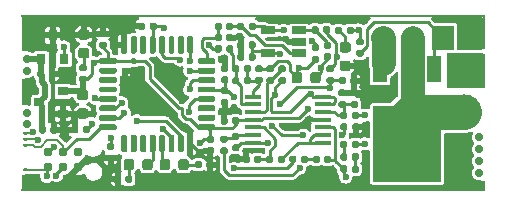
<source format=gtl>
G04 #@! TF.GenerationSoftware,KiCad,Pcbnew,(6.0.5)*
G04 #@! TF.CreationDate,2022-06-19T11:04:54+03:00*
G04 #@! TF.ProjectId,hellen1-wbo,68656c6c-656e-4312-9d77-626f2e6b6963,0.3*
G04 #@! TF.SameCoordinates,PX4a19ba0PY5aa5910*
G04 #@! TF.FileFunction,Copper,L1,Top*
G04 #@! TF.FilePolarity,Positive*
%FSLAX46Y46*%
G04 Gerber Fmt 4.6, Leading zero omitted, Abs format (unit mm)*
G04 Created by KiCad (PCBNEW (6.0.5)) date 2022-06-19 11:04:54*
%MOMM*%
%LPD*%
G01*
G04 APERTURE LIST*
G04 #@! TA.AperFunction,ComponentPad*
%ADD10C,1.300000*%
G04 #@! TD*
G04 #@! TA.AperFunction,SMDPad,CuDef*
%ADD11R,1.200000X2.200000*%
G04 #@! TD*
G04 #@! TA.AperFunction,SMDPad,CuDef*
%ADD12R,5.800000X6.400000*%
G04 #@! TD*
G04 #@! TA.AperFunction,SMDPad,CuDef*
%ADD13R,0.900000X0.800000*%
G04 #@! TD*
G04 #@! TA.AperFunction,SMDPad,CuDef*
%ADD14R,1.450000X0.450000*%
G04 #@! TD*
G04 #@! TA.AperFunction,SMDPad,CuDef*
%ADD15R,1.220000X0.650000*%
G04 #@! TD*
G04 #@! TA.AperFunction,SMDPad,CuDef*
%ADD16R,0.800000X0.900000*%
G04 #@! TD*
G04 #@! TA.AperFunction,ComponentPad*
%ADD17C,0.700000*%
G04 #@! TD*
G04 #@! TA.AperFunction,SMDPad,CuDef*
%ADD18C,3.000000*%
G04 #@! TD*
G04 #@! TA.AperFunction,SMDPad,CuDef*
%ADD19R,0.250000X3.000000*%
G04 #@! TD*
G04 #@! TA.AperFunction,SMDPad,CuDef*
%ADD20R,0.250000X3.100000*%
G04 #@! TD*
G04 #@! TA.AperFunction,SMDPad,CuDef*
%ADD21R,0.250000X0.950000*%
G04 #@! TD*
G04 #@! TA.AperFunction,SMDPad,CuDef*
%ADD22R,0.250000X2.250000*%
G04 #@! TD*
G04 #@! TA.AperFunction,SMDPad,CuDef*
%ADD23R,39.250000X0.250000*%
G04 #@! TD*
G04 #@! TA.AperFunction,SMDPad,CuDef*
%ADD24R,0.250000X1.450000*%
G04 #@! TD*
G04 #@! TA.AperFunction,SMDPad,CuDef*
%ADD25R,0.250000X2.950000*%
G04 #@! TD*
G04 #@! TA.AperFunction,ConnectorPad*
%ADD26C,0.787400*%
G04 #@! TD*
G04 #@! TA.AperFunction,ComponentPad*
%ADD27R,1.905000X2.000000*%
G04 #@! TD*
G04 #@! TA.AperFunction,ComponentPad*
%ADD28O,1.905000X2.000000*%
G04 #@! TD*
G04 #@! TA.AperFunction,ViaPad*
%ADD29C,0.600000*%
G04 #@! TD*
G04 #@! TA.AperFunction,Conductor*
%ADD30C,0.250000*%
G04 #@! TD*
G04 #@! TA.AperFunction,Conductor*
%ADD31C,0.500000*%
G04 #@! TD*
G04 #@! TA.AperFunction,Conductor*
%ADD32C,0.203200*%
G04 #@! TD*
G04 #@! TA.AperFunction,Conductor*
%ADD33C,2.999999*%
G04 #@! TD*
G04 #@! TA.AperFunction,Conductor*
%ADD34C,2.000000*%
G04 #@! TD*
G04 APERTURE END LIST*
D10*
G04 #@! TO.P,Q600,2,D*
G04 #@! TO.N,/LSU_H+*
X30700000Y3200000D03*
X34700000Y3200000D03*
X32700000Y6200000D03*
D11*
G04 #@! TO.P,Q600,1,G*
G04 #@! TO.N,Net-(Q600-Pad1)*
X34980000Y10400000D03*
D12*
G04 #@! TO.P,Q600,2,D*
G04 #@! TO.N,/LSU_H+*
X32700000Y4100000D03*
D11*
G04 #@! TO.P,Q600,3,S*
G04 #@! TO.N,/LSU_H-*
X30420000Y10400000D03*
G04 #@! TD*
G04 #@! TO.P,C612,1*
G04 #@! TO.N,VDDA*
G04 #@! TA.AperFunction,SMDPad,CuDef*
G36*
G01*
X17422500Y9220000D02*
X17077500Y9220000D01*
G75*
G02*
X16930000Y9367500I0J147500D01*
G01*
X16930000Y9662500D01*
G75*
G02*
X17077500Y9810000I147500J0D01*
G01*
X17422500Y9810000D01*
G75*
G02*
X17570000Y9662500I0J-147500D01*
G01*
X17570000Y9367500D01*
G75*
G02*
X17422500Y9220000I-147500J0D01*
G01*
G37*
G04 #@! TD.AperFunction*
G04 #@! TO.P,C612,2*
G04 #@! TO.N,GND*
G04 #@! TA.AperFunction,SMDPad,CuDef*
G36*
G01*
X17422500Y10190000D02*
X17077500Y10190000D01*
G75*
G02*
X16930000Y10337500I0J147500D01*
G01*
X16930000Y10632500D01*
G75*
G02*
X17077500Y10780000I147500J0D01*
G01*
X17422500Y10780000D01*
G75*
G02*
X17570000Y10632500I0J-147500D01*
G01*
X17570000Y10337500D01*
G75*
G02*
X17422500Y10190000I-147500J0D01*
G01*
G37*
G04 #@! TD.AperFunction*
G04 #@! TD*
G04 #@! TO.P,C605,1*
G04 #@! TO.N,/LSU_Un*
G04 #@! TA.AperFunction,SMDPad,CuDef*
G36*
G01*
X26267500Y2957000D02*
X26267500Y2612000D01*
G75*
G02*
X26120000Y2464500I-147500J0D01*
G01*
X25825000Y2464500D01*
G75*
G02*
X25677500Y2612000I0J147500D01*
G01*
X25677500Y2957000D01*
G75*
G02*
X25825000Y3104500I147500J0D01*
G01*
X26120000Y3104500D01*
G75*
G02*
X26267500Y2957000I0J-147500D01*
G01*
G37*
G04 #@! TD.AperFunction*
G04 #@! TO.P,C605,2*
G04 #@! TO.N,Net-(C605-Pad2)*
G04 #@! TA.AperFunction,SMDPad,CuDef*
G36*
G01*
X25297500Y2957000D02*
X25297500Y2612000D01*
G75*
G02*
X25150000Y2464500I-147500J0D01*
G01*
X24855000Y2464500D01*
G75*
G02*
X24707500Y2612000I0J147500D01*
G01*
X24707500Y2957000D01*
G75*
G02*
X24855000Y3104500I147500J0D01*
G01*
X25150000Y3104500D01*
G75*
G02*
X25297500Y2957000I0J-147500D01*
G01*
G37*
G04 #@! TD.AperFunction*
G04 #@! TD*
G04 #@! TO.P,C607,1*
G04 #@! TO.N,/LSU_Vm*
G04 #@! TA.AperFunction,SMDPad,CuDef*
G36*
G01*
X26930000Y9279500D02*
X26930000Y9624500D01*
G75*
G02*
X27077500Y9772000I147500J0D01*
G01*
X27372500Y9772000D01*
G75*
G02*
X27520000Y9624500I0J-147500D01*
G01*
X27520000Y9279500D01*
G75*
G02*
X27372500Y9132000I-147500J0D01*
G01*
X27077500Y9132000D01*
G75*
G02*
X26930000Y9279500I0J147500D01*
G01*
G37*
G04 #@! TD.AperFunction*
G04 #@! TO.P,C607,2*
G04 #@! TO.N,GND*
G04 #@! TA.AperFunction,SMDPad,CuDef*
G36*
G01*
X27900000Y9279500D02*
X27900000Y9624500D01*
G75*
G02*
X28047500Y9772000I147500J0D01*
G01*
X28342500Y9772000D01*
G75*
G02*
X28490000Y9624500I0J-147500D01*
G01*
X28490000Y9279500D01*
G75*
G02*
X28342500Y9132000I-147500J0D01*
G01*
X28047500Y9132000D01*
G75*
G02*
X27900000Y9279500I0J147500D01*
G01*
G37*
G04 #@! TD.AperFunction*
G04 #@! TD*
G04 #@! TO.P,C613,1*
G04 #@! TO.N,+5V*
G04 #@! TA.AperFunction,SMDPad,CuDef*
G36*
G01*
X1524000Y5118500D02*
X1524000Y5463500D01*
G75*
G02*
X1671500Y5611000I147500J0D01*
G01*
X1966500Y5611000D01*
G75*
G02*
X2114000Y5463500I0J-147500D01*
G01*
X2114000Y5118500D01*
G75*
G02*
X1966500Y4971000I-147500J0D01*
G01*
X1671500Y4971000D01*
G75*
G02*
X1524000Y5118500I0J147500D01*
G01*
G37*
G04 #@! TD.AperFunction*
G04 #@! TO.P,C613,2*
G04 #@! TO.N,GND*
G04 #@! TA.AperFunction,SMDPad,CuDef*
G36*
G01*
X2494000Y5118500D02*
X2494000Y5463500D01*
G75*
G02*
X2641500Y5611000I147500J0D01*
G01*
X2936500Y5611000D01*
G75*
G02*
X3084000Y5463500I0J-147500D01*
G01*
X3084000Y5118500D01*
G75*
G02*
X2936500Y4971000I-147500J0D01*
G01*
X2641500Y4971000D01*
G75*
G02*
X2494000Y5118500I0J147500D01*
G01*
G37*
G04 #@! TD.AperFunction*
G04 #@! TD*
G04 #@! TO.P,C616,1*
G04 #@! TO.N,+3V3*
G04 #@! TA.AperFunction,SMDPad,CuDef*
G36*
G01*
X4968750Y8675000D02*
X5481250Y8675000D01*
G75*
G02*
X5700000Y8456250I0J-218750D01*
G01*
X5700000Y8018750D01*
G75*
G02*
X5481250Y7800000I-218750J0D01*
G01*
X4968750Y7800000D01*
G75*
G02*
X4750000Y8018750I0J218750D01*
G01*
X4750000Y8456250D01*
G75*
G02*
X4968750Y8675000I218750J0D01*
G01*
G37*
G04 #@! TD.AperFunction*
G04 #@! TO.P,C616,2*
G04 #@! TO.N,GND*
G04 #@! TA.AperFunction,SMDPad,CuDef*
G36*
G01*
X4968750Y7100000D02*
X5481250Y7100000D01*
G75*
G02*
X5700000Y6881250I0J-218750D01*
G01*
X5700000Y6443750D01*
G75*
G02*
X5481250Y6225000I-218750J0D01*
G01*
X4968750Y6225000D01*
G75*
G02*
X4750000Y6443750I0J218750D01*
G01*
X4750000Y6881250D01*
G75*
G02*
X4968750Y7100000I218750J0D01*
G01*
G37*
G04 #@! TD.AperFunction*
G04 #@! TD*
G04 #@! TO.P,R609,1*
G04 #@! TO.N,/LSU_Rtrim*
G04 #@! TA.AperFunction,SMDPad,CuDef*
G36*
G01*
X22929000Y9449750D02*
X22929000Y9962250D01*
G75*
G02*
X23147750Y10181000I218750J0D01*
G01*
X23585250Y10181000D01*
G75*
G02*
X23804000Y9962250I0J-218750D01*
G01*
X23804000Y9449750D01*
G75*
G02*
X23585250Y9231000I-218750J0D01*
G01*
X23147750Y9231000D01*
G75*
G02*
X22929000Y9449750I0J218750D01*
G01*
G37*
G04 #@! TD.AperFunction*
G04 #@! TO.P,R609,2*
G04 #@! TO.N,/LSU_Ip*
G04 #@! TA.AperFunction,SMDPad,CuDef*
G36*
G01*
X24504000Y9449750D02*
X24504000Y9962250D01*
G75*
G02*
X24722750Y10181000I218750J0D01*
G01*
X25160250Y10181000D01*
G75*
G02*
X25379000Y9962250I0J-218750D01*
G01*
X25379000Y9449750D01*
G75*
G02*
X25160250Y9231000I-218750J0D01*
G01*
X24722750Y9231000D01*
G75*
G02*
X24504000Y9449750I0J218750D01*
G01*
G37*
G04 #@! TD.AperFunction*
G04 #@! TD*
G04 #@! TO.P,R607,1*
G04 #@! TO.N,Net-(C605-Pad2)*
G04 #@! TA.AperFunction,SMDPad,CuDef*
G36*
G01*
X24299000Y2957000D02*
X24299000Y2612000D01*
G75*
G02*
X24151500Y2464500I-147500J0D01*
G01*
X23856500Y2464500D01*
G75*
G02*
X23709000Y2612000I0J147500D01*
G01*
X23709000Y2957000D01*
G75*
G02*
X23856500Y3104500I147500J0D01*
G01*
X24151500Y3104500D01*
G75*
G02*
X24299000Y2957000I0J-147500D01*
G01*
G37*
G04 #@! TD.AperFunction*
G04 #@! TO.P,R607,2*
G04 #@! TO.N,/Nernst_esr_drive*
G04 #@! TA.AperFunction,SMDPad,CuDef*
G36*
G01*
X23329000Y2957000D02*
X23329000Y2612000D01*
G75*
G02*
X23181500Y2464500I-147500J0D01*
G01*
X22886500Y2464500D01*
G75*
G02*
X22739000Y2612000I0J147500D01*
G01*
X22739000Y2957000D01*
G75*
G02*
X22886500Y3104500I147500J0D01*
G01*
X23181500Y3104500D01*
G75*
G02*
X23329000Y2957000I0J-147500D01*
G01*
G37*
G04 #@! TD.AperFunction*
G04 #@! TD*
G04 #@! TO.P,R601,1*
G04 #@! TO.N,Net-(C600-Pad1)*
G04 #@! TA.AperFunction,SMDPad,CuDef*
G36*
G01*
X27374500Y7148000D02*
X27029500Y7148000D01*
G75*
G02*
X26882000Y7295500I0J147500D01*
G01*
X26882000Y7590500D01*
G75*
G02*
X27029500Y7738000I147500J0D01*
G01*
X27374500Y7738000D01*
G75*
G02*
X27522000Y7590500I0J-147500D01*
G01*
X27522000Y7295500D01*
G75*
G02*
X27374500Y7148000I-147500J0D01*
G01*
G37*
G04 #@! TD.AperFunction*
G04 #@! TO.P,R601,2*
G04 #@! TO.N,GND*
G04 #@! TA.AperFunction,SMDPad,CuDef*
G36*
G01*
X27374500Y8118000D02*
X27029500Y8118000D01*
G75*
G02*
X26882000Y8265500I0J147500D01*
G01*
X26882000Y8560500D01*
G75*
G02*
X27029500Y8708000I147500J0D01*
G01*
X27374500Y8708000D01*
G75*
G02*
X27522000Y8560500I0J-147500D01*
G01*
X27522000Y8265500D01*
G75*
G02*
X27374500Y8118000I-147500J0D01*
G01*
G37*
G04 #@! TD.AperFunction*
G04 #@! TD*
G04 #@! TO.P,R614,1*
G04 #@! TO.N,Net-(R614-Pad1)*
G04 #@! TA.AperFunction,SMDPad,CuDef*
G36*
G01*
X25777500Y12730000D02*
X26122500Y12730000D01*
G75*
G02*
X26270000Y12582500I0J-147500D01*
G01*
X26270000Y12287500D01*
G75*
G02*
X26122500Y12140000I-147500J0D01*
G01*
X25777500Y12140000D01*
G75*
G02*
X25630000Y12287500I0J147500D01*
G01*
X25630000Y12582500D01*
G75*
G02*
X25777500Y12730000I147500J0D01*
G01*
G37*
G04 #@! TD.AperFunction*
G04 #@! TO.P,R614,2*
G04 #@! TO.N,/LSU_Ip*
G04 #@! TA.AperFunction,SMDPad,CuDef*
G36*
G01*
X25777500Y11760000D02*
X26122500Y11760000D01*
G75*
G02*
X26270000Y11612500I0J-147500D01*
G01*
X26270000Y11317500D01*
G75*
G02*
X26122500Y11170000I-147500J0D01*
G01*
X25777500Y11170000D01*
G75*
G02*
X25630000Y11317500I0J147500D01*
G01*
X25630000Y11612500D01*
G75*
G02*
X25777500Y11760000I147500J0D01*
G01*
G37*
G04 #@! TD.AperFunction*
G04 #@! TD*
G04 #@! TO.P,R615,1*
G04 #@! TO.N,Net-(R614-Pad1)*
G04 #@! TA.AperFunction,SMDPad,CuDef*
G36*
G01*
X24620000Y13577500D02*
X24620000Y13922500D01*
G75*
G02*
X24767500Y14070000I147500J0D01*
G01*
X25062500Y14070000D01*
G75*
G02*
X25210000Y13922500I0J-147500D01*
G01*
X25210000Y13577500D01*
G75*
G02*
X25062500Y13430000I-147500J0D01*
G01*
X24767500Y13430000D01*
G75*
G02*
X24620000Y13577500I0J147500D01*
G01*
G37*
G04 #@! TD.AperFunction*
G04 #@! TO.P,R615,2*
G04 #@! TO.N,/Vm*
G04 #@! TA.AperFunction,SMDPad,CuDef*
G36*
G01*
X25590000Y13577500D02*
X25590000Y13922500D01*
G75*
G02*
X25737500Y14070000I147500J0D01*
G01*
X26032500Y14070000D01*
G75*
G02*
X26180000Y13922500I0J-147500D01*
G01*
X26180000Y13577500D01*
G75*
G02*
X26032500Y13430000I-147500J0D01*
G01*
X25737500Y13430000D01*
G75*
G02*
X25590000Y13577500I0J147500D01*
G01*
G37*
G04 #@! TD.AperFunction*
G04 #@! TD*
G04 #@! TO.P,R621,1*
G04 #@! TO.N,Net-(R621-Pad1)*
G04 #@! TA.AperFunction,SMDPad,CuDef*
G36*
G01*
X18320000Y13877500D02*
X18320000Y14222500D01*
G75*
G02*
X18467500Y14370000I147500J0D01*
G01*
X18762500Y14370000D01*
G75*
G02*
X18910000Y14222500I0J-147500D01*
G01*
X18910000Y13877500D01*
G75*
G02*
X18762500Y13730000I-147500J0D01*
G01*
X18467500Y13730000D01*
G75*
G02*
X18320000Y13877500I0J147500D01*
G01*
G37*
G04 #@! TD.AperFunction*
G04 #@! TO.P,R621,2*
G04 #@! TO.N,Net-(R613-Pad1)*
G04 #@! TA.AperFunction,SMDPad,CuDef*
G36*
G01*
X19290000Y13877500D02*
X19290000Y14222500D01*
G75*
G02*
X19437500Y14370000I147500J0D01*
G01*
X19732500Y14370000D01*
G75*
G02*
X19880000Y14222500I0J-147500D01*
G01*
X19880000Y13877500D01*
G75*
G02*
X19732500Y13730000I-147500J0D01*
G01*
X19437500Y13730000D01*
G75*
G02*
X19290000Y13877500I0J147500D01*
G01*
G37*
G04 #@! TD.AperFunction*
G04 #@! TD*
G04 #@! TO.P,R619,1*
G04 #@! TO.N,/LSU_Un_sense*
G04 #@! TA.AperFunction,SMDPad,CuDef*
G36*
G01*
X22330500Y2957000D02*
X22330500Y2612000D01*
G75*
G02*
X22183000Y2464500I-147500J0D01*
G01*
X21888000Y2464500D01*
G75*
G02*
X21740500Y2612000I0J147500D01*
G01*
X21740500Y2957000D01*
G75*
G02*
X21888000Y3104500I147500J0D01*
G01*
X22183000Y3104500D01*
G75*
G02*
X22330500Y2957000I0J-147500D01*
G01*
G37*
G04 #@! TD.AperFunction*
G04 #@! TO.P,R619,2*
G04 #@! TO.N,Net-(R619-Pad2)*
G04 #@! TA.AperFunction,SMDPad,CuDef*
G36*
G01*
X21360500Y2957000D02*
X21360500Y2612000D01*
G75*
G02*
X21213000Y2464500I-147500J0D01*
G01*
X20918000Y2464500D01*
G75*
G02*
X20770500Y2612000I0J147500D01*
G01*
X20770500Y2957000D01*
G75*
G02*
X20918000Y3104500I147500J0D01*
G01*
X21213000Y3104500D01*
G75*
G02*
X21360500Y2957000I0J-147500D01*
G01*
G37*
G04 #@! TD.AperFunction*
G04 #@! TD*
G04 #@! TO.P,R620,1*
G04 #@! TO.N,Net-(R619-Pad2)*
G04 #@! TA.AperFunction,SMDPad,CuDef*
G36*
G01*
X20362000Y2957000D02*
X20362000Y2612000D01*
G75*
G02*
X20214500Y2464500I-147500J0D01*
G01*
X19919500Y2464500D01*
G75*
G02*
X19772000Y2612000I0J147500D01*
G01*
X19772000Y2957000D01*
G75*
G02*
X19919500Y3104500I147500J0D01*
G01*
X20214500Y3104500D01*
G75*
G02*
X20362000Y2957000I0J-147500D01*
G01*
G37*
G04 #@! TD.AperFunction*
G04 #@! TO.P,R620,2*
G04 #@! TO.N,GND*
G04 #@! TA.AperFunction,SMDPad,CuDef*
G36*
G01*
X19392000Y2957000D02*
X19392000Y2612000D01*
G75*
G02*
X19244500Y2464500I-147500J0D01*
G01*
X18949500Y2464500D01*
G75*
G02*
X18802000Y2612000I0J147500D01*
G01*
X18802000Y2957000D01*
G75*
G02*
X18949500Y3104500I147500J0D01*
G01*
X19244500Y3104500D01*
G75*
G02*
X19392000Y2957000I0J-147500D01*
G01*
G37*
G04 #@! TD.AperFunction*
G04 #@! TD*
G04 #@! TO.P,R606,1*
G04 #@! TO.N,/LSU_Vm*
G04 #@! TA.AperFunction,SMDPad,CuDef*
G36*
G01*
X26358500Y9180000D02*
X26013500Y9180000D01*
G75*
G02*
X25866000Y9327500I0J147500D01*
G01*
X25866000Y9622500D01*
G75*
G02*
X26013500Y9770000I147500J0D01*
G01*
X26358500Y9770000D01*
G75*
G02*
X26506000Y9622500I0J-147500D01*
G01*
X26506000Y9327500D01*
G75*
G02*
X26358500Y9180000I-147500J0D01*
G01*
G37*
G04 #@! TD.AperFunction*
G04 #@! TO.P,R606,2*
G04 #@! TO.N,/Vm*
G04 #@! TA.AperFunction,SMDPad,CuDef*
G36*
G01*
X26358500Y10150000D02*
X26013500Y10150000D01*
G75*
G02*
X25866000Y10297500I0J147500D01*
G01*
X25866000Y10592500D01*
G75*
G02*
X26013500Y10740000I147500J0D01*
G01*
X26358500Y10740000D01*
G75*
G02*
X26506000Y10592500I0J-147500D01*
G01*
X26506000Y10297500D01*
G75*
G02*
X26358500Y10150000I-147500J0D01*
G01*
G37*
G04 #@! TD.AperFunction*
G04 #@! TD*
D13*
G04 #@! TO.P,U604,1,GND*
G04 #@! TO.N,GND*
X3558000Y6652400D03*
G04 #@! TO.P,U604,2,VO*
G04 #@! TO.N,+3V3*
X3558000Y8552400D03*
G04 #@! TO.P,U604,3,VI*
G04 #@! TO.N,+5V*
X1558000Y7602400D03*
G04 #@! TD*
D14*
G04 #@! TO.P,U600,1*
G04 #@! TO.N,Net-(C603-Pad1)*
X19680000Y8100000D03*
G04 #@! TO.P,U600,2,-*
G04 #@! TO.N,Net-(C603-Pad2)*
X19680000Y7450000D03*
G04 #@! TO.P,U600,3,+*
G04 #@! TO.N,Net-(R603-Pad1)*
X19680000Y6800000D03*
G04 #@! TO.P,U600,4,V+*
G04 #@! TO.N,+3V3*
X19680000Y6150000D03*
G04 #@! TO.P,U600,5,+*
G04 #@! TO.N,Net-(R619-Pad2)*
X19680000Y5500000D03*
G04 #@! TO.P,U600,6,-*
G04 #@! TO.N,Net-(R618-Pad2)*
X19680000Y4850000D03*
G04 #@! TO.P,U600,7*
G04 #@! TO.N,/Un_sense*
X19680000Y4200000D03*
G04 #@! TO.P,U600,8*
G04 #@! TO.N,/LSU_Un_sense*
X25580000Y4200000D03*
G04 #@! TO.P,U600,9,-*
X25580000Y4850000D03*
G04 #@! TO.P,U600,10,+*
G04 #@! TO.N,/LSU_Un*
X25580000Y5500000D03*
G04 #@! TO.P,U600,11,V-*
G04 #@! TO.N,GND*
X25580000Y6150000D03*
G04 #@! TO.P,U600,12,+*
G04 #@! TO.N,Net-(C600-Pad1)*
X25580000Y6800000D03*
G04 #@! TO.P,U600,13,-*
G04 #@! TO.N,/Vm*
X25580000Y7450000D03*
G04 #@! TO.P,U600,14*
X25580000Y8100000D03*
G04 #@! TD*
G04 #@! TO.P,C600,1*
G04 #@! TO.N,Net-(C600-Pad1)*
G04 #@! TA.AperFunction,SMDPad,CuDef*
G36*
G01*
X28390500Y7148000D02*
X28045500Y7148000D01*
G75*
G02*
X27898000Y7295500I0J147500D01*
G01*
X27898000Y7590500D01*
G75*
G02*
X28045500Y7738000I147500J0D01*
G01*
X28390500Y7738000D01*
G75*
G02*
X28538000Y7590500I0J-147500D01*
G01*
X28538000Y7295500D01*
G75*
G02*
X28390500Y7148000I-147500J0D01*
G01*
G37*
G04 #@! TD.AperFunction*
G04 #@! TO.P,C600,2*
G04 #@! TO.N,GND*
G04 #@! TA.AperFunction,SMDPad,CuDef*
G36*
G01*
X28390500Y8118000D02*
X28045500Y8118000D01*
G75*
G02*
X27898000Y8265500I0J147500D01*
G01*
X27898000Y8560500D01*
G75*
G02*
X28045500Y8708000I147500J0D01*
G01*
X28390500Y8708000D01*
G75*
G02*
X28538000Y8560500I0J-147500D01*
G01*
X28538000Y8265500D01*
G75*
G02*
X28390500Y8118000I-147500J0D01*
G01*
G37*
G04 #@! TD.AperFunction*
G04 #@! TD*
G04 #@! TO.P,C608,1*
G04 #@! TO.N,/Ip_sense*
G04 #@! TA.AperFunction,SMDPad,CuDef*
G36*
G01*
X16420000Y12927500D02*
X16420000Y13272500D01*
G75*
G02*
X16567500Y13420000I147500J0D01*
G01*
X16862500Y13420000D01*
G75*
G02*
X17010000Y13272500I0J-147500D01*
G01*
X17010000Y12927500D01*
G75*
G02*
X16862500Y12780000I-147500J0D01*
G01*
X16567500Y12780000D01*
G75*
G02*
X16420000Y12927500I0J147500D01*
G01*
G37*
G04 #@! TD.AperFunction*
G04 #@! TO.P,C608,2*
G04 #@! TO.N,GND*
G04 #@! TA.AperFunction,SMDPad,CuDef*
G36*
G01*
X17390000Y12927500D02*
X17390000Y13272500D01*
G75*
G02*
X17537500Y13420000I147500J0D01*
G01*
X17832500Y13420000D01*
G75*
G02*
X17980000Y13272500I0J-147500D01*
G01*
X17980000Y12927500D01*
G75*
G02*
X17832500Y12780000I-147500J0D01*
G01*
X17537500Y12780000D01*
G75*
G02*
X17390000Y12927500I0J147500D01*
G01*
G37*
G04 #@! TD.AperFunction*
G04 #@! TD*
G04 #@! TO.P,R624,1*
G04 #@! TO.N,Net-(R621-Pad1)*
G04 #@! TA.AperFunction,SMDPad,CuDef*
G36*
G01*
X17980000Y14222500D02*
X17980000Y13877500D01*
G75*
G02*
X17832500Y13730000I-147500J0D01*
G01*
X17537500Y13730000D01*
G75*
G02*
X17390000Y13877500I0J147500D01*
G01*
X17390000Y14222500D01*
G75*
G02*
X17537500Y14370000I147500J0D01*
G01*
X17832500Y14370000D01*
G75*
G02*
X17980000Y14222500I0J-147500D01*
G01*
G37*
G04 #@! TD.AperFunction*
G04 #@! TO.P,R624,2*
G04 #@! TO.N,/Ip_sense*
G04 #@! TA.AperFunction,SMDPad,CuDef*
G36*
G01*
X17010000Y14222500D02*
X17010000Y13877500D01*
G75*
G02*
X16862500Y13730000I-147500J0D01*
G01*
X16567500Y13730000D01*
G75*
G02*
X16420000Y13877500I0J147500D01*
G01*
X16420000Y14222500D01*
G75*
G02*
X16567500Y14370000I147500J0D01*
G01*
X16862500Y14370000D01*
G75*
G02*
X17010000Y14222500I0J-147500D01*
G01*
G37*
G04 #@! TD.AperFunction*
G04 #@! TD*
G04 #@! TO.P,C611,1*
G04 #@! TO.N,VDDA*
G04 #@! TA.AperFunction,SMDPad,CuDef*
G36*
G01*
X17077500Y8880000D02*
X17422500Y8880000D01*
G75*
G02*
X17570000Y8732500I0J-147500D01*
G01*
X17570000Y8437500D01*
G75*
G02*
X17422500Y8290000I-147500J0D01*
G01*
X17077500Y8290000D01*
G75*
G02*
X16930000Y8437500I0J147500D01*
G01*
X16930000Y8732500D01*
G75*
G02*
X17077500Y8880000I147500J0D01*
G01*
G37*
G04 #@! TD.AperFunction*
G04 #@! TO.P,C611,2*
G04 #@! TO.N,GND*
G04 #@! TA.AperFunction,SMDPad,CuDef*
G36*
G01*
X17077500Y7910000D02*
X17422500Y7910000D01*
G75*
G02*
X17570000Y7762500I0J-147500D01*
G01*
X17570000Y7467500D01*
G75*
G02*
X17422500Y7320000I-147500J0D01*
G01*
X17077500Y7320000D01*
G75*
G02*
X16930000Y7467500I0J147500D01*
G01*
X16930000Y7762500D01*
G75*
G02*
X17077500Y7910000I147500J0D01*
G01*
G37*
G04 #@! TD.AperFunction*
G04 #@! TD*
G04 #@! TO.P,R622,1*
G04 #@! TO.N,Net-(Q600-Pad1)*
G04 #@! TA.AperFunction,SMDPad,CuDef*
G36*
G01*
X28872500Y11470000D02*
X28527500Y11470000D01*
G75*
G02*
X28380000Y11617500I0J147500D01*
G01*
X28380000Y11912500D01*
G75*
G02*
X28527500Y12060000I147500J0D01*
G01*
X28872500Y12060000D01*
G75*
G02*
X29020000Y11912500I0J-147500D01*
G01*
X29020000Y11617500D01*
G75*
G02*
X28872500Y11470000I-147500J0D01*
G01*
G37*
G04 #@! TD.AperFunction*
G04 #@! TO.P,R622,2*
G04 #@! TO.N,/heater_pwm*
G04 #@! TA.AperFunction,SMDPad,CuDef*
G36*
G01*
X28872500Y12440000D02*
X28527500Y12440000D01*
G75*
G02*
X28380000Y12587500I0J147500D01*
G01*
X28380000Y12882500D01*
G75*
G02*
X28527500Y13030000I147500J0D01*
G01*
X28872500Y13030000D01*
G75*
G02*
X29020000Y12882500I0J-147500D01*
G01*
X29020000Y12587500D01*
G75*
G02*
X28872500Y12440000I-147500J0D01*
G01*
G37*
G04 #@! TD.AperFunction*
G04 #@! TD*
G04 #@! TO.P,R617,1*
G04 #@! TO.N,GND*
G04 #@! TA.AperFunction,SMDPad,CuDef*
G36*
G01*
X9935000Y13877500D02*
X9935000Y14222500D01*
G75*
G02*
X10082500Y14370000I147500J0D01*
G01*
X10377500Y14370000D01*
G75*
G02*
X10525000Y14222500I0J-147500D01*
G01*
X10525000Y13877500D01*
G75*
G02*
X10377500Y13730000I-147500J0D01*
G01*
X10082500Y13730000D01*
G75*
G02*
X9935000Y13877500I0J147500D01*
G01*
G37*
G04 #@! TD.AperFunction*
G04 #@! TO.P,R617,2*
G04 #@! TO.N,/heater_pwm*
G04 #@! TA.AperFunction,SMDPad,CuDef*
G36*
G01*
X10905000Y13877500D02*
X10905000Y14222500D01*
G75*
G02*
X11052500Y14370000I147500J0D01*
G01*
X11347500Y14370000D01*
G75*
G02*
X11495000Y14222500I0J-147500D01*
G01*
X11495000Y13877500D01*
G75*
G02*
X11347500Y13730000I-147500J0D01*
G01*
X11052500Y13730000D01*
G75*
G02*
X10905000Y13877500I0J147500D01*
G01*
G37*
G04 #@! TD.AperFunction*
G04 #@! TD*
G04 #@! TO.P,C614,1*
G04 #@! TO.N,+3V3*
G04 #@! TA.AperFunction,SMDPad,CuDef*
G36*
G01*
X15877500Y4780000D02*
X16222500Y4780000D01*
G75*
G02*
X16370000Y4632500I0J-147500D01*
G01*
X16370000Y4337500D01*
G75*
G02*
X16222500Y4190000I-147500J0D01*
G01*
X15877500Y4190000D01*
G75*
G02*
X15730000Y4337500I0J147500D01*
G01*
X15730000Y4632500D01*
G75*
G02*
X15877500Y4780000I147500J0D01*
G01*
G37*
G04 #@! TD.AperFunction*
G04 #@! TO.P,C614,2*
G04 #@! TO.N,GND*
G04 #@! TA.AperFunction,SMDPad,CuDef*
G36*
G01*
X15877500Y3810000D02*
X16222500Y3810000D01*
G75*
G02*
X16370000Y3662500I0J-147500D01*
G01*
X16370000Y3367500D01*
G75*
G02*
X16222500Y3220000I-147500J0D01*
G01*
X15877500Y3220000D01*
G75*
G02*
X15730000Y3367500I0J147500D01*
G01*
X15730000Y3662500D01*
G75*
G02*
X15877500Y3810000I147500J0D01*
G01*
G37*
G04 #@! TD.AperFunction*
G04 #@! TD*
G04 #@! TO.P,C615,1*
G04 #@! TO.N,+3V3*
G04 #@! TA.AperFunction,SMDPad,CuDef*
G36*
G01*
X7122500Y12170000D02*
X6777500Y12170000D01*
G75*
G02*
X6630000Y12317500I0J147500D01*
G01*
X6630000Y12612500D01*
G75*
G02*
X6777500Y12760000I147500J0D01*
G01*
X7122500Y12760000D01*
G75*
G02*
X7270000Y12612500I0J-147500D01*
G01*
X7270000Y12317500D01*
G75*
G02*
X7122500Y12170000I-147500J0D01*
G01*
G37*
G04 #@! TD.AperFunction*
G04 #@! TO.P,C615,2*
G04 #@! TO.N,GND*
G04 #@! TA.AperFunction,SMDPad,CuDef*
G36*
G01*
X7122500Y13140000D02*
X6777500Y13140000D01*
G75*
G02*
X6630000Y13287500I0J147500D01*
G01*
X6630000Y13582500D01*
G75*
G02*
X6777500Y13730000I147500J0D01*
G01*
X7122500Y13730000D01*
G75*
G02*
X7270000Y13582500I0J-147500D01*
G01*
X7270000Y13287500D01*
G75*
G02*
X7122500Y13140000I-147500J0D01*
G01*
G37*
G04 #@! TD.AperFunction*
G04 #@! TD*
G04 #@! TO.P,R612,1*
G04 #@! TO.N,/LSU_Un*
G04 #@! TA.AperFunction,SMDPad,CuDef*
G36*
G01*
X27055000Y1777500D02*
X27055000Y2122500D01*
G75*
G02*
X27202500Y2270000I147500J0D01*
G01*
X27497500Y2270000D01*
G75*
G02*
X27645000Y2122500I0J-147500D01*
G01*
X27645000Y1777500D01*
G75*
G02*
X27497500Y1630000I-147500J0D01*
G01*
X27202500Y1630000D01*
G75*
G02*
X27055000Y1777500I0J147500D01*
G01*
G37*
G04 #@! TD.AperFunction*
G04 #@! TO.P,R612,2*
G04 #@! TO.N,Net-(R611-Pad1)*
G04 #@! TA.AperFunction,SMDPad,CuDef*
G36*
G01*
X28025000Y1777500D02*
X28025000Y2122500D01*
G75*
G02*
X28172500Y2270000I147500J0D01*
G01*
X28467500Y2270000D01*
G75*
G02*
X28615000Y2122500I0J-147500D01*
G01*
X28615000Y1777500D01*
G75*
G02*
X28467500Y1630000I-147500J0D01*
G01*
X28172500Y1630000D01*
G75*
G02*
X28025000Y1777500I0J147500D01*
G01*
G37*
G04 #@! TD.AperFunction*
G04 #@! TD*
G04 #@! TO.P,R618,1*
G04 #@! TO.N,/LSU_Vm*
G04 #@! TA.AperFunction,SMDPad,CuDef*
G36*
G01*
X17372500Y3220000D02*
X17027500Y3220000D01*
G75*
G02*
X16880000Y3367500I0J147500D01*
G01*
X16880000Y3662500D01*
G75*
G02*
X17027500Y3810000I147500J0D01*
G01*
X17372500Y3810000D01*
G75*
G02*
X17520000Y3662500I0J-147500D01*
G01*
X17520000Y3367500D01*
G75*
G02*
X17372500Y3220000I-147500J0D01*
G01*
G37*
G04 #@! TD.AperFunction*
G04 #@! TO.P,R618,2*
G04 #@! TO.N,Net-(R618-Pad2)*
G04 #@! TA.AperFunction,SMDPad,CuDef*
G36*
G01*
X17372500Y4190000D02*
X17027500Y4190000D01*
G75*
G02*
X16880000Y4337500I0J147500D01*
G01*
X16880000Y4632500D01*
G75*
G02*
X17027500Y4780000I147500J0D01*
G01*
X17372500Y4780000D01*
G75*
G02*
X17520000Y4632500I0J-147500D01*
G01*
X17520000Y4337500D01*
G75*
G02*
X17372500Y4190000I-147500J0D01*
G01*
G37*
G04 #@! TD.AperFunction*
G04 #@! TD*
G04 #@! TO.P,R616,1*
G04 #@! TO.N,Net-(D600-Pad2)*
G04 #@! TA.AperFunction,SMDPad,CuDef*
G36*
G01*
X26605000Y13527500D02*
X26605000Y13872500D01*
G75*
G02*
X26752500Y14020000I147500J0D01*
G01*
X27047500Y14020000D01*
G75*
G02*
X27195000Y13872500I0J-147500D01*
G01*
X27195000Y13527500D01*
G75*
G02*
X27047500Y13380000I-147500J0D01*
G01*
X26752500Y13380000D01*
G75*
G02*
X26605000Y13527500I0J147500D01*
G01*
G37*
G04 #@! TD.AperFunction*
G04 #@! TO.P,R616,2*
G04 #@! TO.N,/heater_pwm*
G04 #@! TA.AperFunction,SMDPad,CuDef*
G36*
G01*
X27575000Y13527500D02*
X27575000Y13872500D01*
G75*
G02*
X27722500Y14020000I147500J0D01*
G01*
X28017500Y14020000D01*
G75*
G02*
X28165000Y13872500I0J-147500D01*
G01*
X28165000Y13527500D01*
G75*
G02*
X28017500Y13380000I-147500J0D01*
G01*
X27722500Y13380000D01*
G75*
G02*
X27575000Y13527500I0J147500D01*
G01*
G37*
G04 #@! TD.AperFunction*
G04 #@! TD*
G04 #@! TO.P,R623,1*
G04 #@! TO.N,Net-(R618-Pad2)*
G04 #@! TA.AperFunction,SMDPad,CuDef*
G36*
G01*
X18012500Y5025000D02*
X18357500Y5025000D01*
G75*
G02*
X18505000Y4877500I0J-147500D01*
G01*
X18505000Y4582500D01*
G75*
G02*
X18357500Y4435000I-147500J0D01*
G01*
X18012500Y4435000D01*
G75*
G02*
X17865000Y4582500I0J147500D01*
G01*
X17865000Y4877500D01*
G75*
G02*
X18012500Y5025000I147500J0D01*
G01*
G37*
G04 #@! TD.AperFunction*
G04 #@! TO.P,R623,2*
G04 #@! TO.N,/Un_sense*
G04 #@! TA.AperFunction,SMDPad,CuDef*
G36*
G01*
X18012500Y4055000D02*
X18357500Y4055000D01*
G75*
G02*
X18505000Y3907500I0J-147500D01*
G01*
X18505000Y3612500D01*
G75*
G02*
X18357500Y3465000I-147500J0D01*
G01*
X18012500Y3465000D01*
G75*
G02*
X17865000Y3612500I0J147500D01*
G01*
X17865000Y3907500D01*
G75*
G02*
X18012500Y4055000I147500J0D01*
G01*
G37*
G04 #@! TD.AperFunction*
G04 #@! TD*
G04 #@! TO.P,R625,1*
G04 #@! TO.N,GND*
G04 #@! TA.AperFunction,SMDPad,CuDef*
G36*
G01*
X4270000Y5127500D02*
X4270000Y5472500D01*
G75*
G02*
X4417500Y5620000I147500J0D01*
G01*
X4712500Y5620000D01*
G75*
G02*
X4860000Y5472500I0J-147500D01*
G01*
X4860000Y5127500D01*
G75*
G02*
X4712500Y4980000I-147500J0D01*
G01*
X4417500Y4980000D01*
G75*
G02*
X4270000Y5127500I0J147500D01*
G01*
G37*
G04 #@! TD.AperFunction*
G04 #@! TO.P,R625,2*
G04 #@! TO.N,/Boot0*
G04 #@! TA.AperFunction,SMDPad,CuDef*
G36*
G01*
X5240000Y5127500D02*
X5240000Y5472500D01*
G75*
G02*
X5387500Y5620000I147500J0D01*
G01*
X5682500Y5620000D01*
G75*
G02*
X5830000Y5472500I0J-147500D01*
G01*
X5830000Y5127500D01*
G75*
G02*
X5682500Y4980000I-147500J0D01*
G01*
X5387500Y4980000D01*
G75*
G02*
X5240000Y5127500I0J147500D01*
G01*
G37*
G04 #@! TD.AperFunction*
G04 #@! TD*
G04 #@! TO.P,D601,1,K*
G04 #@! TO.N,Net-(D601-Pad1)*
G04 #@! TA.AperFunction,SMDPad,CuDef*
G36*
G01*
X14203000Y2596250D02*
X14203000Y2083750D01*
G75*
G02*
X13984250Y1865000I-218750J0D01*
G01*
X13546750Y1865000D01*
G75*
G02*
X13328000Y2083750I0J218750D01*
G01*
X13328000Y2596250D01*
G75*
G02*
X13546750Y2815000I218750J0D01*
G01*
X13984250Y2815000D01*
G75*
G02*
X14203000Y2596250I0J-218750D01*
G01*
G37*
G04 #@! TD.AperFunction*
G04 #@! TO.P,D601,2,A*
G04 #@! TO.N,/LED_GREEN*
G04 #@! TA.AperFunction,SMDPad,CuDef*
G36*
G01*
X12628000Y2596250D02*
X12628000Y2083750D01*
G75*
G02*
X12409250Y1865000I-218750J0D01*
G01*
X11971750Y1865000D01*
G75*
G02*
X11753000Y2083750I0J218750D01*
G01*
X11753000Y2596250D01*
G75*
G02*
X11971750Y2815000I218750J0D01*
G01*
X12409250Y2815000D01*
G75*
G02*
X12628000Y2596250I0J-218750D01*
G01*
G37*
G04 #@! TD.AperFunction*
G04 #@! TD*
G04 #@! TO.P,R626,1*
G04 #@! TO.N,GND*
G04 #@! TA.AperFunction,SMDPad,CuDef*
G36*
G01*
X16298000Y2512500D02*
X16298000Y2167500D01*
G75*
G02*
X16150500Y2020000I-147500J0D01*
G01*
X15855500Y2020000D01*
G75*
G02*
X15708000Y2167500I0J147500D01*
G01*
X15708000Y2512500D01*
G75*
G02*
X15855500Y2660000I147500J0D01*
G01*
X16150500Y2660000D01*
G75*
G02*
X16298000Y2512500I0J-147500D01*
G01*
G37*
G04 #@! TD.AperFunction*
G04 #@! TO.P,R626,2*
G04 #@! TO.N,Net-(D601-Pad1)*
G04 #@! TA.AperFunction,SMDPad,CuDef*
G36*
G01*
X15328000Y2512500D02*
X15328000Y2167500D01*
G75*
G02*
X15180500Y2020000I-147500J0D01*
G01*
X14885500Y2020000D01*
G75*
G02*
X14738000Y2167500I0J147500D01*
G01*
X14738000Y2512500D01*
G75*
G02*
X14885500Y2660000I147500J0D01*
G01*
X15180500Y2660000D01*
G75*
G02*
X15328000Y2512500I0J-147500D01*
G01*
G37*
G04 #@! TD.AperFunction*
G04 #@! TD*
G04 #@! TO.P,R604,1*
G04 #@! TO.N,Net-(C603-Pad1)*
G04 #@! TA.AperFunction,SMDPad,CuDef*
G36*
G01*
X19473000Y9624500D02*
X19473000Y9279500D01*
G75*
G02*
X19325500Y9132000I-147500J0D01*
G01*
X19030500Y9132000D01*
G75*
G02*
X18883000Y9279500I0J147500D01*
G01*
X18883000Y9624500D01*
G75*
G02*
X19030500Y9772000I147500J0D01*
G01*
X19325500Y9772000D01*
G75*
G02*
X19473000Y9624500I0J-147500D01*
G01*
G37*
G04 #@! TD.AperFunction*
G04 #@! TO.P,R604,2*
G04 #@! TO.N,Net-(C603-Pad2)*
G04 #@! TA.AperFunction,SMDPad,CuDef*
G36*
G01*
X18503000Y9624500D02*
X18503000Y9279500D01*
G75*
G02*
X18355500Y9132000I-147500J0D01*
G01*
X18060500Y9132000D01*
G75*
G02*
X17913000Y9279500I0J147500D01*
G01*
X17913000Y9624500D01*
G75*
G02*
X18060500Y9772000I147500J0D01*
G01*
X18355500Y9772000D01*
G75*
G02*
X18503000Y9624500I0J-147500D01*
G01*
G37*
G04 #@! TD.AperFunction*
G04 #@! TD*
G04 #@! TO.P,R605,1*
G04 #@! TO.N,/LSU_Rtrim*
G04 #@! TA.AperFunction,SMDPad,CuDef*
G36*
G01*
X20933500Y10740000D02*
X21278500Y10740000D01*
G75*
G02*
X21426000Y10592500I0J-147500D01*
G01*
X21426000Y10297500D01*
G75*
G02*
X21278500Y10150000I-147500J0D01*
G01*
X20933500Y10150000D01*
G75*
G02*
X20786000Y10297500I0J147500D01*
G01*
X20786000Y10592500D01*
G75*
G02*
X20933500Y10740000I147500J0D01*
G01*
G37*
G04 #@! TD.AperFunction*
G04 #@! TO.P,R605,2*
G04 #@! TO.N,Net-(R603-Pad1)*
G04 #@! TA.AperFunction,SMDPad,CuDef*
G36*
G01*
X20933500Y9770000D02*
X21278500Y9770000D01*
G75*
G02*
X21426000Y9622500I0J-147500D01*
G01*
X21426000Y9327500D01*
G75*
G02*
X21278500Y9180000I-147500J0D01*
G01*
X20933500Y9180000D01*
G75*
G02*
X20786000Y9327500I0J147500D01*
G01*
X20786000Y9622500D01*
G75*
G02*
X20933500Y9770000I147500J0D01*
G01*
G37*
G04 #@! TD.AperFunction*
G04 #@! TD*
G04 #@! TO.P,R608,1*
G04 #@! TO.N,/LSU_Rtrim*
G04 #@! TA.AperFunction,SMDPad,CuDef*
G36*
G01*
X19977500Y10740000D02*
X20322500Y10740000D01*
G75*
G02*
X20470000Y10592500I0J-147500D01*
G01*
X20470000Y10297500D01*
G75*
G02*
X20322500Y10150000I-147500J0D01*
G01*
X19977500Y10150000D01*
G75*
G02*
X19830000Y10297500I0J147500D01*
G01*
X19830000Y10592500D01*
G75*
G02*
X19977500Y10740000I147500J0D01*
G01*
G37*
G04 #@! TD.AperFunction*
G04 #@! TO.P,R608,2*
G04 #@! TO.N,Net-(C603-Pad1)*
G04 #@! TA.AperFunction,SMDPad,CuDef*
G36*
G01*
X19977500Y9770000D02*
X20322500Y9770000D01*
G75*
G02*
X20470000Y9622500I0J-147500D01*
G01*
X20470000Y9327500D01*
G75*
G02*
X20322500Y9180000I-147500J0D01*
G01*
X19977500Y9180000D01*
G75*
G02*
X19830000Y9327500I0J147500D01*
G01*
X19830000Y9622500D01*
G75*
G02*
X19977500Y9770000I147500J0D01*
G01*
G37*
G04 #@! TD.AperFunction*
G04 #@! TD*
G04 #@! TO.P,C603,1*
G04 #@! TO.N,Net-(C603-Pad1)*
G04 #@! TA.AperFunction,SMDPad,CuDef*
G36*
G01*
X19473000Y10640500D02*
X19473000Y10295500D01*
G75*
G02*
X19325500Y10148000I-147500J0D01*
G01*
X19030500Y10148000D01*
G75*
G02*
X18883000Y10295500I0J147500D01*
G01*
X18883000Y10640500D01*
G75*
G02*
X19030500Y10788000I147500J0D01*
G01*
X19325500Y10788000D01*
G75*
G02*
X19473000Y10640500I0J-147500D01*
G01*
G37*
G04 #@! TD.AperFunction*
G04 #@! TO.P,C603,2*
G04 #@! TO.N,Net-(C603-Pad2)*
G04 #@! TA.AperFunction,SMDPad,CuDef*
G36*
G01*
X18503000Y10640500D02*
X18503000Y10295500D01*
G75*
G02*
X18355500Y10148000I-147500J0D01*
G01*
X18060500Y10148000D01*
G75*
G02*
X17913000Y10295500I0J147500D01*
G01*
X17913000Y10640500D01*
G75*
G02*
X18060500Y10788000I147500J0D01*
G01*
X18355500Y10788000D01*
G75*
G02*
X18503000Y10640500I0J-147500D01*
G01*
G37*
G04 #@! TD.AperFunction*
G04 #@! TD*
D15*
G04 #@! TO.P,U601,1*
G04 #@! TO.N,Net-(R621-Pad1)*
X23560000Y11800000D03*
G04 #@! TO.P,U601,2,V-*
G04 #@! TO.N,GND*
X23560000Y12750000D03*
G04 #@! TO.P,U601,3,+*
G04 #@! TO.N,Net-(R614-Pad1)*
X23560000Y13700000D03*
G04 #@! TO.P,U601,4,-*
G04 #@! TO.N,Net-(R613-Pad1)*
X20940000Y13700000D03*
G04 #@! TO.P,U601,5,V+*
G04 #@! TO.N,+3V3*
X20940000Y11800000D03*
G04 #@! TD*
G04 #@! TO.P,R603,1*
G04 #@! TO.N,Net-(R603-Pad1)*
G04 #@! TA.AperFunction,SMDPad,CuDef*
G36*
G01*
X21949500Y10740000D02*
X22294500Y10740000D01*
G75*
G02*
X22442000Y10592500I0J-147500D01*
G01*
X22442000Y10297500D01*
G75*
G02*
X22294500Y10150000I-147500J0D01*
G01*
X21949500Y10150000D01*
G75*
G02*
X21802000Y10297500I0J147500D01*
G01*
X21802000Y10592500D01*
G75*
G02*
X21949500Y10740000I147500J0D01*
G01*
G37*
G04 #@! TD.AperFunction*
G04 #@! TO.P,R603,2*
G04 #@! TO.N,/Vm*
G04 #@! TA.AperFunction,SMDPad,CuDef*
G36*
G01*
X21949500Y9770000D02*
X22294500Y9770000D01*
G75*
G02*
X22442000Y9622500I0J-147500D01*
G01*
X22442000Y9327500D01*
G75*
G02*
X22294500Y9180000I-147500J0D01*
G01*
X21949500Y9180000D01*
G75*
G02*
X21802000Y9327500I0J147500D01*
G01*
X21802000Y9622500D01*
G75*
G02*
X21949500Y9770000I147500J0D01*
G01*
G37*
G04 #@! TD.AperFunction*
G04 #@! TD*
G04 #@! TO.P,R613,1*
G04 #@! TO.N,Net-(R613-Pad1)*
G04 #@! TA.AperFunction,SMDPad,CuDef*
G36*
G01*
X24777500Y12530000D02*
X25122500Y12530000D01*
G75*
G02*
X25270000Y12382500I0J-147500D01*
G01*
X25270000Y12087500D01*
G75*
G02*
X25122500Y11940000I-147500J0D01*
G01*
X24777500Y11940000D01*
G75*
G02*
X24630000Y12087500I0J147500D01*
G01*
X24630000Y12382500D01*
G75*
G02*
X24777500Y12530000I147500J0D01*
G01*
G37*
G04 #@! TD.AperFunction*
G04 #@! TO.P,R613,2*
G04 #@! TO.N,/LSU_Rtrim*
G04 #@! TA.AperFunction,SMDPad,CuDef*
G36*
G01*
X24777500Y11560000D02*
X25122500Y11560000D01*
G75*
G02*
X25270000Y11412500I0J-147500D01*
G01*
X25270000Y11117500D01*
G75*
G02*
X25122500Y10970000I-147500J0D01*
G01*
X24777500Y10970000D01*
G75*
G02*
X24630000Y11117500I0J147500D01*
G01*
X24630000Y11412500D01*
G75*
G02*
X24777500Y11560000I147500J0D01*
G01*
G37*
G04 #@! TD.AperFunction*
G04 #@! TD*
G04 #@! TO.P,C601,1*
G04 #@! TO.N,+3V3*
G04 #@! TA.AperFunction,SMDPad,CuDef*
G36*
G01*
X28172500Y6803000D02*
X28517500Y6803000D01*
G75*
G02*
X28665000Y6655500I0J-147500D01*
G01*
X28665000Y6360500D01*
G75*
G02*
X28517500Y6213000I-147500J0D01*
G01*
X28172500Y6213000D01*
G75*
G02*
X28025000Y6360500I0J147500D01*
G01*
X28025000Y6655500D01*
G75*
G02*
X28172500Y6803000I147500J0D01*
G01*
G37*
G04 #@! TD.AperFunction*
G04 #@! TO.P,C601,2*
G04 #@! TO.N,GND*
G04 #@! TA.AperFunction,SMDPad,CuDef*
G36*
G01*
X28172500Y5833000D02*
X28517500Y5833000D01*
G75*
G02*
X28665000Y5685500I0J-147500D01*
G01*
X28665000Y5390500D01*
G75*
G02*
X28517500Y5243000I-147500J0D01*
G01*
X28172500Y5243000D01*
G75*
G02*
X28025000Y5390500I0J147500D01*
G01*
X28025000Y5685500D01*
G75*
G02*
X28172500Y5833000I147500J0D01*
G01*
G37*
G04 #@! TD.AperFunction*
G04 #@! TD*
G04 #@! TO.P,D600,1,K*
G04 #@! TO.N,GND*
G04 #@! TA.AperFunction,SMDPad,CuDef*
G36*
G01*
X27712250Y10259000D02*
X27199750Y10259000D01*
G75*
G02*
X26981000Y10477750I0J218750D01*
G01*
X26981000Y10915250D01*
G75*
G02*
X27199750Y11134000I218750J0D01*
G01*
X27712250Y11134000D01*
G75*
G02*
X27931000Y10915250I0J-218750D01*
G01*
X27931000Y10477750D01*
G75*
G02*
X27712250Y10259000I-218750J0D01*
G01*
G37*
G04 #@! TD.AperFunction*
G04 #@! TO.P,D600,2,A*
G04 #@! TO.N,Net-(D600-Pad2)*
G04 #@! TA.AperFunction,SMDPad,CuDef*
G36*
G01*
X27712250Y11834000D02*
X27199750Y11834000D01*
G75*
G02*
X26981000Y12052750I0J218750D01*
G01*
X26981000Y12490250D01*
G75*
G02*
X27199750Y12709000I218750J0D01*
G01*
X27712250Y12709000D01*
G75*
G02*
X27931000Y12490250I0J-218750D01*
G01*
X27931000Y12052750D01*
G75*
G02*
X27712250Y11834000I-218750J0D01*
G01*
G37*
G04 #@! TD.AperFunction*
G04 #@! TD*
G04 #@! TO.P,R610,1*
G04 #@! TO.N,Net-(R610-Pad1)*
G04 #@! TA.AperFunction,SMDPad,CuDef*
G36*
G01*
X27055000Y3877500D02*
X27055000Y4222500D01*
G75*
G02*
X27202500Y4370000I147500J0D01*
G01*
X27497500Y4370000D01*
G75*
G02*
X27645000Y4222500I0J-147500D01*
G01*
X27645000Y3877500D01*
G75*
G02*
X27497500Y3730000I-147500J0D01*
G01*
X27202500Y3730000D01*
G75*
G02*
X27055000Y3877500I0J147500D01*
G01*
G37*
G04 #@! TD.AperFunction*
G04 #@! TO.P,R610,2*
G04 #@! TO.N,+3V3*
G04 #@! TA.AperFunction,SMDPad,CuDef*
G36*
G01*
X28025000Y3877500D02*
X28025000Y4222500D01*
G75*
G02*
X28172500Y4370000I147500J0D01*
G01*
X28467500Y4370000D01*
G75*
G02*
X28615000Y4222500I0J-147500D01*
G01*
X28615000Y3877500D01*
G75*
G02*
X28467500Y3730000I-147500J0D01*
G01*
X28172500Y3730000D01*
G75*
G02*
X28025000Y3877500I0J147500D01*
G01*
G37*
G04 #@! TD.AperFunction*
G04 #@! TD*
G04 #@! TO.P,R611,1*
G04 #@! TO.N,Net-(R611-Pad1)*
G04 #@! TA.AperFunction,SMDPad,CuDef*
G36*
G01*
X28615000Y3172500D02*
X28615000Y2827500D01*
G75*
G02*
X28467500Y2680000I-147500J0D01*
G01*
X28172500Y2680000D01*
G75*
G02*
X28025000Y2827500I0J147500D01*
G01*
X28025000Y3172500D01*
G75*
G02*
X28172500Y3320000I147500J0D01*
G01*
X28467500Y3320000D01*
G75*
G02*
X28615000Y3172500I0J-147500D01*
G01*
G37*
G04 #@! TD.AperFunction*
G04 #@! TO.P,R611,2*
G04 #@! TO.N,Net-(R610-Pad1)*
G04 #@! TA.AperFunction,SMDPad,CuDef*
G36*
G01*
X27645000Y3172500D02*
X27645000Y2827500D01*
G75*
G02*
X27497500Y2680000I-147500J0D01*
G01*
X27202500Y2680000D01*
G75*
G02*
X27055000Y2827500I0J147500D01*
G01*
X27055000Y3172500D01*
G75*
G02*
X27202500Y3320000I147500J0D01*
G01*
X27497500Y3320000D01*
G75*
G02*
X27645000Y3172500I0J-147500D01*
G01*
G37*
G04 #@! TD.AperFunction*
G04 #@! TD*
G04 #@! TO.P,D602,1,K*
G04 #@! TO.N,Net-(D602-Pad1)*
G04 #@! TA.AperFunction,SMDPad,CuDef*
G36*
G01*
X8705000Y2083750D02*
X8705000Y2596250D01*
G75*
G02*
X8923750Y2815000I218750J0D01*
G01*
X9361250Y2815000D01*
G75*
G02*
X9580000Y2596250I0J-218750D01*
G01*
X9580000Y2083750D01*
G75*
G02*
X9361250Y1865000I-218750J0D01*
G01*
X8923750Y1865000D01*
G75*
G02*
X8705000Y2083750I0J218750D01*
G01*
G37*
G04 #@! TD.AperFunction*
G04 #@! TO.P,D602,2,A*
G04 #@! TO.N,/LED_BLUE*
G04 #@! TA.AperFunction,SMDPad,CuDef*
G36*
G01*
X10280000Y2083750D02*
X10280000Y2596250D01*
G75*
G02*
X10498750Y2815000I218750J0D01*
G01*
X10936250Y2815000D01*
G75*
G02*
X11155000Y2596250I0J-218750D01*
G01*
X11155000Y2083750D01*
G75*
G02*
X10936250Y1865000I-218750J0D01*
G01*
X10498750Y1865000D01*
G75*
G02*
X10280000Y2083750I0J218750D01*
G01*
G37*
G04 #@! TD.AperFunction*
G04 #@! TD*
G04 #@! TO.P,R627,1*
G04 #@! TO.N,GND*
G04 #@! TA.AperFunction,SMDPad,CuDef*
G36*
G01*
X7885000Y927500D02*
X7885000Y1272500D01*
G75*
G02*
X8032500Y1420000I147500J0D01*
G01*
X8327500Y1420000D01*
G75*
G02*
X8475000Y1272500I0J-147500D01*
G01*
X8475000Y927500D01*
G75*
G02*
X8327500Y780000I-147500J0D01*
G01*
X8032500Y780000D01*
G75*
G02*
X7885000Y927500I0J147500D01*
G01*
G37*
G04 #@! TD.AperFunction*
G04 #@! TO.P,R627,2*
G04 #@! TO.N,Net-(D602-Pad1)*
G04 #@! TA.AperFunction,SMDPad,CuDef*
G36*
G01*
X8855000Y927500D02*
X8855000Y1272500D01*
G75*
G02*
X9002500Y1420000I147500J0D01*
G01*
X9297500Y1420000D01*
G75*
G02*
X9445000Y1272500I0J-147500D01*
G01*
X9445000Y927500D01*
G75*
G02*
X9297500Y780000I-147500J0D01*
G01*
X9002500Y780000D01*
G75*
G02*
X8855000Y927500I0J147500D01*
G01*
G37*
G04 #@! TD.AperFunction*
G04 #@! TD*
G04 #@! TO.P,C602,1*
G04 #@! TO.N,+3V3*
G04 #@! TA.AperFunction,SMDPad,CuDef*
G36*
G01*
X19880000Y11622500D02*
X19880000Y11277500D01*
G75*
G02*
X19732500Y11130000I-147500J0D01*
G01*
X19437500Y11130000D01*
G75*
G02*
X19290000Y11277500I0J147500D01*
G01*
X19290000Y11622500D01*
G75*
G02*
X19437500Y11770000I147500J0D01*
G01*
X19732500Y11770000D01*
G75*
G02*
X19880000Y11622500I0J-147500D01*
G01*
G37*
G04 #@! TD.AperFunction*
G04 #@! TO.P,C602,2*
G04 #@! TO.N,GND*
G04 #@! TA.AperFunction,SMDPad,CuDef*
G36*
G01*
X18910000Y11622500D02*
X18910000Y11277500D01*
G75*
G02*
X18762500Y11130000I-147500J0D01*
G01*
X18467500Y11130000D01*
G75*
G02*
X18320000Y11277500I0J147500D01*
G01*
X18320000Y11622500D01*
G75*
G02*
X18467500Y11770000I147500J0D01*
G01*
X18762500Y11770000D01*
G75*
G02*
X18910000Y11622500I0J-147500D01*
G01*
G37*
G04 #@! TD.AperFunction*
G04 #@! TD*
G04 #@! TO.P,U602,1,VDD*
G04 #@! TO.N,+3V3*
G04 #@! TA.AperFunction,SMDPad,CuDef*
G36*
G01*
X16475000Y5625000D02*
X16475000Y5375000D01*
G75*
G02*
X16350000Y5250000I-125000J0D01*
G01*
X15100000Y5250000D01*
G75*
G02*
X14975000Y5375000I0J125000D01*
G01*
X14975000Y5625000D01*
G75*
G02*
X15100000Y5750000I125000J0D01*
G01*
X16350000Y5750000D01*
G75*
G02*
X16475000Y5625000I0J-125000D01*
G01*
G37*
G04 #@! TD.AperFunction*
G04 #@! TO.P,U602,2,PF0*
G04 #@! TO.N,unconnected-(U602-Pad2)*
G04 #@! TA.AperFunction,SMDPad,CuDef*
G36*
G01*
X16475000Y6425000D02*
X16475000Y6175000D01*
G75*
G02*
X16350000Y6050000I-125000J0D01*
G01*
X15100000Y6050000D01*
G75*
G02*
X14975000Y6175000I0J125000D01*
G01*
X14975000Y6425000D01*
G75*
G02*
X15100000Y6550000I125000J0D01*
G01*
X16350000Y6550000D01*
G75*
G02*
X16475000Y6425000I0J-125000D01*
G01*
G37*
G04 #@! TD.AperFunction*
G04 #@! TO.P,U602,3,PF1*
G04 #@! TO.N,unconnected-(U602-Pad3)*
G04 #@! TA.AperFunction,SMDPad,CuDef*
G36*
G01*
X16475000Y7225000D02*
X16475000Y6975000D01*
G75*
G02*
X16350000Y6850000I-125000J0D01*
G01*
X15100000Y6850000D01*
G75*
G02*
X14975000Y6975000I0J125000D01*
G01*
X14975000Y7225000D01*
G75*
G02*
X15100000Y7350000I125000J0D01*
G01*
X16350000Y7350000D01*
G75*
G02*
X16475000Y7225000I0J-125000D01*
G01*
G37*
G04 #@! TD.AperFunction*
G04 #@! TO.P,U602,4,NRST*
G04 #@! TO.N,/nRESET*
G04 #@! TA.AperFunction,SMDPad,CuDef*
G36*
G01*
X16475000Y8025000D02*
X16475000Y7775000D01*
G75*
G02*
X16350000Y7650000I-125000J0D01*
G01*
X15100000Y7650000D01*
G75*
G02*
X14975000Y7775000I0J125000D01*
G01*
X14975000Y8025000D01*
G75*
G02*
X15100000Y8150000I125000J0D01*
G01*
X16350000Y8150000D01*
G75*
G02*
X16475000Y8025000I0J-125000D01*
G01*
G37*
G04 #@! TD.AperFunction*
G04 #@! TO.P,U602,5,VDDA*
G04 #@! TO.N,VDDA*
G04 #@! TA.AperFunction,SMDPad,CuDef*
G36*
G01*
X16475000Y8825000D02*
X16475000Y8575000D01*
G75*
G02*
X16350000Y8450000I-125000J0D01*
G01*
X15100000Y8450000D01*
G75*
G02*
X14975000Y8575000I0J125000D01*
G01*
X14975000Y8825000D01*
G75*
G02*
X15100000Y8950000I125000J0D01*
G01*
X16350000Y8950000D01*
G75*
G02*
X16475000Y8825000I0J-125000D01*
G01*
G37*
G04 #@! TD.AperFunction*
G04 #@! TO.P,U602,6,PA0*
G04 #@! TO.N,/Un_sense*
G04 #@! TA.AperFunction,SMDPad,CuDef*
G36*
G01*
X16475000Y9625000D02*
X16475000Y9375000D01*
G75*
G02*
X16350000Y9250000I-125000J0D01*
G01*
X15100000Y9250000D01*
G75*
G02*
X14975000Y9375000I0J125000D01*
G01*
X14975000Y9625000D01*
G75*
G02*
X15100000Y9750000I125000J0D01*
G01*
X16350000Y9750000D01*
G75*
G02*
X16475000Y9625000I0J-125000D01*
G01*
G37*
G04 #@! TD.AperFunction*
G04 #@! TO.P,U602,7,PA1*
G04 #@! TO.N,/LSU_Vm*
G04 #@! TA.AperFunction,SMDPad,CuDef*
G36*
G01*
X16475000Y10425000D02*
X16475000Y10175000D01*
G75*
G02*
X16350000Y10050000I-125000J0D01*
G01*
X15100000Y10050000D01*
G75*
G02*
X14975000Y10175000I0J125000D01*
G01*
X14975000Y10425000D01*
G75*
G02*
X15100000Y10550000I125000J0D01*
G01*
X16350000Y10550000D01*
G75*
G02*
X16475000Y10425000I0J-125000D01*
G01*
G37*
G04 #@! TD.AperFunction*
G04 #@! TO.P,U602,8,PA2*
G04 #@! TO.N,/Ip_sense*
G04 #@! TA.AperFunction,SMDPad,CuDef*
G36*
G01*
X16475000Y11225000D02*
X16475000Y10975000D01*
G75*
G02*
X16350000Y10850000I-125000J0D01*
G01*
X15100000Y10850000D01*
G75*
G02*
X14975000Y10975000I0J125000D01*
G01*
X14975000Y11225000D01*
G75*
G02*
X15100000Y11350000I125000J0D01*
G01*
X16350000Y11350000D01*
G75*
G02*
X16475000Y11225000I0J-125000D01*
G01*
G37*
G04 #@! TD.AperFunction*
G04 #@! TO.P,U602,9,PA3*
G04 #@! TO.N,/Vm*
G04 #@! TA.AperFunction,SMDPad,CuDef*
G36*
G01*
X14600000Y13100000D02*
X14600000Y11850000D01*
G75*
G02*
X14475000Y11725000I-125000J0D01*
G01*
X14225000Y11725000D01*
G75*
G02*
X14100000Y11850000I0J125000D01*
G01*
X14100000Y13100000D01*
G75*
G02*
X14225000Y13225000I125000J0D01*
G01*
X14475000Y13225000D01*
G75*
G02*
X14600000Y13100000I0J-125000D01*
G01*
G37*
G04 #@! TD.AperFunction*
G04 #@! TO.P,U602,10,PA4*
G04 #@! TO.N,unconnected-(U602-Pad10)*
G04 #@! TA.AperFunction,SMDPad,CuDef*
G36*
G01*
X13800000Y13100000D02*
X13800000Y11850000D01*
G75*
G02*
X13675000Y11725000I-125000J0D01*
G01*
X13425000Y11725000D01*
G75*
G02*
X13300000Y11850000I0J125000D01*
G01*
X13300000Y13100000D01*
G75*
G02*
X13425000Y13225000I125000J0D01*
G01*
X13675000Y13225000D01*
G75*
G02*
X13800000Y13100000I0J-125000D01*
G01*
G37*
G04 #@! TD.AperFunction*
G04 #@! TO.P,U602,11,PA5*
G04 #@! TO.N,unconnected-(U602-Pad11)*
G04 #@! TA.AperFunction,SMDPad,CuDef*
G36*
G01*
X13000000Y13100000D02*
X13000000Y11850000D01*
G75*
G02*
X12875000Y11725000I-125000J0D01*
G01*
X12625000Y11725000D01*
G75*
G02*
X12500000Y11850000I0J125000D01*
G01*
X12500000Y13100000D01*
G75*
G02*
X12625000Y13225000I125000J0D01*
G01*
X12875000Y13225000D01*
G75*
G02*
X13000000Y13100000I0J-125000D01*
G01*
G37*
G04 #@! TD.AperFunction*
G04 #@! TO.P,U602,12,PA6*
G04 #@! TO.N,/Ip_dac*
G04 #@! TA.AperFunction,SMDPad,CuDef*
G36*
G01*
X12200000Y13100000D02*
X12200000Y11850000D01*
G75*
G02*
X12075000Y11725000I-125000J0D01*
G01*
X11825000Y11725000D01*
G75*
G02*
X11700000Y11850000I0J125000D01*
G01*
X11700000Y13100000D01*
G75*
G02*
X11825000Y13225000I125000J0D01*
G01*
X12075000Y13225000D01*
G75*
G02*
X12200000Y13100000I0J-125000D01*
G01*
G37*
G04 #@! TD.AperFunction*
G04 #@! TO.P,U602,13,PA7*
G04 #@! TO.N,/heater_pwm*
G04 #@! TA.AperFunction,SMDPad,CuDef*
G36*
G01*
X11400000Y13100000D02*
X11400000Y11850000D01*
G75*
G02*
X11275000Y11725000I-125000J0D01*
G01*
X11025000Y11725000D01*
G75*
G02*
X10900000Y11850000I0J125000D01*
G01*
X10900000Y13100000D01*
G75*
G02*
X11025000Y13225000I125000J0D01*
G01*
X11275000Y13225000D01*
G75*
G02*
X11400000Y13100000I0J-125000D01*
G01*
G37*
G04 #@! TD.AperFunction*
G04 #@! TO.P,U602,14,PB0*
G04 #@! TO.N,unconnected-(U602-Pad14)*
G04 #@! TA.AperFunction,SMDPad,CuDef*
G36*
G01*
X10600000Y13100000D02*
X10600000Y11850000D01*
G75*
G02*
X10475000Y11725000I-125000J0D01*
G01*
X10225000Y11725000D01*
G75*
G02*
X10100000Y11850000I0J125000D01*
G01*
X10100000Y13100000D01*
G75*
G02*
X10225000Y13225000I125000J0D01*
G01*
X10475000Y13225000D01*
G75*
G02*
X10600000Y13100000I0J-125000D01*
G01*
G37*
G04 #@! TD.AperFunction*
G04 #@! TO.P,U602,15,PB1*
G04 #@! TO.N,/SEL1*
G04 #@! TA.AperFunction,SMDPad,CuDef*
G36*
G01*
X9800000Y13100000D02*
X9800000Y11850000D01*
G75*
G02*
X9675000Y11725000I-125000J0D01*
G01*
X9425000Y11725000D01*
G75*
G02*
X9300000Y11850000I0J125000D01*
G01*
X9300000Y13100000D01*
G75*
G02*
X9425000Y13225000I125000J0D01*
G01*
X9675000Y13225000D01*
G75*
G02*
X9800000Y13100000I0J-125000D01*
G01*
G37*
G04 #@! TD.AperFunction*
G04 #@! TO.P,U602,16,VSS*
G04 #@! TO.N,GND*
G04 #@! TA.AperFunction,SMDPad,CuDef*
G36*
G01*
X9000000Y13100000D02*
X9000000Y11850000D01*
G75*
G02*
X8875000Y11725000I-125000J0D01*
G01*
X8625000Y11725000D01*
G75*
G02*
X8500000Y11850000I0J125000D01*
G01*
X8500000Y13100000D01*
G75*
G02*
X8625000Y13225000I125000J0D01*
G01*
X8875000Y13225000D01*
G75*
G02*
X9000000Y13100000I0J-125000D01*
G01*
G37*
G04 #@! TD.AperFunction*
G04 #@! TO.P,U602,17,VDDIO2*
G04 #@! TO.N,+3V3*
G04 #@! TA.AperFunction,SMDPad,CuDef*
G36*
G01*
X8125000Y11225000D02*
X8125000Y10975000D01*
G75*
G02*
X8000000Y10850000I-125000J0D01*
G01*
X6750000Y10850000D01*
G75*
G02*
X6625000Y10975000I0J125000D01*
G01*
X6625000Y11225000D01*
G75*
G02*
X6750000Y11350000I125000J0D01*
G01*
X8000000Y11350000D01*
G75*
G02*
X8125000Y11225000I0J-125000D01*
G01*
G37*
G04 #@! TD.AperFunction*
G04 #@! TO.P,U602,18,PA8*
G04 #@! TO.N,/SEL2*
G04 #@! TA.AperFunction,SMDPad,CuDef*
G36*
G01*
X8125000Y10425000D02*
X8125000Y10175000D01*
G75*
G02*
X8000000Y10050000I-125000J0D01*
G01*
X6750000Y10050000D01*
G75*
G02*
X6625000Y10175000I0J125000D01*
G01*
X6625000Y10425000D01*
G75*
G02*
X6750000Y10550000I125000J0D01*
G01*
X8000000Y10550000D01*
G75*
G02*
X8125000Y10425000I0J-125000D01*
G01*
G37*
G04 #@! TD.AperFunction*
G04 #@! TO.P,U602,19,PA9*
G04 #@! TO.N,unconnected-(U602-Pad19)*
G04 #@! TA.AperFunction,SMDPad,CuDef*
G36*
G01*
X8125000Y9625000D02*
X8125000Y9375000D01*
G75*
G02*
X8000000Y9250000I-125000J0D01*
G01*
X6750000Y9250000D01*
G75*
G02*
X6625000Y9375000I0J125000D01*
G01*
X6625000Y9625000D01*
G75*
G02*
X6750000Y9750000I125000J0D01*
G01*
X8000000Y9750000D01*
G75*
G02*
X8125000Y9625000I0J-125000D01*
G01*
G37*
G04 #@! TD.AperFunction*
G04 #@! TO.P,U602,20,PA10*
G04 #@! TO.N,unconnected-(U602-Pad20)*
G04 #@! TA.AperFunction,SMDPad,CuDef*
G36*
G01*
X8125000Y8825000D02*
X8125000Y8575000D01*
G75*
G02*
X8000000Y8450000I-125000J0D01*
G01*
X6750000Y8450000D01*
G75*
G02*
X6625000Y8575000I0J125000D01*
G01*
X6625000Y8825000D01*
G75*
G02*
X6750000Y8950000I125000J0D01*
G01*
X8000000Y8950000D01*
G75*
G02*
X8125000Y8825000I0J-125000D01*
G01*
G37*
G04 #@! TD.AperFunction*
G04 #@! TO.P,U602,21,PA11*
G04 #@! TO.N,/CAN_RX*
G04 #@! TA.AperFunction,SMDPad,CuDef*
G36*
G01*
X8125000Y8025000D02*
X8125000Y7775000D01*
G75*
G02*
X8000000Y7650000I-125000J0D01*
G01*
X6750000Y7650000D01*
G75*
G02*
X6625000Y7775000I0J125000D01*
G01*
X6625000Y8025000D01*
G75*
G02*
X6750000Y8150000I125000J0D01*
G01*
X8000000Y8150000D01*
G75*
G02*
X8125000Y8025000I0J-125000D01*
G01*
G37*
G04 #@! TD.AperFunction*
G04 #@! TO.P,U602,22,PA12*
G04 #@! TO.N,/CAN_TX*
G04 #@! TA.AperFunction,SMDPad,CuDef*
G36*
G01*
X8125000Y7225000D02*
X8125000Y6975000D01*
G75*
G02*
X8000000Y6850000I-125000J0D01*
G01*
X6750000Y6850000D01*
G75*
G02*
X6625000Y6975000I0J125000D01*
G01*
X6625000Y7225000D01*
G75*
G02*
X6750000Y7350000I125000J0D01*
G01*
X8000000Y7350000D01*
G75*
G02*
X8125000Y7225000I0J-125000D01*
G01*
G37*
G04 #@! TD.AperFunction*
G04 #@! TO.P,U602,23,PA13*
G04 #@! TO.N,/SWDIO*
G04 #@! TA.AperFunction,SMDPad,CuDef*
G36*
G01*
X8125000Y6425000D02*
X8125000Y6175000D01*
G75*
G02*
X8000000Y6050000I-125000J0D01*
G01*
X6750000Y6050000D01*
G75*
G02*
X6625000Y6175000I0J125000D01*
G01*
X6625000Y6425000D01*
G75*
G02*
X6750000Y6550000I125000J0D01*
G01*
X8000000Y6550000D01*
G75*
G02*
X8125000Y6425000I0J-125000D01*
G01*
G37*
G04 #@! TD.AperFunction*
G04 #@! TO.P,U602,24,PA14*
G04 #@! TO.N,/SWCLK*
G04 #@! TA.AperFunction,SMDPad,CuDef*
G36*
G01*
X8125000Y5625000D02*
X8125000Y5375000D01*
G75*
G02*
X8000000Y5250000I-125000J0D01*
G01*
X6750000Y5250000D01*
G75*
G02*
X6625000Y5375000I0J125000D01*
G01*
X6625000Y5625000D01*
G75*
G02*
X6750000Y5750000I125000J0D01*
G01*
X8000000Y5750000D01*
G75*
G02*
X8125000Y5625000I0J-125000D01*
G01*
G37*
G04 #@! TD.AperFunction*
G04 #@! TO.P,U602,25,PA15*
G04 #@! TO.N,unconnected-(U602-Pad25)*
G04 #@! TA.AperFunction,SMDPad,CuDef*
G36*
G01*
X9000000Y4750000D02*
X9000000Y3500000D01*
G75*
G02*
X8875000Y3375000I-125000J0D01*
G01*
X8625000Y3375000D01*
G75*
G02*
X8500000Y3500000I0J125000D01*
G01*
X8500000Y4750000D01*
G75*
G02*
X8625000Y4875000I125000J0D01*
G01*
X8875000Y4875000D01*
G75*
G02*
X9000000Y4750000I0J-125000D01*
G01*
G37*
G04 #@! TD.AperFunction*
G04 #@! TO.P,U602,26,PB3*
G04 #@! TO.N,unconnected-(U602-Pad26)*
G04 #@! TA.AperFunction,SMDPad,CuDef*
G36*
G01*
X9800000Y4750000D02*
X9800000Y3500000D01*
G75*
G02*
X9675000Y3375000I-125000J0D01*
G01*
X9425000Y3375000D01*
G75*
G02*
X9300000Y3500000I0J125000D01*
G01*
X9300000Y4750000D01*
G75*
G02*
X9425000Y4875000I125000J0D01*
G01*
X9675000Y4875000D01*
G75*
G02*
X9800000Y4750000I0J-125000D01*
G01*
G37*
G04 #@! TD.AperFunction*
G04 #@! TO.P,U602,27,PB4*
G04 #@! TO.N,unconnected-(U602-Pad27)*
G04 #@! TA.AperFunction,SMDPad,CuDef*
G36*
G01*
X10600000Y4750000D02*
X10600000Y3500000D01*
G75*
G02*
X10475000Y3375000I-125000J0D01*
G01*
X10225000Y3375000D01*
G75*
G02*
X10100000Y3500000I0J125000D01*
G01*
X10100000Y4750000D01*
G75*
G02*
X10225000Y4875000I125000J0D01*
G01*
X10475000Y4875000D01*
G75*
G02*
X10600000Y4750000I0J-125000D01*
G01*
G37*
G04 #@! TD.AperFunction*
G04 #@! TO.P,U602,28,PB5*
G04 #@! TO.N,/LED_BLUE*
G04 #@! TA.AperFunction,SMDPad,CuDef*
G36*
G01*
X11400000Y4750000D02*
X11400000Y3500000D01*
G75*
G02*
X11275000Y3375000I-125000J0D01*
G01*
X11025000Y3375000D01*
G75*
G02*
X10900000Y3500000I0J125000D01*
G01*
X10900000Y4750000D01*
G75*
G02*
X11025000Y4875000I125000J0D01*
G01*
X11275000Y4875000D01*
G75*
G02*
X11400000Y4750000I0J-125000D01*
G01*
G37*
G04 #@! TD.AperFunction*
G04 #@! TO.P,U602,29,PB6*
G04 #@! TO.N,/LED_GREEN*
G04 #@! TA.AperFunction,SMDPad,CuDef*
G36*
G01*
X12200000Y4750000D02*
X12200000Y3500000D01*
G75*
G02*
X12075000Y3375000I-125000J0D01*
G01*
X11825000Y3375000D01*
G75*
G02*
X11700000Y3500000I0J125000D01*
G01*
X11700000Y4750000D01*
G75*
G02*
X11825000Y4875000I125000J0D01*
G01*
X12075000Y4875000D01*
G75*
G02*
X12200000Y4750000I0J-125000D01*
G01*
G37*
G04 #@! TD.AperFunction*
G04 #@! TO.P,U602,30,PB7*
G04 #@! TO.N,/Nernst_esr_drive*
G04 #@! TA.AperFunction,SMDPad,CuDef*
G36*
G01*
X13000000Y4750000D02*
X13000000Y3500000D01*
G75*
G02*
X12875000Y3375000I-125000J0D01*
G01*
X12625000Y3375000D01*
G75*
G02*
X12500000Y3500000I0J125000D01*
G01*
X12500000Y4750000D01*
G75*
G02*
X12625000Y4875000I125000J0D01*
G01*
X12875000Y4875000D01*
G75*
G02*
X13000000Y4750000I0J-125000D01*
G01*
G37*
G04 #@! TD.AperFunction*
G04 #@! TO.P,U602,31,PB8*
G04 #@! TO.N,/Boot0*
G04 #@! TA.AperFunction,SMDPad,CuDef*
G36*
G01*
X13800000Y4750000D02*
X13800000Y3500000D01*
G75*
G02*
X13675000Y3375000I-125000J0D01*
G01*
X13425000Y3375000D01*
G75*
G02*
X13300000Y3500000I0J125000D01*
G01*
X13300000Y4750000D01*
G75*
G02*
X13425000Y4875000I125000J0D01*
G01*
X13675000Y4875000D01*
G75*
G02*
X13800000Y4750000I0J-125000D01*
G01*
G37*
G04 #@! TD.AperFunction*
G04 #@! TO.P,U602,32,VSSA*
G04 #@! TO.N,GND*
G04 #@! TA.AperFunction,SMDPad,CuDef*
G36*
G01*
X14600000Y4750000D02*
X14600000Y3500000D01*
G75*
G02*
X14475000Y3375000I-125000J0D01*
G01*
X14225000Y3375000D01*
G75*
G02*
X14100000Y3500000I0J125000D01*
G01*
X14100000Y4750000D01*
G75*
G02*
X14225000Y4875000I125000J0D01*
G01*
X14475000Y4875000D01*
G75*
G02*
X14600000Y4750000I0J-125000D01*
G01*
G37*
G04 #@! TD.AperFunction*
G04 #@! TD*
G04 #@! TO.P,R602,1*
G04 #@! TO.N,/Ip_dac*
G04 #@! TA.AperFunction,SMDPad,CuDef*
G36*
G01*
X16420000Y11977500D02*
X16420000Y12322500D01*
G75*
G02*
X16567500Y12470000I147500J0D01*
G01*
X16862500Y12470000D01*
G75*
G02*
X17010000Y12322500I0J-147500D01*
G01*
X17010000Y11977500D01*
G75*
G02*
X16862500Y11830000I-147500J0D01*
G01*
X16567500Y11830000D01*
G75*
G02*
X16420000Y11977500I0J147500D01*
G01*
G37*
G04 #@! TD.AperFunction*
G04 #@! TO.P,R602,2*
G04 #@! TO.N,Net-(C603-Pad2)*
G04 #@! TA.AperFunction,SMDPad,CuDef*
G36*
G01*
X17390000Y11977500D02*
X17390000Y12322500D01*
G75*
G02*
X17537500Y12470000I147500J0D01*
G01*
X17832500Y12470000D01*
G75*
G02*
X17980000Y12322500I0J-147500D01*
G01*
X17980000Y11977500D01*
G75*
G02*
X17832500Y11830000I-147500J0D01*
G01*
X17537500Y11830000D01*
G75*
G02*
X17390000Y11977500I0J147500D01*
G01*
G37*
G04 #@! TD.AperFunction*
G04 #@! TD*
G04 #@! TO.P,C604,1*
G04 #@! TO.N,+3V3*
G04 #@! TA.AperFunction,SMDPad,CuDef*
G36*
G01*
X19880000Y12622500D02*
X19880000Y12277500D01*
G75*
G02*
X19732500Y12130000I-147500J0D01*
G01*
X19437500Y12130000D01*
G75*
G02*
X19290000Y12277500I0J147500D01*
G01*
X19290000Y12622500D01*
G75*
G02*
X19437500Y12770000I147500J0D01*
G01*
X19732500Y12770000D01*
G75*
G02*
X19880000Y12622500I0J-147500D01*
G01*
G37*
G04 #@! TD.AperFunction*
G04 #@! TO.P,C604,2*
G04 #@! TO.N,GND*
G04 #@! TA.AperFunction,SMDPad,CuDef*
G36*
G01*
X18910000Y12622500D02*
X18910000Y12277500D01*
G75*
G02*
X18762500Y12130000I-147500J0D01*
G01*
X18467500Y12130000D01*
G75*
G02*
X18320000Y12277500I0J147500D01*
G01*
X18320000Y12622500D01*
G75*
G02*
X18467500Y12770000I147500J0D01*
G01*
X18762500Y12770000D01*
G75*
G02*
X18910000Y12622500I0J-147500D01*
G01*
G37*
G04 #@! TD.AperFunction*
G04 #@! TD*
G04 #@! TO.P,C606,1*
G04 #@! TO.N,+3V3*
G04 #@! TA.AperFunction,SMDPad,CuDef*
G36*
G01*
X18480000Y6222500D02*
X18480000Y5877500D01*
G75*
G02*
X18332500Y5730000I-147500J0D01*
G01*
X18037500Y5730000D01*
G75*
G02*
X17890000Y5877500I0J147500D01*
G01*
X17890000Y6222500D01*
G75*
G02*
X18037500Y6370000I147500J0D01*
G01*
X18332500Y6370000D01*
G75*
G02*
X18480000Y6222500I0J-147500D01*
G01*
G37*
G04 #@! TD.AperFunction*
G04 #@! TO.P,C606,2*
G04 #@! TO.N,GND*
G04 #@! TA.AperFunction,SMDPad,CuDef*
G36*
G01*
X17510000Y6222500D02*
X17510000Y5877500D01*
G75*
G02*
X17362500Y5730000I-147500J0D01*
G01*
X17067500Y5730000D01*
G75*
G02*
X16920000Y5877500I0J147500D01*
G01*
X16920000Y6222500D01*
G75*
G02*
X17067500Y6370000I147500J0D01*
G01*
X17362500Y6370000D01*
G75*
G02*
X17510000Y6222500I0J-147500D01*
G01*
G37*
G04 #@! TD.AperFunction*
G04 #@! TD*
G04 #@! TO.P,R628,1*
G04 #@! TO.N,Net-(D603-Pad2)*
G04 #@! TA.AperFunction,SMDPad,CuDef*
G36*
G01*
X5070050Y10839950D02*
X5415050Y10839950D01*
G75*
G02*
X5562550Y10692450I0J-147500D01*
G01*
X5562550Y10397450D01*
G75*
G02*
X5415050Y10249950I-147500J0D01*
G01*
X5070050Y10249950D01*
G75*
G02*
X4922550Y10397450I0J147500D01*
G01*
X4922550Y10692450D01*
G75*
G02*
X5070050Y10839950I147500J0D01*
G01*
G37*
G04 #@! TD.AperFunction*
G04 #@! TO.P,R628,2*
G04 #@! TO.N,+3V3*
G04 #@! TA.AperFunction,SMDPad,CuDef*
G36*
G01*
X5070050Y9869950D02*
X5415050Y9869950D01*
G75*
G02*
X5562550Y9722450I0J-147500D01*
G01*
X5562550Y9427450D01*
G75*
G02*
X5415050Y9279950I-147500J0D01*
G01*
X5070050Y9279950D01*
G75*
G02*
X4922550Y9427450I0J147500D01*
G01*
X4922550Y9722450D01*
G75*
G02*
X5070050Y9869950I147500J0D01*
G01*
G37*
G04 #@! TD.AperFunction*
G04 #@! TD*
G04 #@! TO.P,C609,1*
G04 #@! TO.N,/nRESET*
G04 #@! TA.AperFunction,SMDPad,CuDef*
G36*
G01*
X7427500Y4145000D02*
X7772500Y4145000D01*
G75*
G02*
X7920000Y3997500I0J-147500D01*
G01*
X7920000Y3702500D01*
G75*
G02*
X7772500Y3555000I-147500J0D01*
G01*
X7427500Y3555000D01*
G75*
G02*
X7280000Y3702500I0J147500D01*
G01*
X7280000Y3997500D01*
G75*
G02*
X7427500Y4145000I147500J0D01*
G01*
G37*
G04 #@! TD.AperFunction*
G04 #@! TO.P,C609,2*
G04 #@! TO.N,GND*
G04 #@! TA.AperFunction,SMDPad,CuDef*
G36*
G01*
X7427500Y3175000D02*
X7772500Y3175000D01*
G75*
G02*
X7920000Y3027500I0J-147500D01*
G01*
X7920000Y2732500D01*
G75*
G02*
X7772500Y2585000I-147500J0D01*
G01*
X7427500Y2585000D01*
G75*
G02*
X7280000Y2732500I0J147500D01*
G01*
X7280000Y3027500D01*
G75*
G02*
X7427500Y3175000I147500J0D01*
G01*
G37*
G04 #@! TD.AperFunction*
G04 #@! TD*
G04 #@! TO.P,C610,1*
G04 #@! TO.N,+5V*
G04 #@! TA.AperFunction,SMDPad,CuDef*
G36*
G01*
X1397000Y9817500D02*
X1397000Y10162500D01*
G75*
G02*
X1544500Y10310000I147500J0D01*
G01*
X1839500Y10310000D01*
G75*
G02*
X1987000Y10162500I0J-147500D01*
G01*
X1987000Y9817500D01*
G75*
G02*
X1839500Y9670000I-147500J0D01*
G01*
X1544500Y9670000D01*
G75*
G02*
X1397000Y9817500I0J147500D01*
G01*
G37*
G04 #@! TD.AperFunction*
G04 #@! TO.P,C610,2*
G04 #@! TO.N,GND*
G04 #@! TA.AperFunction,SMDPad,CuDef*
G36*
G01*
X2367000Y9817500D02*
X2367000Y10162500D01*
G75*
G02*
X2514500Y10310000I147500J0D01*
G01*
X2809500Y10310000D01*
G75*
G02*
X2957000Y10162500I0J-147500D01*
G01*
X2957000Y9817500D01*
G75*
G02*
X2809500Y9670000I-147500J0D01*
G01*
X2514500Y9670000D01*
G75*
G02*
X2367000Y9817500I0J147500D01*
G01*
G37*
G04 #@! TD.AperFunction*
G04 #@! TD*
D16*
G04 #@! TO.P,U603,1,IN*
G04 #@! TO.N,+5V*
X1735000Y11276000D03*
G04 #@! TO.P,U603,2,OUT*
G04 #@! TO.N,VDDA*
X3635000Y11276000D03*
G04 #@! TO.P,U603,3,GND*
G04 #@! TO.N,GND*
X2685000Y13276000D03*
G04 #@! TD*
G04 #@! TO.P,R600,1*
G04 #@! TO.N,VDDA*
G04 #@! TA.AperFunction,SMDPad,CuDef*
G36*
G01*
X27501500Y5243000D02*
X27156500Y5243000D01*
G75*
G02*
X27009000Y5390500I0J147500D01*
G01*
X27009000Y5685500D01*
G75*
G02*
X27156500Y5833000I147500J0D01*
G01*
X27501500Y5833000D01*
G75*
G02*
X27649000Y5685500I0J-147500D01*
G01*
X27649000Y5390500D01*
G75*
G02*
X27501500Y5243000I-147500J0D01*
G01*
G37*
G04 #@! TD.AperFunction*
G04 #@! TO.P,R600,2*
G04 #@! TO.N,Net-(C600-Pad1)*
G04 #@! TA.AperFunction,SMDPad,CuDef*
G36*
G01*
X27501500Y6213000D02*
X27156500Y6213000D01*
G75*
G02*
X27009000Y6360500I0J147500D01*
G01*
X27009000Y6655500D01*
G75*
G02*
X27156500Y6803000I147500J0D01*
G01*
X27501500Y6803000D01*
G75*
G02*
X27649000Y6655500I0J-147500D01*
G01*
X27649000Y6360500D01*
G75*
G02*
X27501500Y6213000I-147500J0D01*
G01*
G37*
G04 #@! TD.AperFunction*
G04 #@! TD*
G04 #@! TO.P,D603,1,K*
G04 #@! TO.N,GND*
G04 #@! TA.AperFunction,SMDPad,CuDef*
G36*
G01*
X5061300Y13794950D02*
X5573800Y13794950D01*
G75*
G02*
X5792550Y13576200I0J-218750D01*
G01*
X5792550Y13138700D01*
G75*
G02*
X5573800Y12919950I-218750J0D01*
G01*
X5061300Y12919950D01*
G75*
G02*
X4842550Y13138700I0J218750D01*
G01*
X4842550Y13576200D01*
G75*
G02*
X5061300Y13794950I218750J0D01*
G01*
G37*
G04 #@! TD.AperFunction*
G04 #@! TO.P,D603,2,A*
G04 #@! TO.N,Net-(D603-Pad2)*
G04 #@! TA.AperFunction,SMDPad,CuDef*
G36*
G01*
X5061300Y12219950D02*
X5573800Y12219950D01*
G75*
G02*
X5792550Y12001200I0J-218750D01*
G01*
X5792550Y11563700D01*
G75*
G02*
X5573800Y11344950I-218750J0D01*
G01*
X5061300Y11344950D01*
G75*
G02*
X4842550Y11563700I0J218750D01*
G01*
X4842550Y12001200D01*
G75*
G02*
X5061300Y12219950I218750J0D01*
G01*
G37*
G04 #@! TD.AperFunction*
G04 #@! TD*
D17*
G04 #@! TO.P,M600,E1,LSU_Un*
G04 #@! TO.N,/LSU_Un*
X38800000Y1650000D03*
G04 #@! TO.P,M600,E2,LSU_Vm*
G04 #@! TO.N,/LSU_Vm*
X38800000Y2650000D03*
G04 #@! TO.P,M600,E3,LSU_Ip*
G04 #@! TO.N,/LSU_Ip*
X38800000Y3650000D03*
G04 #@! TO.P,M600,E4,LSU_Rtrim*
G04 #@! TO.N,/LSU_Rtrim*
X38800000Y4650000D03*
D18*
G04 #@! TO.P,M600,E5,LSU_H+*
G04 #@! TO.N,/LSU_H+*
X37550000Y6800000D03*
D19*
G04 #@! TO.P,M600,E6,LSU_H-*
G04 #@! TO.N,/LSU_H-*
X39175000Y10300000D03*
D20*
G04 #@! TO.P,M600,G,GND*
G04 #@! TO.N,GND*
X175000Y13500000D03*
D21*
X39175000Y525000D03*
D22*
X175000Y8525000D03*
D23*
X19675000Y175000D03*
X19675000Y14925000D03*
D24*
X175000Y775000D03*
D25*
X39175000Y13575000D03*
G04 #@! TO.P,M600,J1,SEL1*
G04 #@! TO.N,/SEL1*
G04 #@! TA.AperFunction,SMDPad,CuDef*
G36*
G01*
X9800000Y13100000D02*
X9800000Y11850000D01*
G75*
G02*
X9675000Y11725000I-125000J0D01*
G01*
X9425000Y11725000D01*
G75*
G02*
X9300000Y11850000I0J125000D01*
G01*
X9300000Y13100000D01*
G75*
G02*
X9425000Y13225000I125000J0D01*
G01*
X9675000Y13225000D01*
G75*
G02*
X9800000Y13100000I0J-125000D01*
G01*
G37*
G04 #@! TD.AperFunction*
G04 #@! TO.P,M600,J2,SEL2*
G04 #@! TO.N,/SEL2*
G04 #@! TA.AperFunction,SMDPad,CuDef*
G36*
G01*
X8125000Y10425000D02*
X8125000Y10175000D01*
G75*
G02*
X8000000Y10050000I-125000J0D01*
G01*
X6750000Y10050000D01*
G75*
G02*
X6625000Y10175000I0J125000D01*
G01*
X6625000Y10425000D01*
G75*
G02*
X6750000Y10550000I125000J0D01*
G01*
X8000000Y10550000D01*
G75*
G02*
X8125000Y10425000I0J-125000D01*
G01*
G37*
G04 #@! TD.AperFunction*
G04 #@! TO.P,M600,J_GND1,PULL_DOWN1*
G04 #@! TO.N,GND*
G04 #@! TA.AperFunction,SMDPad,CuDef*
G36*
G01*
X9000000Y13100000D02*
X9000000Y11850000D01*
G75*
G02*
X8875000Y11725000I-125000J0D01*
G01*
X8625000Y11725000D01*
G75*
G02*
X8500000Y11850000I0J125000D01*
G01*
X8500000Y13100000D01*
G75*
G02*
X8625000Y13225000I125000J0D01*
G01*
X8875000Y13225000D01*
G75*
G02*
X9000000Y13100000I0J-125000D01*
G01*
G37*
G04 #@! TD.AperFunction*
G04 #@! TO.P,M600,J_GND2,PULL_DOWN2*
G04 #@! TA.AperFunction,SMDPad,CuDef*
G36*
G01*
X8675000Y10550000D02*
X8925000Y10550000D01*
G75*
G02*
X9050000Y10425000I0J-125000D01*
G01*
X9050000Y10175000D01*
G75*
G02*
X8925000Y10050000I-125000J0D01*
G01*
X8675000Y10050000D01*
G75*
G02*
X8550000Y10175000I0J125000D01*
G01*
X8550000Y10425000D01*
G75*
G02*
X8675000Y10550000I125000J0D01*
G01*
G37*
G04 #@! TD.AperFunction*
G04 #@! TO.P,M600,J_VCC1,PULL_UP1*
G04 #@! TO.N,+3V3*
G04 #@! TA.AperFunction,SMDPad,CuDef*
G36*
G01*
X9800000Y11225000D02*
X9800000Y10975000D01*
G75*
G02*
X9675000Y10850000I-125000J0D01*
G01*
X9425000Y10850000D01*
G75*
G02*
X9300000Y10975000I0J125000D01*
G01*
X9300000Y11225000D01*
G75*
G02*
X9425000Y11350000I125000J0D01*
G01*
X9675000Y11350000D01*
G75*
G02*
X9800000Y11225000I0J-125000D01*
G01*
G37*
G04 #@! TD.AperFunction*
G04 #@! TO.P,M600,J_VCC2,PULL_UP2*
G04 #@! TA.AperFunction,SMDPad,CuDef*
G36*
G01*
X8125000Y11225000D02*
X8125000Y10975000D01*
G75*
G02*
X8000000Y10850000I-125000J0D01*
G01*
X6750000Y10850000D01*
G75*
G02*
X6625000Y10975000I0J125000D01*
G01*
X6625000Y11225000D01*
G75*
G02*
X6750000Y11350000I125000J0D01*
G01*
X8000000Y11350000D01*
G75*
G02*
X8125000Y11225000I0J-125000D01*
G01*
G37*
G04 #@! TD.AperFunction*
D17*
G04 #@! TO.P,M600,W1,V5_IN*
G04 #@! TO.N,+5V*
X550000Y11300000D03*
G04 #@! TO.P,M600,W2,CAN_VIO*
G04 #@! TO.N,+3V3*
X550000Y10300000D03*
G04 #@! TO.P,M600,W3,CAN_RX*
G04 #@! TO.N,/CAN_RX*
X550000Y6750000D03*
G04 #@! TO.P,M600,W4,CAN_TX*
G04 #@! TO.N,/CAN_TX*
X550000Y5750000D03*
G04 #@! TO.P,M600,W5,nReset*
G04 #@! TO.N,/nRESET*
G04 #@! TA.AperFunction,SMDPad,CuDef*
G36*
G01*
X150000Y5000000D02*
X150000Y5000000D01*
G75*
G02*
X275000Y5125000I125000J0D01*
G01*
X525000Y5125000D01*
G75*
G02*
X650000Y5000000I0J-125000D01*
G01*
X650000Y5000000D01*
G75*
G02*
X525000Y4875000I-125000J0D01*
G01*
X275000Y4875000D01*
G75*
G02*
X150000Y5000000I0J125000D01*
G01*
G37*
G04 #@! TD.AperFunction*
G04 #@! TO.P,M600,W6,SWDIO*
G04 #@! TO.N,/SWDIO*
G04 #@! TA.AperFunction,SMDPad,CuDef*
G36*
G01*
X150000Y4500000D02*
X150000Y4500000D01*
G75*
G02*
X275000Y4625000I125000J0D01*
G01*
X525000Y4625000D01*
G75*
G02*
X650000Y4500000I0J-125000D01*
G01*
X650000Y4500000D01*
G75*
G02*
X525000Y4375000I-125000J0D01*
G01*
X275000Y4375000D01*
G75*
G02*
X150000Y4500000I0J125000D01*
G01*
G37*
G04 #@! TD.AperFunction*
G04 #@! TO.P,M600,W7,SWCLK*
G04 #@! TO.N,/SWCLK*
G04 #@! TA.AperFunction,SMDPad,CuDef*
G36*
G01*
X150000Y4000000D02*
X150000Y4000000D01*
G75*
G02*
X275000Y4125000I125000J0D01*
G01*
X525000Y4125000D01*
G75*
G02*
X650000Y4000000I0J-125000D01*
G01*
X650000Y4000000D01*
G75*
G02*
X525000Y3875000I-125000J0D01*
G01*
X275000Y3875000D01*
G75*
G02*
X150000Y4000000I0J125000D01*
G01*
G37*
G04 #@! TD.AperFunction*
G04 #@! TO.P,M600,W8,V33_OUT*
G04 #@! TO.N,+3V3*
G04 #@! TA.AperFunction,SMDPad,CuDef*
G36*
G01*
X150000Y1900000D02*
X150000Y1900000D01*
G75*
G02*
X275000Y2025000I125000J0D01*
G01*
X525000Y2025000D01*
G75*
G02*
X650000Y1900000I0J-125000D01*
G01*
X650000Y1900000D01*
G75*
G02*
X525000Y1775000I-125000J0D01*
G01*
X275000Y1775000D01*
G75*
G02*
X150000Y1900000I0J125000D01*
G01*
G37*
G04 #@! TD.AperFunction*
G04 #@! TD*
D26*
G04 #@! TO.P,J600,1,Pin_1*
G04 #@! TO.N,+3V3*
X2330000Y2115000D03*
G04 #@! TO.P,J600,2,Pin_2*
G04 #@! TO.N,/SWDIO*
X2330000Y3385000D03*
G04 #@! TO.P,J600,3,Pin_3*
G04 #@! TO.N,/nRESET*
X3600000Y2115000D03*
G04 #@! TO.P,J600,4,Pin_4*
G04 #@! TO.N,/SWCLK*
X3600000Y3385000D03*
G04 #@! TO.P,J600,5,Pin_5*
G04 #@! TO.N,GND*
X4870000Y2115000D03*
G04 #@! TO.P,J600,6,Pin_6*
G04 #@! TO.N,unconnected-(J600-Pad6)*
X4870000Y3385000D03*
G04 #@! TD*
D27*
G04 #@! TO.P,Q601,1,G*
G04 #@! TO.N,Net-(Q600-Pad1)*
X35740000Y13100000D03*
D28*
G04 #@! TO.P,Q601,2,D*
G04 #@! TO.N,/LSU_H+*
X33200000Y13100000D03*
G04 #@! TO.P,Q601,3,S*
G04 #@! TO.N,/LSU_H-*
X30660000Y13100000D03*
G04 #@! TD*
D29*
G04 #@! TO.N,GND*
X37700000Y2400000D03*
X37800000Y4700000D03*
X24300000Y6150000D03*
X29100000Y8150000D03*
X7600000Y1950000D03*
X650000Y9400000D03*
X36200000Y800000D03*
X29100000Y14500000D03*
X28600000Y10700000D03*
X35900000Y14564602D03*
X9200000Y8450000D03*
X18550000Y13250000D03*
X22450000Y12950000D03*
X15850000Y1300000D03*
X6950000Y14450000D03*
X17100000Y550000D03*
X700000Y700000D03*
X23300000Y550000D03*
X3650000Y10000000D03*
X29200000Y2500000D03*
X11200000Y7400000D03*
X31600000Y9100000D03*
X6800000Y600000D03*
X17050000Y6800000D03*
X38700000Y14500000D03*
X29200000Y700000D03*
X26250000Y1800000D03*
X500000Y12200000D03*
X29133089Y5566911D03*
X5050000Y900000D03*
X600000Y7650000D03*
X9400000Y14000000D03*
X10000000Y10200000D03*
X17250000Y11350000D03*
X15200000Y3350000D03*
X18400000Y2800000D03*
X3600000Y5700000D03*
X10150000Y600000D03*
X13650000Y7750000D03*
X11800000Y10000000D03*
X7750000Y13500000D03*
X13150000Y800000D03*
X38850000Y550000D03*
X4100000Y13450000D03*
X3574000Y7577000D03*
X36200000Y2400000D03*
X450000Y14600000D03*
X1650000Y13350000D03*
G04 #@! TO.N,/LSU_Rtrim*
X23550000Y10550000D03*
G04 #@! TO.N,/LSU_Un*
X27500000Y1300000D03*
G04 #@! TO.N,/LSU_Vm*
X14300000Y10300000D03*
X26186000Y8817000D03*
X21900000Y7450000D03*
X23600000Y2050000D03*
G04 #@! TO.N,/LSU_Ip*
X25400000Y10550000D03*
G04 #@! TO.N,+3V3*
X29107000Y6531000D03*
X21950000Y11750000D03*
X29107000Y4100000D03*
X24300000Y7050000D03*
X2200000Y1350000D03*
X15200000Y4200000D03*
X6200000Y10950000D03*
G04 #@! TO.N,/nRESET*
X14240000Y6810000D03*
X3000000Y1400000D03*
X1059400Y5114322D03*
X7650000Y4600000D03*
G04 #@! TO.N,/Vm*
X24550000Y8300000D03*
X14300000Y11100000D03*
X21500000Y8250000D03*
X26750000Y11450000D03*
G04 #@! TO.N,/Un_sense*
X20900000Y4200000D03*
X14298800Y8715400D03*
G04 #@! TO.N,/Ip_dac*
X13486000Y11204600D03*
X15950000Y12500000D03*
G04 #@! TO.N,/Nernst_esr_drive*
X18050000Y2036592D03*
X12050000Y5400000D03*
G04 #@! TO.N,/CAN_TX*
X8550096Y7561538D03*
G04 #@! TO.N,/CAN_RX*
X6300000Y7959900D03*
G04 #@! TO.N,/heater_pwm*
X28600000Y13750000D03*
X12100000Y13950000D03*
G04 #@! TO.N,/Boot0*
X9800000Y6050000D03*
X6050000Y5800000D03*
G04 #@! TO.N,Net-(R613-Pad1)*
X24650000Y12850000D03*
X22250000Y13700000D03*
G04 #@! TO.N,/SWDIO*
X8750000Y6750000D03*
X1434289Y4435017D03*
X2800000Y3850000D03*
G04 #@! TO.N,VDDA*
X3640000Y12310000D03*
X18058000Y8055000D03*
X23900000Y4850000D03*
X21300000Y5650000D03*
X27227400Y4854600D03*
G04 #@! TO.N,/LSU_H-*
X36600000Y11200000D03*
X36600000Y10200000D03*
X37600000Y10200000D03*
X37600000Y11200000D03*
G04 #@! TD*
D30*
G04 #@! TO.N,GND*
X29104178Y5538000D02*
X28345000Y5538000D01*
X29133089Y5566911D02*
X29104178Y5538000D01*
G04 #@! TO.N,+3V3*
X29057000Y4050000D02*
X28320000Y4050000D01*
X29107000Y4100000D02*
X29057000Y4050000D01*
G04 #@! TO.N,GND*
X15200000Y3350000D02*
X15200000Y3300000D01*
X28481000Y8150000D02*
X28218000Y8413000D01*
X16003000Y2497000D02*
X16003000Y2340000D01*
X29100000Y8150000D02*
X28481000Y8150000D01*
X28195000Y9452000D02*
X28195000Y8436000D01*
D31*
X4565000Y6615000D02*
X4602400Y6652400D01*
D30*
X7015000Y13500000D02*
X6950000Y13435000D01*
D31*
X4565000Y5300000D02*
X4565000Y6615000D01*
D30*
X7750000Y13500000D02*
X7015000Y13500000D01*
X14425000Y4125000D02*
X15200000Y3350000D01*
X18415500Y2784500D02*
X18400000Y2800000D01*
D31*
X3558000Y6652400D02*
X4602400Y6652400D01*
D30*
X22650000Y12750000D02*
X22450000Y12950000D01*
X8475000Y13500000D02*
X8750000Y13225000D01*
D31*
X5214900Y6652400D02*
X5225000Y6662500D01*
D30*
X7750000Y13500000D02*
X8475000Y13500000D01*
X15200000Y3300000D02*
X16003000Y2497000D01*
D31*
X4602400Y6652400D02*
X5214900Y6652400D01*
D30*
X23560000Y12750000D02*
X22650000Y12750000D01*
X25580000Y6150000D02*
X24300000Y6150000D01*
X8750000Y13225000D02*
X8750000Y12475000D01*
X27202000Y8413000D02*
X28218000Y8413000D01*
X14350000Y4125000D02*
X14425000Y4125000D01*
X18416000Y2784000D02*
X18400000Y2800000D01*
X28195000Y8436000D02*
X28218000Y8413000D01*
G04 #@! TO.N,/LSU_Rtrim*
X20150000Y10445000D02*
X21106000Y10445000D01*
X21764000Y11103000D02*
X22503000Y11103000D01*
X23366500Y9706000D02*
X23366500Y10366500D01*
X22503000Y11103000D02*
X22757000Y10849000D01*
X24235000Y10550000D02*
X24950000Y11265000D01*
X22757000Y10315500D02*
X23366500Y9706000D01*
X23550000Y10550000D02*
X24235000Y10550000D01*
X21106000Y10445000D02*
X21764000Y11103000D01*
X23366500Y10366500D02*
X23550000Y10550000D01*
X22757000Y10849000D02*
X22757000Y10315500D01*
G04 #@! TO.N,/LSU_Un*
X25580000Y5500000D02*
X26455000Y5500000D01*
X26455000Y5500000D02*
X26630500Y5324500D01*
X26630500Y2669500D02*
X27350000Y1950000D01*
X27350000Y1450000D02*
X27500000Y1300000D01*
X26630500Y2721000D02*
X26036000Y2721000D01*
X26630500Y5324500D02*
X26630500Y2721000D01*
X26036000Y2721000D02*
X25972500Y2784500D01*
X26630500Y2721000D02*
X26630500Y2669500D01*
X27350000Y1950000D02*
X27350000Y1450000D01*
G04 #@! TO.N,/LSU_Vm*
X27202000Y9475000D02*
X27225000Y9452000D01*
X21900000Y7450000D02*
X23340111Y8890111D01*
X22996481Y1446481D02*
X17653519Y1446481D01*
X15725000Y10300000D02*
X14300000Y10300000D01*
X17200000Y1900000D02*
X17200000Y3515000D01*
X26112889Y8890111D02*
X23959889Y8890111D01*
X26186000Y9475000D02*
X27202000Y9475000D01*
X26186000Y9475000D02*
X26186000Y8817000D01*
X17653519Y1446481D02*
X17200000Y1900000D01*
X26186000Y8817000D02*
X26112889Y8890111D01*
X23600000Y2050000D02*
X22996481Y1446481D01*
X23340111Y8890111D02*
X23959889Y8890111D01*
G04 #@! TO.N,/LSU_Ip*
X25400000Y10550000D02*
X25400000Y10164500D01*
X25400000Y10550000D02*
X25400000Y10700000D01*
X25400000Y10164500D02*
X24941500Y9706000D01*
X25400000Y10700000D02*
X25950000Y11250000D01*
X25950000Y11250000D02*
X25950000Y11465000D01*
D31*
G04 #@! TO.N,+5V*
X1819000Y7341400D02*
X1558000Y7602400D01*
X2015111Y9084889D02*
X1765111Y9334889D01*
X2015111Y8059511D02*
X2015111Y9084889D01*
X1735000Y11276000D02*
X574000Y11276000D01*
X1558000Y7602400D02*
X2015111Y8059511D01*
X1765111Y9916889D02*
X1692000Y9990000D01*
X1819000Y5291000D02*
X1819000Y7341400D01*
X1765111Y9334889D02*
X1765111Y9916889D01*
X574000Y11276000D02*
X550000Y11300000D01*
X1735000Y10033000D02*
X1692000Y9990000D01*
X1735000Y11276000D02*
X1735000Y10033000D01*
D30*
G04 #@! TO.N,+3V3*
X20393172Y6150000D02*
X19680000Y6150000D01*
X19585000Y12450000D02*
X19585000Y11965000D01*
X5242550Y9574950D02*
X5574950Y9574950D01*
X2200000Y1985000D02*
X2330000Y2115000D01*
X6950000Y12465000D02*
X6950000Y12250000D01*
X15000000Y5500000D02*
X14300000Y6200000D01*
X15785120Y5439880D02*
X15725000Y5500000D01*
D32*
X2115000Y1900000D02*
X2330000Y2115000D01*
D30*
X20940000Y11800000D02*
X21900000Y11800000D01*
X18185000Y5730000D02*
X17894880Y5439880D01*
X16050000Y4485000D02*
X16050000Y5175000D01*
D31*
X3558000Y8552400D02*
X4402400Y8552400D01*
D30*
X6050000Y10800000D02*
X6200000Y10950000D01*
X6200000Y10950000D02*
X6350000Y11100000D01*
X18285000Y6150000D02*
X18185000Y6050000D01*
X20775000Y11965000D02*
X20940000Y11800000D01*
X29084000Y6508000D02*
X29107000Y6531000D01*
D31*
X4910100Y8552400D02*
X5225000Y8237500D01*
D30*
X6350000Y11100000D02*
X7375000Y11100000D01*
X14100000Y6200000D02*
X14079611Y6220389D01*
X13650389Y6526986D02*
X13650389Y7160389D01*
X10500000Y11100000D02*
X7375000Y11100000D01*
X13650389Y7160389D02*
X13366986Y7160389D01*
X19585000Y11965000D02*
X19585000Y11450000D01*
X13366986Y7160389D02*
X10900000Y9627375D01*
X14079611Y6220389D02*
X13956986Y6220389D01*
X14300000Y6200000D02*
X14100000Y6200000D01*
X10900000Y9627375D02*
X10900000Y10700000D01*
X7375000Y11100000D02*
X7375000Y11825000D01*
X16050000Y4485000D02*
X15485000Y4485000D01*
X13956986Y6220389D02*
X13650389Y6526986D01*
X16050000Y5175000D02*
X15725000Y5500000D01*
X24300000Y7050000D02*
X23534880Y6284880D01*
X6050000Y10050000D02*
X6050000Y10800000D01*
X20528052Y6284880D02*
X20393172Y6150000D01*
X23534880Y6284880D02*
X20528052Y6284880D01*
D32*
X400000Y1900000D02*
X2115000Y1900000D01*
D30*
X10900000Y10700000D02*
X10500000Y11100000D01*
X17894880Y5439880D02*
X15785120Y5439880D01*
X18185000Y6050000D02*
X18185000Y5730000D01*
D31*
X5225000Y8237500D02*
X5225000Y9557400D01*
D30*
X15485000Y4485000D02*
X15200000Y4200000D01*
D31*
X5225000Y9557400D02*
X5242550Y9574950D01*
X4402400Y8552400D02*
X4910100Y8552400D01*
D30*
X5574950Y9574950D02*
X6050000Y10050000D01*
X7375000Y11825000D02*
X7350000Y11850000D01*
X19680000Y6150000D02*
X18285000Y6150000D01*
X28345000Y6508000D02*
X29084000Y6508000D01*
X21900000Y11800000D02*
X21950000Y11750000D01*
X19585000Y11965000D02*
X20775000Y11965000D01*
X2200000Y1350000D02*
X2200000Y1985000D01*
X6950000Y12250000D02*
X7350000Y11850000D01*
X15725000Y5500000D02*
X15000000Y5500000D01*
G04 #@! TO.N,/nRESET*
X3000000Y1515000D02*
X3600000Y2115000D01*
D32*
X400000Y5000000D02*
X945078Y5000000D01*
D30*
X14240000Y6810000D02*
X14240000Y7430000D01*
D32*
X945078Y5000000D02*
X1059400Y5114322D01*
D30*
X14710000Y7900000D02*
X15725000Y7900000D01*
X7650000Y3900000D02*
X7600000Y3850000D01*
X3000000Y1400000D02*
X3000000Y1515000D01*
X7650000Y4600000D02*
X7650000Y3900000D01*
X14240000Y7430000D02*
X14710000Y7900000D01*
G04 #@! TO.N,Net-(C600-Pad1)*
X26844000Y6508000D02*
X27329000Y6508000D01*
X27202000Y7443000D02*
X28218000Y7443000D01*
X27329000Y6508000D02*
X27329000Y7316000D01*
X27329000Y7316000D02*
X27202000Y7443000D01*
X26552000Y6800000D02*
X26844000Y6508000D01*
X25580000Y6800000D02*
X26552000Y6800000D01*
G04 #@! TO.N,/LSU_Un_sense*
X24800000Y4850000D02*
X24450000Y4500000D01*
X24450000Y4200000D02*
X25580000Y4200000D01*
X23451000Y4200000D02*
X24450000Y4200000D01*
X25580000Y4850000D02*
X24800000Y4850000D01*
X22035500Y2784500D02*
X23451000Y4200000D01*
X24450000Y4500000D02*
X24450000Y4200000D01*
G04 #@! TO.N,/Vm*
X21500000Y8250000D02*
X21500000Y8853000D01*
X25580000Y8100000D02*
X26458500Y8100000D01*
X21215120Y6884880D02*
X21300000Y6800000D01*
X21500000Y8250000D02*
X21215120Y7965120D01*
X26750000Y11450000D02*
X26690880Y11509120D01*
X22800000Y6800000D02*
X24300000Y8300000D01*
X26195000Y10445000D02*
X26600000Y10850000D01*
X24750000Y8100000D02*
X25580000Y8100000D01*
X26600000Y10850000D02*
X26600000Y11300000D01*
X21300000Y6800000D02*
X22800000Y6800000D01*
X26567000Y7610500D02*
X26406500Y7450000D01*
X26567000Y7991500D02*
X26567000Y7610500D01*
X26406500Y7450000D02*
X25580000Y7450000D01*
X24300000Y8300000D02*
X24550000Y8300000D01*
X26458500Y8100000D02*
X26567000Y7991500D01*
X25885000Y13438888D02*
X25885000Y13750000D01*
X26690880Y12633008D02*
X25885000Y13438888D01*
X21215120Y7965120D02*
X21215120Y6884880D01*
X21500000Y8853000D02*
X22122000Y9475000D01*
X14300000Y11100000D02*
X14300000Y12425000D01*
X26690880Y11509120D02*
X26690880Y12633008D01*
X24550000Y8300000D02*
X24750000Y8100000D01*
X26600000Y11300000D02*
X26750000Y11450000D01*
X14300000Y12425000D02*
X14350000Y12475000D01*
G04 #@! TO.N,/Ip_sense*
X16715000Y14050000D02*
X16715000Y13100000D01*
X15300000Y12250000D02*
X15725000Y11825000D01*
X15725000Y11825000D02*
X15725000Y11100000D01*
X15300000Y12900000D02*
X15300000Y12250000D01*
X15500000Y13100000D02*
X15300000Y12900000D01*
X16715000Y13100000D02*
X15500000Y13100000D01*
G04 #@! TO.N,/Un_sense*
X14575400Y9500000D02*
X14298800Y9223400D01*
X18625000Y4200000D02*
X19680000Y4200000D01*
X18185000Y3760000D02*
X18625000Y4200000D01*
X15725000Y9500000D02*
X14575400Y9500000D01*
X14298800Y9223400D02*
X14298800Y8715400D01*
X19680000Y4200000D02*
X20900000Y4200000D01*
G04 #@! TO.N,Net-(C603-Pad1)*
X20150000Y9475000D02*
X20150000Y9050000D01*
X19178000Y10468000D02*
X19178000Y9452000D01*
X19178000Y9452000D02*
X20127000Y9452000D01*
X19680000Y8580000D02*
X19680000Y8100000D01*
X20150000Y9050000D02*
X19680000Y8580000D01*
G04 #@! TO.N,Net-(C603-Pad2)*
X17950000Y10726000D02*
X18208000Y10468000D01*
X18208000Y9452000D02*
X18208000Y10468000D01*
X18650000Y7450000D02*
X18650000Y9010000D01*
X19680000Y7450000D02*
X18650000Y7450000D01*
X17950000Y11600000D02*
X17950000Y10726000D01*
X18650000Y9010000D02*
X18208000Y9452000D01*
X17685000Y12150000D02*
X17685000Y11865000D01*
X17685000Y11865000D02*
X17950000Y11600000D01*
G04 #@! TO.N,Net-(C605-Pad2)*
X24004000Y2784500D02*
X25002500Y2784500D01*
G04 #@! TO.N,Net-(D600-Pad2)*
X27456000Y13144000D02*
X27456000Y12271500D01*
X26900000Y13700000D02*
X27456000Y13144000D01*
G04 #@! TO.N,Net-(D601-Pad1)*
X15033000Y2340000D02*
X13765500Y2340000D01*
G04 #@! TO.N,/Ip_dac*
X11950000Y11623000D02*
X12216000Y11357000D01*
X16715000Y12150000D02*
X16300000Y12150000D01*
X13333600Y11357000D02*
X13486000Y11204600D01*
X16300000Y12150000D02*
X15950000Y12500000D01*
X12216000Y11357000D02*
X13333600Y11357000D01*
X11950000Y12475000D02*
X11950000Y11623000D01*
G04 #@! TO.N,/Nernst_esr_drive*
X12750000Y4700000D02*
X12750000Y4125000D01*
X23034000Y2534000D02*
X23034000Y2784500D01*
X12050000Y5400000D02*
X12750000Y4700000D01*
X22536592Y2036592D02*
X23034000Y2534000D01*
X18050000Y2036592D02*
X22536592Y2036592D01*
G04 #@! TO.N,/CAN_TX*
X8550096Y7561538D02*
X8453507Y7561538D01*
X8453507Y7561538D02*
X7991969Y7100000D01*
G04 #@! TO.N,/CAN_RX*
X7375000Y7900000D02*
X6359900Y7900000D01*
X6359900Y7900000D02*
X6300000Y7959900D01*
G04 #@! TO.N,/heater_pwm*
X28550000Y13700000D02*
X27870000Y13700000D01*
X11150000Y12475000D02*
X11150000Y13900000D01*
X28600000Y13750000D02*
X28550000Y13700000D01*
X11300000Y14050000D02*
X12000000Y14050000D01*
X28700000Y13650000D02*
X28600000Y13750000D01*
X12000000Y14050000D02*
X12100000Y13950000D01*
X11150000Y13900000D02*
X11300000Y14050000D01*
X28700000Y12735000D02*
X28700000Y13650000D01*
G04 #@! TO.N,Net-(D602-Pad1)*
X9142500Y2340000D02*
X9142500Y1107500D01*
X9142500Y1107500D02*
X9150000Y1100000D01*
G04 #@! TO.N,Net-(D603-Pad2)*
X5317550Y10619950D02*
X5242550Y10544950D01*
X5317550Y11782450D02*
X5317550Y10619950D01*
G04 #@! TO.N,Net-(Q600-Pad1)*
X34980000Y12340000D02*
X34980000Y10400000D01*
X35740000Y13100000D02*
X34980000Y12340000D01*
X29309620Y12374620D02*
X29309620Y13820009D01*
X29889611Y14400000D02*
X34440000Y14400000D01*
X34440000Y14400000D02*
X35740000Y13100000D01*
X29309620Y13820009D02*
X29889611Y14400000D01*
X28700000Y11765000D02*
X29309620Y12374620D01*
G04 #@! TO.N,Net-(R603-Pad1)*
X21106000Y9475000D02*
X21152000Y9475000D01*
X21152000Y9475000D02*
X22122000Y10445000D01*
X20600000Y6800000D02*
X20800000Y7000000D01*
X20800000Y7000000D02*
X20800000Y9169000D01*
X19680000Y6800000D02*
X20600000Y6800000D01*
X20800000Y9169000D02*
X21106000Y9475000D01*
G04 #@! TO.N,Net-(R610-Pad1)*
X27350000Y3000000D02*
X27350000Y4050000D01*
G04 #@! TO.N,Net-(R611-Pad1)*
X28320000Y1950000D02*
X28320000Y3000000D01*
G04 #@! TO.N,/Boot0*
X5535000Y5300000D02*
X5550000Y5300000D01*
X12250000Y6050000D02*
X9800000Y6050000D01*
X13550000Y4125000D02*
X13550000Y4750000D01*
X5550000Y5300000D02*
X6050000Y5800000D01*
X13550000Y4750000D02*
X12250000Y6050000D01*
G04 #@! TO.N,Net-(R613-Pad1)*
X22250000Y13700000D02*
X20940000Y13700000D01*
X24950000Y12550000D02*
X24950000Y12235000D01*
X19585000Y14050000D02*
X20590000Y14050000D01*
X24650000Y12850000D02*
X24950000Y12550000D01*
X20590000Y14050000D02*
X20940000Y13700000D01*
G04 #@! TO.N,Net-(R614-Pad1)*
X23560000Y13700000D02*
X24865000Y13700000D01*
X25950000Y12715000D02*
X24915000Y13750000D01*
X24865000Y13700000D02*
X24915000Y13750000D01*
X25950000Y12435000D02*
X25950000Y12715000D01*
G04 #@! TO.N,/LED_BLUE*
X10717500Y2340000D02*
X11150000Y2772500D01*
X11150000Y2772500D02*
X11150000Y4125000D01*
G04 #@! TO.N,/LED_GREEN*
X11950000Y2580500D02*
X12190500Y2340000D01*
X11950000Y4125000D02*
X11950000Y2580500D01*
G04 #@! TO.N,Net-(R618-Pad2)*
X17200000Y4635000D02*
X18090000Y4635000D01*
X18305000Y4850000D02*
X18185000Y4730000D01*
X18090000Y4635000D02*
X18185000Y4730000D01*
X19680000Y4850000D02*
X18305000Y4850000D01*
G04 #@! TO.N,Net-(R619-Pad2)*
X21550000Y4550000D02*
X21550000Y4000000D01*
X20600000Y5500000D02*
X21550000Y4550000D01*
X19680000Y5500000D02*
X20600000Y5500000D01*
X20067000Y2784500D02*
X21065500Y2784500D01*
X21550000Y4000000D02*
X21065500Y3515500D01*
X21065500Y3515500D02*
X21065500Y2784500D01*
G04 #@! TO.N,/SWCLK*
X5800000Y4500000D02*
X6800000Y5500000D01*
D32*
X1031313Y4000000D02*
X1162507Y3868806D01*
D30*
X6800000Y5500000D02*
X7375000Y5500000D01*
D32*
X2216211Y4416211D02*
X3071782Y4416211D01*
X1668806Y3868806D02*
X2216211Y4416211D01*
D30*
X3600000Y3385000D02*
X4715000Y4500000D01*
D32*
X3071782Y4416211D02*
X3600000Y3887993D01*
D30*
X4715000Y4500000D02*
X5800000Y4500000D01*
D32*
X400000Y4000000D02*
X1031313Y4000000D01*
X1162507Y3868806D02*
X1668806Y3868806D01*
X3600000Y3887993D02*
X3600000Y3385000D01*
D30*
G04 #@! TO.N,/SWDIO*
X2330000Y3385000D02*
X2335000Y3385000D01*
D32*
X1369306Y4500000D02*
X400000Y4500000D01*
X1434289Y4435017D02*
X1369306Y4500000D01*
D30*
X2335000Y3385000D02*
X2800000Y3850000D01*
X8300000Y6300000D02*
X7375000Y6300000D01*
X8750000Y6750000D02*
X8300000Y6300000D01*
G04 #@! TO.N,Net-(R621-Pad1)*
X17685000Y14050000D02*
X18615000Y14050000D01*
X19800000Y13300000D02*
X19365000Y13300000D01*
X22100000Y12450000D02*
X22750000Y11800000D01*
X20650000Y12450000D02*
X19800000Y13300000D01*
X22100000Y12450000D02*
X20650000Y12450000D01*
X19365000Y13300000D02*
X18615000Y14050000D01*
X22750000Y11800000D02*
X23560000Y11800000D01*
D33*
G04 #@! TO.N,/LSU_H+*
X33025000Y6800000D02*
X32500000Y6275000D01*
D34*
X33200000Y13100000D02*
X33200000Y6775000D01*
D33*
X37550000Y6800000D02*
X33025000Y6800000D01*
D34*
X33200000Y6775000D02*
X32700000Y6275000D01*
D30*
G04 #@! TO.N,VDDA*
X15725000Y8700000D02*
X17135000Y8700000D01*
X17250000Y9515000D02*
X17250000Y8585000D01*
X17250000Y8585000D02*
X17528000Y8585000D01*
X17528000Y8585000D02*
X18058000Y8055000D01*
X3635000Y12305000D02*
X3635000Y11276000D01*
X17250000Y8585000D02*
X17315000Y8585000D01*
X3640000Y12310000D02*
X3635000Y12305000D01*
X23900000Y4850000D02*
X22100000Y4850000D01*
X17135000Y8700000D02*
X17250000Y8585000D01*
X22100000Y4850000D02*
X21300000Y5650000D01*
X27329000Y4956200D02*
X27227400Y4854600D01*
X27329000Y5538000D02*
X27329000Y4956200D01*
D34*
G04 #@! TO.N,/LSU_H-*
X30720000Y13040000D02*
X30660000Y13100000D01*
X30720000Y10900000D02*
X30720000Y13040000D01*
G04 #@! TD*
G04 #@! TA.AperFunction,Conductor*
G04 #@! TO.N,GND*
G36*
X10358737Y10700498D02*
G01*
X10379711Y10683595D01*
X10483595Y10579711D01*
X10517621Y10517399D01*
X10520500Y10490616D01*
X10520500Y9681295D01*
X10517951Y9657347D01*
X10517872Y9655682D01*
X10515680Y9645499D01*
X10516904Y9635158D01*
X10519627Y9612152D01*
X10519977Y9606221D01*
X10520072Y9606229D01*
X10520500Y9601051D01*
X10520500Y9595851D01*
X10521354Y9590722D01*
X10521354Y9590719D01*
X10523669Y9576810D01*
X10524506Y9570932D01*
X10530530Y9520034D01*
X10534493Y9511782D01*
X10535996Y9502749D01*
X10540943Y9493580D01*
X10540944Y9493578D01*
X10560334Y9457643D01*
X10563031Y9452350D01*
X10581785Y9413293D01*
X10581788Y9413289D01*
X10585219Y9406143D01*
X10588814Y9401867D01*
X10590737Y9399944D01*
X10592509Y9398012D01*
X10592552Y9397933D01*
X10592428Y9397820D01*
X10592904Y9397280D01*
X10595990Y9391561D01*
X10603635Y9384494D01*
X10635586Y9354959D01*
X10639152Y9351529D01*
X13060508Y6930173D01*
X13075650Y6911425D01*
X13076765Y6910200D01*
X13082415Y6901449D01*
X13090593Y6895002D01*
X13090595Y6895000D01*
X13108786Y6880660D01*
X13113227Y6876714D01*
X13113289Y6876787D01*
X13117253Y6873428D01*
X13120930Y6869751D01*
X13136678Y6858497D01*
X13141348Y6854991D01*
X13181633Y6823233D01*
X13190267Y6820201D01*
X13197720Y6814875D01*
X13202605Y6813414D01*
X13252694Y6767576D01*
X13270889Y6702353D01*
X13270889Y6580906D01*
X13268340Y6556958D01*
X13268261Y6555293D01*
X13266069Y6545110D01*
X13267293Y6534769D01*
X13270016Y6511763D01*
X13270366Y6505832D01*
X13270461Y6505840D01*
X13270889Y6500662D01*
X13270889Y6495462D01*
X13271743Y6490333D01*
X13271743Y6490330D01*
X13274058Y6476421D01*
X13274895Y6470543D01*
X13279491Y6431713D01*
X13280919Y6419645D01*
X13284882Y6411393D01*
X13286385Y6402360D01*
X13291332Y6393191D01*
X13291333Y6393189D01*
X13310723Y6357254D01*
X13313420Y6351961D01*
X13332174Y6312904D01*
X13332177Y6312900D01*
X13335608Y6305754D01*
X13339203Y6301478D01*
X13341126Y6299555D01*
X13342898Y6297623D01*
X13342941Y6297544D01*
X13342817Y6297431D01*
X13343293Y6296891D01*
X13346379Y6291172D01*
X13354024Y6284105D01*
X13385975Y6254570D01*
X13389541Y6251140D01*
X13650508Y5990173D01*
X13665650Y5971425D01*
X13666765Y5970200D01*
X13672415Y5961449D01*
X13680593Y5955002D01*
X13680595Y5955000D01*
X13698786Y5940660D01*
X13703227Y5936714D01*
X13703289Y5936787D01*
X13707253Y5933428D01*
X13710930Y5929751D01*
X13726678Y5918497D01*
X13731348Y5914991D01*
X13771633Y5883233D01*
X13780267Y5880201D01*
X13787720Y5874875D01*
X13836836Y5860186D01*
X13842478Y5858353D01*
X13878746Y5845617D01*
X13890837Y5841371D01*
X13896402Y5840889D01*
X13899110Y5840889D01*
X13901744Y5840775D01*
X13901842Y5840746D01*
X13901835Y5840582D01*
X13902539Y5840538D01*
X13908764Y5838676D01*
X13951931Y5840372D01*
X13998626Y5833352D01*
X14033851Y5820982D01*
X14039416Y5820500D01*
X14042124Y5820500D01*
X14044758Y5820386D01*
X14044856Y5820357D01*
X14044849Y5820193D01*
X14045553Y5820149D01*
X14051778Y5818287D01*
X14072521Y5819102D01*
X14086424Y5819648D01*
X14155277Y5802335D01*
X14180466Y5782840D01*
X14649072Y5314233D01*
X14683097Y5251921D01*
X14678032Y5181105D01*
X14635485Y5124270D01*
X14609292Y5109190D01*
X14603376Y5106674D01*
X14600158Y5101944D01*
X14600000Y5100940D01*
X14600000Y3157240D01*
X14603973Y3143709D01*
X14607814Y3143157D01*
X14608888Y3143489D01*
X14689328Y3182983D01*
X14706033Y3194943D01*
X14780459Y3269499D01*
X14792391Y3286227D01*
X14838931Y3381439D01*
X14844639Y3399906D01*
X14853340Y3459547D01*
X14854000Y3468647D01*
X14854000Y3554558D01*
X14874002Y3622679D01*
X14927658Y3669172D01*
X14997932Y3679276D01*
X15028217Y3670967D01*
X15047613Y3662933D01*
X15047618Y3662932D01*
X15055246Y3659772D01*
X15200000Y3640715D01*
X15208188Y3641793D01*
X15208333Y3641812D01*
X15344754Y3659772D01*
X15479643Y3715645D01*
X15515243Y3742962D01*
X15581463Y3768563D01*
X15591947Y3769000D01*
X16178000Y3769000D01*
X16246121Y3748998D01*
X16292614Y3695342D01*
X16304000Y3643000D01*
X16304000Y2993663D01*
X16283998Y2925542D01*
X16262168Y2900710D01*
X16257000Y2883563D01*
X16257000Y2612115D01*
X16261475Y2596876D01*
X16262865Y2595671D01*
X16270548Y2594000D01*
X16525982Y2594000D01*
X16539217Y2597886D01*
X16541191Y2612349D01*
X16538661Y2628318D01*
X16532606Y2646955D01*
X16483869Y2742606D01*
X16472358Y2758449D01*
X16405692Y2825115D01*
X16371666Y2887427D01*
X16376731Y2958242D01*
X16419278Y3015078D01*
X16437585Y3026477D01*
X16452604Y3034129D01*
X16468446Y3045640D01*
X16535552Y3112745D01*
X16597865Y3146770D01*
X16668680Y3141704D01*
X16713742Y3112744D01*
X16783595Y3042891D01*
X16817621Y2980579D01*
X16820500Y2953796D01*
X16820500Y1953920D01*
X16817951Y1929972D01*
X16817872Y1928307D01*
X16815680Y1918124D01*
X16816904Y1907783D01*
X16819627Y1884777D01*
X16819977Y1878846D01*
X16820072Y1878854D01*
X16820500Y1873676D01*
X16820500Y1868476D01*
X16821354Y1863347D01*
X16821354Y1863344D01*
X16823669Y1849435D01*
X16824506Y1843557D01*
X16827835Y1815434D01*
X16830530Y1792659D01*
X16834493Y1784407D01*
X16835996Y1775374D01*
X16840943Y1766205D01*
X16840944Y1766203D01*
X16860334Y1730268D01*
X16863031Y1724975D01*
X16881785Y1685918D01*
X16881788Y1685914D01*
X16885219Y1678768D01*
X16888814Y1674492D01*
X16890737Y1672569D01*
X16892509Y1670637D01*
X16892552Y1670558D01*
X16892428Y1670445D01*
X16892904Y1669905D01*
X16895990Y1664186D01*
X16903635Y1657119D01*
X16935586Y1627584D01*
X16939152Y1624154D01*
X17347041Y1216265D01*
X17362183Y1197517D01*
X17363298Y1196292D01*
X17368948Y1187541D01*
X17377126Y1181094D01*
X17377128Y1181092D01*
X17395319Y1166752D01*
X17399760Y1162806D01*
X17399822Y1162879D01*
X17403786Y1159520D01*
X17407463Y1155843D01*
X17423211Y1144589D01*
X17427881Y1141083D01*
X17468166Y1109325D01*
X17476800Y1106293D01*
X17484253Y1100967D01*
X17533369Y1086278D01*
X17539011Y1084445D01*
X17579126Y1070358D01*
X17587370Y1067463D01*
X17592935Y1066981D01*
X17595643Y1066981D01*
X17598277Y1066867D01*
X17598375Y1066838D01*
X17598368Y1066674D01*
X17599072Y1066630D01*
X17605297Y1064768D01*
X17659154Y1066884D01*
X17664101Y1066981D01*
X22942561Y1066981D01*
X22966509Y1064432D01*
X22968174Y1064353D01*
X22978357Y1062161D01*
X22988698Y1063385D01*
X22992264Y1063807D01*
X23011704Y1066108D01*
X23017635Y1066458D01*
X23017627Y1066553D01*
X23022805Y1066981D01*
X23028005Y1066981D01*
X23033134Y1067835D01*
X23033137Y1067835D01*
X23047046Y1070150D01*
X23052924Y1070987D01*
X23093482Y1075787D01*
X23093483Y1075787D01*
X23103822Y1077011D01*
X23112074Y1080974D01*
X23121107Y1082477D01*
X23130276Y1087424D01*
X23130278Y1087425D01*
X23166213Y1106815D01*
X23171506Y1109512D01*
X23210563Y1128266D01*
X23210567Y1128269D01*
X23217713Y1131700D01*
X23221989Y1135295D01*
X23223912Y1137218D01*
X23225844Y1138990D01*
X23225923Y1139033D01*
X23226036Y1138909D01*
X23226576Y1139385D01*
X23232295Y1142471D01*
X23268898Y1182068D01*
X23272327Y1185633D01*
X23543740Y1457046D01*
X23606052Y1491072D01*
X23616380Y1492871D01*
X23744754Y1509772D01*
X23879643Y1565645D01*
X23889248Y1573015D01*
X23988921Y1649497D01*
X23988924Y1649500D01*
X23995474Y1654526D01*
X24000842Y1661521D01*
X24070918Y1752847D01*
X24084355Y1770358D01*
X24087877Y1778859D01*
X24124997Y1868476D01*
X24140228Y1905246D01*
X24141924Y1918124D01*
X24158207Y2041812D01*
X24159285Y2050000D01*
X24155159Y2081339D01*
X24166098Y2151485D01*
X24213226Y2204584D01*
X24260370Y2222233D01*
X24267481Y2223359D01*
X24267482Y2223359D01*
X24277273Y2224910D01*
X24390735Y2282721D01*
X24414155Y2306141D01*
X24476467Y2340167D01*
X24547282Y2335102D01*
X24592345Y2306141D01*
X24615765Y2282721D01*
X24672946Y2253586D01*
X24720390Y2229412D01*
X24720393Y2229411D01*
X24729227Y2224910D01*
X24823363Y2210000D01*
X25002481Y2210000D01*
X25181636Y2210001D01*
X25275773Y2224910D01*
X25389235Y2282721D01*
X25398405Y2291891D01*
X25401667Y2293672D01*
X25404268Y2295562D01*
X25404512Y2295226D01*
X25460717Y2325917D01*
X25531532Y2320852D01*
X25576595Y2291891D01*
X25585765Y2282721D01*
X25642946Y2253586D01*
X25690390Y2229412D01*
X25690393Y2229411D01*
X25699227Y2224910D01*
X25793363Y2210000D01*
X25972481Y2210000D01*
X26151636Y2210001D01*
X26245773Y2224910D01*
X26358060Y2282122D01*
X26427835Y2295226D01*
X26493620Y2268526D01*
X26504356Y2258950D01*
X26763595Y1999711D01*
X26797621Y1937399D01*
X26800500Y1910617D01*
X26800501Y1815434D01*
X26800501Y1745864D01*
X26815410Y1651727D01*
X26873221Y1538265D01*
X26916644Y1494842D01*
X26950670Y1432530D01*
X26952471Y1389302D01*
X26941793Y1308190D01*
X26940715Y1300000D01*
X26941793Y1291812D01*
X26955772Y1185633D01*
X26959772Y1155246D01*
X26978226Y1110695D01*
X27011747Y1029769D01*
X27015645Y1020358D01*
X27043298Y984320D01*
X27089473Y924144D01*
X27104526Y904526D01*
X27111076Y899500D01*
X27111079Y899497D01*
X27213804Y820673D01*
X27220357Y815645D01*
X27355246Y759772D01*
X27500000Y740715D01*
X27508188Y741793D01*
X27636566Y758694D01*
X27644754Y759772D01*
X27779643Y815645D01*
X27786196Y820673D01*
X27888921Y899497D01*
X27888924Y899500D01*
X27895474Y904526D01*
X27910528Y924144D01*
X27956702Y984320D01*
X27984355Y1020358D01*
X27988254Y1029769D01*
X28021774Y1110695D01*
X28040228Y1155246D01*
X28044229Y1185633D01*
X28054802Y1265946D01*
X28083524Y1330874D01*
X28142790Y1369965D01*
X28179724Y1375500D01*
X28458620Y1375501D01*
X28499136Y1375501D01*
X28593273Y1390410D01*
X28706735Y1448221D01*
X28796779Y1538265D01*
X28829141Y1601779D01*
X28850088Y1642890D01*
X28850089Y1642893D01*
X28854590Y1651727D01*
X28869500Y1745863D01*
X28869499Y2154136D01*
X28854590Y2248273D01*
X28796779Y2361735D01*
X28772609Y2385905D01*
X28738583Y2448217D01*
X28743648Y2519032D01*
X28772609Y2564095D01*
X28796779Y2588265D01*
X28841413Y2675865D01*
X28850088Y2692890D01*
X28850089Y2692893D01*
X28854590Y2701727D01*
X28869500Y2795863D01*
X28869499Y3204136D01*
X28854590Y3298273D01*
X28823649Y3358999D01*
X28811082Y3383664D01*
X28797978Y3453441D01*
X28824679Y3519225D01*
X28882707Y3560131D01*
X28955522Y3562557D01*
X28962246Y3559772D01*
X29107000Y3540715D01*
X29115188Y3541793D01*
X29243566Y3558694D01*
X29251754Y3559772D01*
X29371284Y3609283D01*
X29441872Y3616872D01*
X29505359Y3585093D01*
X29541587Y3524035D01*
X29545501Y3492874D01*
X29545501Y874934D01*
X29547977Y862485D01*
X29557833Y812932D01*
X29560266Y800699D01*
X29567161Y790380D01*
X29567162Y790378D01*
X29607516Y729985D01*
X29616516Y716516D01*
X29700699Y660266D01*
X29774933Y645500D01*
X32699763Y645500D01*
X35625066Y645501D01*
X35660818Y652612D01*
X35687126Y657844D01*
X35687128Y657845D01*
X35699301Y660266D01*
X35709621Y667161D01*
X35709622Y667162D01*
X35773168Y709623D01*
X35783484Y716516D01*
X35839734Y800699D01*
X35854500Y874933D01*
X35854499Y4919501D01*
X35874501Y4987622D01*
X35928157Y5034115D01*
X35980499Y5045501D01*
X37510961Y5045501D01*
X37515908Y5045404D01*
X37606735Y5041835D01*
X37606740Y5041835D01*
X37611403Y5041652D01*
X37673851Y5048491D01*
X37708398Y5052275D01*
X37712779Y5052678D01*
X37735919Y5054398D01*
X37810059Y5059907D01*
X37814618Y5060939D01*
X37814627Y5060940D01*
X37833073Y5065114D01*
X37847162Y5067472D01*
X37850305Y5067816D01*
X37870629Y5070042D01*
X37965021Y5094893D01*
X37969259Y5095930D01*
X38064404Y5117459D01*
X38086395Y5126011D01*
X38099973Y5130422D01*
X38118282Y5135243D01*
X38118289Y5135245D01*
X38122811Y5136436D01*
X38123914Y5136910D01*
X38193924Y5140133D01*
X38255352Y5104537D01*
X38287784Y5041381D01*
X38280923Y4970716D01*
X38275344Y4959256D01*
X38271970Y4954858D01*
X38268809Y4947227D01*
X38268808Y4947225D01*
X38214219Y4815434D01*
X38214218Y4815430D01*
X38211060Y4807806D01*
X38190284Y4650000D01*
X38211060Y4492194D01*
X38214218Y4484570D01*
X38214219Y4484566D01*
X38250555Y4396842D01*
X38271970Y4345142D01*
X38362853Y4226702D01*
X38388453Y4160485D01*
X38374189Y4090936D01*
X38362858Y4073304D01*
X38271970Y3954858D01*
X38268810Y3947228D01*
X38268809Y3947227D01*
X38214219Y3815434D01*
X38214218Y3815430D01*
X38211060Y3807806D01*
X38190284Y3650000D01*
X38211060Y3492194D01*
X38214218Y3484570D01*
X38214219Y3484566D01*
X38268809Y3352773D01*
X38271970Y3345142D01*
X38362853Y3226702D01*
X38388453Y3160485D01*
X38374189Y3090936D01*
X38362858Y3073304D01*
X38271970Y2954858D01*
X38268810Y2947228D01*
X38268809Y2947227D01*
X38214219Y2815434D01*
X38214218Y2815430D01*
X38211060Y2807806D01*
X38190284Y2650000D01*
X38211060Y2492194D01*
X38214218Y2484570D01*
X38214219Y2484566D01*
X38265097Y2361735D01*
X38271970Y2345142D01*
X38362853Y2226702D01*
X38388453Y2160485D01*
X38374189Y2090936D01*
X38362858Y2073304D01*
X38271970Y1954858D01*
X38268810Y1947228D01*
X38268809Y1947227D01*
X38214219Y1815434D01*
X38214218Y1815430D01*
X38211060Y1807806D01*
X38190284Y1650000D01*
X38211060Y1492194D01*
X38214218Y1484570D01*
X38214219Y1484566D01*
X38266447Y1358475D01*
X38271970Y1345142D01*
X38276997Y1338591D01*
X38276998Y1338589D01*
X38303435Y1304136D01*
X38368866Y1218866D01*
X38375416Y1213840D01*
X38487302Y1127986D01*
X38495142Y1121970D01*
X38502772Y1118810D01*
X38502773Y1118809D01*
X38634566Y1064219D01*
X38634570Y1064218D01*
X38642194Y1061060D01*
X38716882Y1051227D01*
X38782947Y1021529D01*
X38800000Y1006753D01*
X38800000Y1000000D01*
X38969500Y1000000D01*
X39037621Y979998D01*
X39084114Y926342D01*
X39095500Y874000D01*
X39095500Y380500D01*
X39075498Y312379D01*
X39021842Y265886D01*
X38969500Y254500D01*
X380500Y254500D01*
X312379Y274502D01*
X265886Y328158D01*
X254500Y380500D01*
X254500Y1394500D01*
X274502Y1462621D01*
X328158Y1509114D01*
X380500Y1520500D01*
X560968Y1520500D01*
X600443Y1526311D01*
X625869Y1530054D01*
X625870Y1530054D01*
X635561Y1531481D01*
X644352Y1535797D01*
X652169Y1538226D01*
X689556Y1543900D01*
X1522567Y1543900D01*
X1590688Y1523898D01*
X1637181Y1470242D01*
X1647489Y1401454D01*
X1640715Y1350000D01*
X1641793Y1341812D01*
X1658641Y1213840D01*
X1659772Y1205246D01*
X1667106Y1187541D01*
X1711248Y1080974D01*
X1715645Y1070358D01*
X1720672Y1063807D01*
X1784981Y979998D01*
X1804526Y954526D01*
X1811076Y949500D01*
X1811079Y949497D01*
X1913803Y870674D01*
X1920357Y865645D01*
X2055246Y809772D01*
X2200000Y790715D01*
X2208188Y791793D01*
X2336566Y808694D01*
X2344754Y809772D01*
X2387918Y827651D01*
X7641809Y827651D01*
X7644339Y811682D01*
X7650394Y793045D01*
X7699131Y697394D01*
X7710642Y681551D01*
X7786551Y605642D01*
X7802394Y594131D01*
X7898048Y545392D01*
X7911250Y541103D01*
X7921789Y542465D01*
X7926000Y556437D01*
X7926000Y827885D01*
X7921525Y843124D01*
X7920135Y844329D01*
X7912452Y846000D01*
X7657018Y846000D01*
X7643783Y842114D01*
X7641809Y827651D01*
X2387918Y827651D01*
X2479643Y865645D01*
X2555876Y924141D01*
X2622096Y949742D01*
X2691645Y935477D01*
X2709280Y924144D01*
X2713801Y920675D01*
X2713804Y920673D01*
X2720357Y915645D01*
X2855246Y859772D01*
X3000000Y840715D01*
X3008188Y841793D01*
X3010627Y842114D01*
X3144754Y859772D01*
X3279643Y915645D01*
X3286196Y920673D01*
X3388921Y999497D01*
X3388924Y999500D01*
X3395474Y1004526D01*
X3407623Y1020358D01*
X3484355Y1120358D01*
X3491996Y1138803D01*
X3537069Y1247620D01*
X3540228Y1255246D01*
X3546665Y1304136D01*
X3552702Y1350000D01*
X3553673Y1357373D01*
X3582395Y1422300D01*
X3641660Y1461392D01*
X3662802Y1465702D01*
X3668253Y1465616D01*
X3750992Y1484566D01*
X3813780Y1498946D01*
X3813784Y1498947D01*
X3821183Y1500642D01*
X3842458Y1511342D01*
X4631172Y1511342D01*
X4633872Y1507735D01*
X4637155Y1506436D01*
X4774102Y1470508D01*
X4789051Y1468461D01*
X4930602Y1466236D01*
X4945604Y1467813D01*
X5083609Y1499420D01*
X5097797Y1504529D01*
X5224277Y1568142D01*
X5231612Y1573015D01*
X5299420Y1594053D01*
X5367838Y1575092D01*
X5417281Y1517402D01*
X5480017Y1369965D01*
X5484267Y1359976D01*
X5587898Y1219157D01*
X5721146Y1105955D01*
X5876862Y1026442D01*
X5883967Y1024703D01*
X5883971Y1024702D01*
X5928497Y1013807D01*
X6046693Y984885D01*
X6052295Y984537D01*
X6052298Y984537D01*
X6055795Y984320D01*
X6055805Y984320D01*
X6057734Y984200D01*
X6183779Y984200D01*
X6275182Y994856D01*
X6306393Y998495D01*
X6306395Y998495D01*
X6313665Y999343D01*
X6320543Y1001839D01*
X6320545Y1001840D01*
X6471136Y1056502D01*
X6478015Y1058999D01*
X6624233Y1154864D01*
X6744475Y1281795D01*
X6748150Y1288122D01*
X6748153Y1288126D01*
X6796809Y1371894D01*
X7641737Y1371894D01*
X7643505Y1358212D01*
X7657479Y1354000D01*
X7907885Y1354000D01*
X7923124Y1358475D01*
X7924329Y1359865D01*
X7926000Y1367548D01*
X7926000Y1644022D01*
X7922114Y1657258D01*
X7910911Y1658787D01*
X7898048Y1654608D01*
X7802394Y1605869D01*
X7786551Y1594358D01*
X7710642Y1518449D01*
X7699131Y1502606D01*
X7650394Y1406955D01*
X7644339Y1388318D01*
X7641737Y1371894D01*
X6796809Y1371894D01*
X6817174Y1406955D01*
X6832292Y1432983D01*
X6835858Y1444754D01*
X6880851Y1593312D01*
X6882973Y1600318D01*
X6893799Y1774824D01*
X6892439Y1782742D01*
X6880169Y1854147D01*
X6864190Y1947141D01*
X6861324Y1953877D01*
X6798600Y2101287D01*
X6798599Y2101289D01*
X6795733Y2108024D01*
X6692102Y2248843D01*
X6558854Y2362045D01*
X6403138Y2441558D01*
X6396033Y2443297D01*
X6396029Y2443298D01*
X6302597Y2466160D01*
X6233307Y2483115D01*
X6227705Y2483463D01*
X6227702Y2483463D01*
X6224205Y2483680D01*
X6224195Y2483680D01*
X6222266Y2483800D01*
X6096221Y2483800D01*
X6004818Y2473144D01*
X5973607Y2469505D01*
X5973605Y2469505D01*
X5966335Y2468657D01*
X5959457Y2466161D01*
X5959455Y2466160D01*
X5865528Y2432066D01*
X5801985Y2409001D01*
X5660171Y2316023D01*
X5660168Y2316022D01*
X5655767Y2313136D01*
X5655273Y2313889D01*
X5595856Y2288007D01*
X5525771Y2299345D01*
X5479576Y2337081D01*
X5468954Y2351145D01*
X5464328Y2350118D01*
X5112309Y1998099D01*
X5049997Y1964073D01*
X5034458Y1965184D01*
X5028798Y1925822D01*
X5003280Y1889070D01*
X4637932Y1523722D01*
X4631172Y1511342D01*
X3842458Y1511342D01*
X3961343Y1571135D01*
X4027437Y1627584D01*
X4074869Y1668094D01*
X4074871Y1668097D01*
X4080643Y1673026D01*
X4085070Y1679186D01*
X4085073Y1679190D01*
X4147597Y1766203D01*
X4172194Y1800434D01*
X4175027Y1807481D01*
X4178686Y1814137D01*
X4181609Y1812530D01*
X4216277Y1856501D01*
X4263216Y1877057D01*
X4275423Y1879633D01*
X4458885Y2063095D01*
X4521197Y2097121D01*
X4547980Y2100000D01*
X4900000Y2100000D01*
X4900000Y2452020D01*
X4920002Y2520141D01*
X4936905Y2541115D01*
X5006701Y2610911D01*
X7041213Y2610911D01*
X7045392Y2598048D01*
X7094131Y2502394D01*
X7105642Y2486551D01*
X7181551Y2410642D01*
X7197394Y2399131D01*
X7293045Y2350394D01*
X7311682Y2344339D01*
X7328106Y2341737D01*
X7341788Y2343505D01*
X7345861Y2357018D01*
X7854000Y2357018D01*
X7857886Y2343783D01*
X7872349Y2341809D01*
X7888318Y2344339D01*
X7906955Y2350394D01*
X8002606Y2399131D01*
X8018449Y2410642D01*
X8094358Y2486551D01*
X8105869Y2502394D01*
X8154608Y2598048D01*
X8158897Y2611250D01*
X8157535Y2621789D01*
X8143563Y2626000D01*
X7872115Y2626000D01*
X7856876Y2621525D01*
X7855671Y2620135D01*
X7854000Y2612452D01*
X7854000Y2357018D01*
X7345861Y2357018D01*
X7346000Y2357479D01*
X7346000Y2607885D01*
X7341525Y2623124D01*
X7340135Y2624329D01*
X7332452Y2626000D01*
X7055978Y2626000D01*
X7042742Y2622114D01*
X7041213Y2610911D01*
X5006701Y2610911D01*
X5101529Y2705739D01*
X5121587Y2742471D01*
X5126090Y2763168D01*
X5180061Y2815343D01*
X5180242Y2815434D01*
X5231343Y2841135D01*
X5260683Y2866193D01*
X5344869Y2938094D01*
X5344871Y2938097D01*
X5350643Y2943026D01*
X5355070Y2949186D01*
X5355073Y2949190D01*
X5422274Y3042712D01*
X5442194Y3070434D01*
X5445027Y3077481D01*
X5468221Y3135177D01*
X5512188Y3190921D01*
X5579313Y3214046D01*
X5648284Y3197209D01*
X5666696Y3184213D01*
X5721146Y3137955D01*
X5800797Y3097283D01*
X5867517Y3063214D01*
X5876862Y3058442D01*
X5883967Y3056703D01*
X5883971Y3056702D01*
X5958359Y3038500D01*
X6046693Y3016885D01*
X6052295Y3016537D01*
X6052298Y3016537D01*
X6055795Y3016320D01*
X6055805Y3016320D01*
X6057734Y3016200D01*
X6183779Y3016200D01*
X6282049Y3027657D01*
X6306393Y3030495D01*
X6306395Y3030495D01*
X6313665Y3031343D01*
X6320543Y3033839D01*
X6320545Y3033840D01*
X6471136Y3088502D01*
X6478015Y3090999D01*
X6624233Y3186864D01*
X6744475Y3313795D01*
X6748150Y3320122D01*
X6748153Y3320126D01*
X6809069Y3425001D01*
X6832292Y3464983D01*
X6840368Y3491648D01*
X6879255Y3551043D01*
X6944084Y3579987D01*
X7014270Y3569287D01*
X7067529Y3522341D01*
X7073224Y3512325D01*
X7098221Y3463265D01*
X7107745Y3453741D01*
X7109819Y3449943D01*
X7111062Y3448232D01*
X7110841Y3448071D01*
X7141771Y3391429D01*
X7136706Y3320614D01*
X7107741Y3275546D01*
X7105638Y3273443D01*
X7094131Y3257606D01*
X7045392Y3161952D01*
X7041103Y3148750D01*
X7042465Y3138211D01*
X7056437Y3134000D01*
X8144022Y3134000D01*
X8157258Y3137887D01*
X8158118Y3144186D01*
X8187149Y3208976D01*
X8246600Y3247785D01*
X8317595Y3248291D01*
X8371978Y3216317D01*
X8382524Y3205790D01*
X8392096Y3196235D01*
X8401576Y3186771D01*
X8410932Y3182198D01*
X8410933Y3182197D01*
X8506295Y3135583D01*
X8515082Y3131288D01*
X8523134Y3130113D01*
X8581560Y3091386D01*
X8610137Y3026395D01*
X8599040Y2956271D01*
X8584299Y2935358D01*
X8585670Y2934330D01*
X8504372Y2825853D01*
X8501222Y2817452D01*
X8501221Y2817449D01*
X8480909Y2763266D01*
X8456786Y2698919D01*
X8455933Y2691066D01*
X8455932Y2691062D01*
X8451472Y2650000D01*
X8450500Y2641053D01*
X8450501Y2038948D01*
X8456786Y1981081D01*
X8504372Y1854147D01*
X8509758Y1846961D01*
X8513288Y1840513D01*
X8528457Y1771156D01*
X8503721Y1704608D01*
X8446933Y1661997D01*
X8439596Y1660176D01*
X8438807Y1659511D01*
X8434000Y1643563D01*
X8434000Y555978D01*
X8437886Y542742D01*
X8449089Y541213D01*
X8461952Y545392D01*
X8557606Y594131D01*
X8573449Y605642D01*
X8575556Y607749D01*
X8578745Y609490D01*
X8581470Y611470D01*
X8581726Y611118D01*
X8637871Y641771D01*
X8708686Y636702D01*
X8753742Y607744D01*
X8763265Y598221D01*
X8821434Y568583D01*
X8867890Y544912D01*
X8867893Y544911D01*
X8876727Y540410D01*
X8970863Y525500D01*
X9149981Y525500D01*
X9329136Y525501D01*
X9423273Y540410D01*
X9536735Y598221D01*
X9626779Y688265D01*
X9664823Y762932D01*
X9680088Y792890D01*
X9680089Y792893D01*
X9684590Y801727D01*
X9699500Y895863D01*
X9699499Y1304136D01*
X9684590Y1398273D01*
X9626779Y1511735D01*
X9619765Y1518749D01*
X9614042Y1526626D01*
X9590183Y1593493D01*
X9606262Y1662645D01*
X9640413Y1701515D01*
X9692150Y1740289D01*
X9699330Y1745670D01*
X9780628Y1854147D01*
X9784455Y1864353D01*
X9812018Y1937879D01*
X9854660Y1994643D01*
X9921221Y2019343D01*
X9990570Y2004135D01*
X10040688Y1953849D01*
X10047982Y1937879D01*
X10075546Y1864353D01*
X10079372Y1854147D01*
X10160670Y1745670D01*
X10269147Y1664372D01*
X10277548Y1661222D01*
X10277551Y1661221D01*
X10353475Y1632758D01*
X10396081Y1616786D01*
X10403934Y1615933D01*
X10403938Y1615932D01*
X10450548Y1610869D01*
X10450552Y1610869D01*
X10453947Y1610500D01*
X10717461Y1610500D01*
X10981052Y1610501D01*
X11038919Y1616786D01*
X11111570Y1644022D01*
X11157449Y1661221D01*
X11157452Y1661222D01*
X11165853Y1664372D01*
X11274330Y1745670D01*
X11353174Y1850873D01*
X11410033Y1893387D01*
X11480851Y1898413D01*
X11543145Y1864353D01*
X11554823Y1850877D01*
X11633670Y1745670D01*
X11742147Y1664372D01*
X11750548Y1661222D01*
X11750551Y1661221D01*
X11826475Y1632758D01*
X11869081Y1616786D01*
X11876934Y1615933D01*
X11876938Y1615932D01*
X11923548Y1610869D01*
X11923552Y1610869D01*
X11926947Y1610500D01*
X12190461Y1610500D01*
X12454052Y1610501D01*
X12511919Y1616786D01*
X12584570Y1644022D01*
X12630449Y1661221D01*
X12630452Y1661222D01*
X12638853Y1664372D01*
X12747330Y1745670D01*
X12828628Y1854147D01*
X12832455Y1864353D01*
X12860018Y1937879D01*
X12902660Y1994643D01*
X12969221Y2019343D01*
X13038570Y2004135D01*
X13088688Y1953849D01*
X13095982Y1937879D01*
X13123546Y1864353D01*
X13127372Y1854147D01*
X13208670Y1745670D01*
X13317147Y1664372D01*
X13325548Y1661222D01*
X13325551Y1661221D01*
X13401475Y1632758D01*
X13444081Y1616786D01*
X13451934Y1615933D01*
X13451938Y1615932D01*
X13498548Y1610869D01*
X13498552Y1610869D01*
X13501947Y1610500D01*
X13765461Y1610500D01*
X14029052Y1610501D01*
X14086919Y1616786D01*
X14159570Y1644022D01*
X14205449Y1661221D01*
X14205452Y1661222D01*
X14213853Y1664372D01*
X14322330Y1745670D01*
X14340832Y1770358D01*
X14398243Y1846961D01*
X14398245Y1846965D01*
X14403628Y1854147D01*
X14404487Y1856439D01*
X14452417Y1904265D01*
X14521807Y1919282D01*
X14588300Y1894400D01*
X14601778Y1882708D01*
X14646265Y1838221D01*
X14690988Y1815434D01*
X14750890Y1784912D01*
X14750893Y1784911D01*
X14759727Y1780410D01*
X14853863Y1765500D01*
X15032981Y1765500D01*
X15212136Y1765501D01*
X15306273Y1780410D01*
X15419735Y1838221D01*
X15429263Y1847749D01*
X15433066Y1849825D01*
X15434768Y1851062D01*
X15434928Y1850842D01*
X15491577Y1881771D01*
X15562393Y1876702D01*
X15607449Y1847744D01*
X15609551Y1845642D01*
X15625394Y1834131D01*
X15721048Y1785392D01*
X15734250Y1781103D01*
X15744789Y1782465D01*
X15748862Y1795978D01*
X16257000Y1795978D01*
X16260886Y1782742D01*
X16272089Y1781213D01*
X16284952Y1785392D01*
X16380606Y1834131D01*
X16396449Y1845642D01*
X16472358Y1921551D01*
X16483869Y1937394D01*
X16532606Y2033045D01*
X16538661Y2051682D01*
X16541263Y2068106D01*
X16539495Y2081788D01*
X16525521Y2086000D01*
X16275115Y2086000D01*
X16259876Y2081525D01*
X16258671Y2080135D01*
X16257000Y2072452D01*
X16257000Y1795978D01*
X15748862Y1795978D01*
X15749000Y1796437D01*
X15749000Y2882376D01*
X15769002Y2950497D01*
X15790830Y2975327D01*
X15796000Y2992479D01*
X15796000Y3242885D01*
X15791525Y3258124D01*
X15790135Y3259329D01*
X15782452Y3261000D01*
X15505978Y3261000D01*
X15492742Y3257114D01*
X15491213Y3245911D01*
X15495392Y3233048D01*
X15544131Y3137394D01*
X15555642Y3121551D01*
X15638562Y3038631D01*
X15636192Y3036261D01*
X15669008Y2993702D01*
X15675082Y2922966D01*
X15641948Y2860175D01*
X15625653Y2846056D01*
X15609554Y2834359D01*
X15607454Y2832259D01*
X15604270Y2830520D01*
X15601528Y2828528D01*
X15601271Y2828882D01*
X15545144Y2798231D01*
X15474328Y2803292D01*
X15429259Y2832255D01*
X15419735Y2841779D01*
X15340058Y2882376D01*
X15315110Y2895088D01*
X15315107Y2895089D01*
X15306273Y2899590D01*
X15212137Y2914500D01*
X15033019Y2914500D01*
X14853864Y2914499D01*
X14759727Y2899590D01*
X14646265Y2841779D01*
X14601778Y2797292D01*
X14539466Y2763266D01*
X14468651Y2768331D01*
X14411815Y2810878D01*
X14405650Y2820459D01*
X14403628Y2825853D01*
X14398244Y2833036D01*
X14398243Y2833039D01*
X14327711Y2927150D01*
X14322330Y2934330D01*
X14213853Y3015628D01*
X14205447Y3018779D01*
X14205444Y3018781D01*
X14181769Y3027657D01*
X14125005Y3070299D01*
X14100306Y3136861D01*
X14100000Y3145638D01*
X14100000Y5092760D01*
X14096027Y5106291D01*
X14092186Y5106843D01*
X14091115Y5106512D01*
X14006216Y5064828D01*
X13936252Y5052760D01*
X13895351Y5064731D01*
X13895153Y5064828D01*
X13784918Y5118712D01*
X13762622Y5121965D01*
X13747903Y5124112D01*
X13683383Y5153738D01*
X13676997Y5159697D01*
X12556478Y6280216D01*
X12541336Y6298964D01*
X12540221Y6300189D01*
X12534571Y6308940D01*
X12526393Y6315387D01*
X12526391Y6315389D01*
X12508200Y6329729D01*
X12503759Y6333675D01*
X12503697Y6333602D01*
X12499733Y6336961D01*
X12496056Y6340638D01*
X12480308Y6351892D01*
X12475638Y6355398D01*
X12435353Y6387156D01*
X12426719Y6390188D01*
X12419266Y6395514D01*
X12370150Y6410203D01*
X12364508Y6412036D01*
X12323633Y6426390D01*
X12323632Y6426390D01*
X12316149Y6429018D01*
X12310584Y6429500D01*
X12307876Y6429500D01*
X12305242Y6429614D01*
X12305144Y6429643D01*
X12305151Y6429807D01*
X12304447Y6429851D01*
X12298222Y6431713D01*
X12244365Y6429597D01*
X12239418Y6429500D01*
X10259062Y6429500D01*
X10190941Y6449502D01*
X10182374Y6455526D01*
X10079643Y6534355D01*
X9944754Y6590228D01*
X9915936Y6594022D01*
X9831880Y6605088D01*
X9800000Y6609285D01*
X9791812Y6608207D01*
X9663432Y6591306D01*
X9663430Y6591305D01*
X9655246Y6590228D01*
X9634537Y6581650D01*
X9527986Y6537515D01*
X9527984Y6537514D01*
X9520358Y6534355D01*
X9513809Y6529330D01*
X9513806Y6529328D01*
X9495318Y6515141D01*
X9429098Y6489540D01*
X9359549Y6503804D01*
X9308752Y6553405D01*
X9292836Y6622594D01*
X9293691Y6631549D01*
X9308207Y6741812D01*
X9309285Y6750000D01*
X9295467Y6854963D01*
X9291306Y6886568D01*
X9291305Y6886570D01*
X9290228Y6894754D01*
X9256594Y6975952D01*
X9237515Y7022014D01*
X9237514Y7022016D01*
X9234355Y7029642D01*
X9186492Y7092018D01*
X9150501Y7138923D01*
X9150500Y7138924D01*
X9145474Y7145474D01*
X9095051Y7184165D01*
X9053185Y7241502D01*
X9048964Y7312373D01*
X9055348Y7332344D01*
X9087164Y7409155D01*
X9090324Y7416784D01*
X9092828Y7435799D01*
X9108303Y7553350D01*
X9109381Y7561538D01*
X9102296Y7615353D01*
X9091402Y7698106D01*
X9091401Y7698108D01*
X9090324Y7706292D01*
X9034451Y7841180D01*
X8979598Y7912666D01*
X8950597Y7950461D01*
X8950596Y7950462D01*
X8945570Y7957012D01*
X8939020Y7962038D01*
X8939017Y7962041D01*
X8836292Y8040865D01*
X8836290Y8040866D01*
X8829739Y8045893D01*
X8694850Y8101766D01*
X8550096Y8120823D01*
X8476022Y8111071D01*
X8405875Y8122010D01*
X8352776Y8169138D01*
X8346474Y8180461D01*
X8315105Y8244354D01*
X8303037Y8314315D01*
X8315007Y8355213D01*
X8368712Y8465082D01*
X8373825Y8500128D01*
X8378840Y8534505D01*
X8378840Y8534511D01*
X8379500Y8539032D01*
X8379500Y8860968D01*
X8373901Y8899000D01*
X8369946Y8925870D01*
X8369945Y8925872D01*
X8368519Y8935561D01*
X8315105Y9044353D01*
X8303037Y9114315D01*
X8315007Y9155213D01*
X8368712Y9265082D01*
X8371314Y9282920D01*
X8378840Y9334505D01*
X8378840Y9334511D01*
X8379500Y9339032D01*
X8379500Y9660968D01*
X8376468Y9681563D01*
X8386335Y9751870D01*
X8432646Y9805682D01*
X8500699Y9825913D01*
X8522324Y9824118D01*
X8547626Y9819799D01*
X8549842Y9823056D01*
X8550000Y9824060D01*
X8550000Y9832240D01*
X9050000Y9832240D01*
X9053973Y9818709D01*
X9057814Y9818157D01*
X9058888Y9818489D01*
X9139328Y9857983D01*
X9156033Y9869943D01*
X9230459Y9944499D01*
X9242391Y9961227D01*
X9277828Y10033724D01*
X9280201Y10047626D01*
X9276944Y10049842D01*
X9275940Y10050000D01*
X9068115Y10050000D01*
X9052876Y10045525D01*
X9051671Y10044135D01*
X9050000Y10036452D01*
X9050000Y9832240D01*
X8550000Y9832240D01*
X8550000Y10424000D01*
X8570002Y10492121D01*
X8623658Y10538614D01*
X8676000Y10550000D01*
X9267760Y10550000D01*
X9285003Y10555063D01*
X9341357Y10591280D01*
X9385554Y10596007D01*
X9389032Y10595500D01*
X9710968Y10595500D01*
X9750870Y10601374D01*
X9775870Y10605054D01*
X9775872Y10605055D01*
X9785561Y10606481D01*
X9866215Y10646080D01*
X9889622Y10657572D01*
X9889624Y10657573D01*
X9898970Y10662162D01*
X9920289Y10683518D01*
X9982572Y10717597D01*
X10009462Y10720500D01*
X10290616Y10720500D01*
X10358737Y10700498D01*
G37*
G04 #@! TD.AperFunction*
G04 #@! TA.AperFunction,Conductor*
G36*
X20605497Y3722804D02*
G01*
X20606651Y3724803D01*
X20613803Y3720674D01*
X20620357Y3715645D01*
X20626863Y3712950D01*
X20675467Y3661977D01*
X20688904Y3592263D01*
X20687874Y3585614D01*
X20686482Y3581649D01*
X20686000Y3576084D01*
X20686000Y3573378D01*
X20685886Y3570742D01*
X20685857Y3570644D01*
X20685693Y3570651D01*
X20685649Y3569947D01*
X20683787Y3563722D01*
X20684541Y3544535D01*
X20685903Y3509865D01*
X20686000Y3504918D01*
X20686000Y3358204D01*
X20665998Y3290083D01*
X20612342Y3243590D01*
X20542068Y3233486D01*
X20477488Y3262980D01*
X20470905Y3269109D01*
X20453735Y3286279D01*
X20380048Y3323824D01*
X20349110Y3339588D01*
X20349107Y3339589D01*
X20340273Y3344090D01*
X20246137Y3359000D01*
X20067019Y3359000D01*
X19887864Y3358999D01*
X19793727Y3344090D01*
X19680265Y3286279D01*
X19670743Y3276757D01*
X19666946Y3274683D01*
X19665232Y3273438D01*
X19665071Y3273659D01*
X19608437Y3242731D01*
X19537621Y3247792D01*
X19492552Y3276755D01*
X19490449Y3278858D01*
X19474606Y3290369D01*
X19378952Y3339108D01*
X19365750Y3343397D01*
X19355211Y3342035D01*
X19351000Y3328063D01*
X19351000Y2656500D01*
X19330998Y2588379D01*
X19277342Y2541886D01*
X19225000Y2530500D01*
X18574018Y2530500D01*
X18558779Y2526026D01*
X18542372Y2507090D01*
X18482646Y2468706D01*
X18411650Y2468706D01*
X18370443Y2489640D01*
X18356449Y2500378D01*
X18329643Y2520947D01*
X18194754Y2576820D01*
X18167835Y2580364D01*
X18116312Y2587147D01*
X18050000Y2595877D01*
X18041812Y2594799D01*
X17913432Y2577898D01*
X17913430Y2577897D01*
X17905246Y2576820D01*
X17770358Y2520947D01*
X17766802Y2518219D01*
X17699507Y2501892D01*
X17632415Y2525111D01*
X17588527Y2580917D01*
X17579500Y2627749D01*
X17579500Y2953796D01*
X17599502Y3021917D01*
X17616405Y3042891D01*
X17701779Y3128265D01*
X17722374Y3168685D01*
X17771121Y3220299D01*
X17840036Y3237365D01*
X17873577Y3231314D01*
X17877890Y3229913D01*
X17886727Y3225410D01*
X17980863Y3210500D01*
X18184979Y3210500D01*
X18389136Y3210501D01*
X18394028Y3211276D01*
X18394031Y3211276D01*
X18416851Y3214890D01*
X18487262Y3205790D01*
X18541576Y3160067D01*
X18562547Y3092238D01*
X18561008Y3070729D01*
X18558737Y3056394D01*
X18560505Y3042712D01*
X18574479Y3038500D01*
X18824885Y3038500D01*
X18840124Y3042975D01*
X18841329Y3044365D01*
X18843000Y3052048D01*
X18843000Y3328522D01*
X18838525Y3343761D01*
X18833591Y3348036D01*
X18786531Y3369124D01*
X18747722Y3428575D01*
X18748346Y3486132D01*
X18744590Y3486727D01*
X18753141Y3540715D01*
X18759500Y3580863D01*
X18759500Y3600870D01*
X18779502Y3668991D01*
X18833158Y3715484D01*
X18910081Y3724449D01*
X18929933Y3720500D01*
X19679878Y3720500D01*
X20430066Y3720501D01*
X20465994Y3727647D01*
X20492131Y3732845D01*
X20492133Y3732846D01*
X20504301Y3735266D01*
X20504427Y3734631D01*
X20564235Y3741058D01*
X20605497Y3722804D01*
G37*
G04 #@! TD.AperFunction*
G04 #@! TA.AperFunction,Conductor*
G36*
X9964119Y14825498D02*
G01*
X10010612Y14771842D01*
X10020716Y14701568D01*
X9991222Y14636988D01*
X9953201Y14607233D01*
X9852394Y14555869D01*
X9836551Y14544358D01*
X9760642Y14468449D01*
X9749131Y14452606D01*
X9700394Y14356955D01*
X9694339Y14338318D01*
X9691737Y14321894D01*
X9693505Y14308212D01*
X9707479Y14304000D01*
X10358000Y14304000D01*
X10426121Y14283998D01*
X10472614Y14230342D01*
X10484000Y14178000D01*
X10484000Y13922000D01*
X10463998Y13853879D01*
X10410342Y13807386D01*
X10358000Y13796000D01*
X9707018Y13796000D01*
X9693783Y13792114D01*
X9691809Y13777651D01*
X9694339Y13761682D01*
X9700394Y13743045D01*
X9741331Y13662703D01*
X9754435Y13592927D01*
X9727735Y13527142D01*
X9669708Y13486235D01*
X9629064Y13479500D01*
X9389032Y13479500D01*
X9357255Y13474822D01*
X9324130Y13469946D01*
X9324128Y13469945D01*
X9314439Y13468519D01*
X9250179Y13436969D01*
X9205081Y13414827D01*
X9135117Y13402759D01*
X9094217Y13414730D01*
X9016276Y13452828D01*
X9002374Y13455201D01*
X9000158Y13451944D01*
X9000000Y13450940D01*
X9000000Y12351000D01*
X8979998Y12282879D01*
X8926342Y12236386D01*
X8874000Y12225000D01*
X8264115Y12225000D01*
X8248876Y12220525D01*
X8247671Y12219135D01*
X8246000Y12211452D01*
X8246000Y11818680D01*
X8246670Y11809519D01*
X8256965Y11739584D01*
X8254289Y11739190D01*
X8255168Y11683051D01*
X8217723Y11622732D01*
X8153611Y11592232D01*
X8110151Y11595307D01*
X8109918Y11593712D01*
X8040495Y11603840D01*
X8040489Y11603840D01*
X8035968Y11604500D01*
X7880500Y11604500D01*
X7812379Y11624502D01*
X7765886Y11678158D01*
X7754500Y11730500D01*
X7754500Y11771080D01*
X7757049Y11795027D01*
X7757128Y11796693D01*
X7759320Y11806876D01*
X7758096Y11817218D01*
X7758096Y11817221D01*
X7755374Y11840213D01*
X7755023Y11846154D01*
X7754928Y11846146D01*
X7754500Y11851326D01*
X7754500Y11856524D01*
X7751329Y11875576D01*
X7750492Y11881453D01*
X7745693Y11922003D01*
X7745692Y11922005D01*
X7744469Y11932341D01*
X7740508Y11940590D01*
X7739004Y11949626D01*
X7734056Y11958797D01*
X7714652Y11994760D01*
X7711957Y12000049D01*
X7693212Y12039085D01*
X7689780Y12046232D01*
X7686186Y12050508D01*
X7684246Y12052448D01*
X7682493Y12054359D01*
X7682444Y12054449D01*
X7682567Y12054561D01*
X7682095Y12055096D01*
X7679010Y12060814D01*
X7639413Y12097417D01*
X7635848Y12100846D01*
X7559824Y12176870D01*
X7525798Y12239182D01*
X7524786Y12275922D01*
X7523337Y12276036D01*
X7523725Y12280973D01*
X7524500Y12285863D01*
X7524499Y12644136D01*
X7509590Y12738273D01*
X7507123Y12743115D01*
X8246000Y12743115D01*
X8250475Y12727876D01*
X8251865Y12726671D01*
X8259548Y12725000D01*
X8481885Y12725000D01*
X8497124Y12729475D01*
X8498329Y12730865D01*
X8500000Y12738548D01*
X8500000Y13442760D01*
X8496027Y13456291D01*
X8492186Y13456843D01*
X8491112Y13456511D01*
X8410672Y13417017D01*
X8393967Y13405057D01*
X8319541Y13330501D01*
X8307609Y13313773D01*
X8261069Y13218561D01*
X8255361Y13200094D01*
X8246660Y13140453D01*
X8246000Y13131353D01*
X8246000Y12743115D01*
X7507123Y12743115D01*
X7451779Y12851735D01*
X7442256Y12861258D01*
X7440183Y12865055D01*
X7438938Y12866768D01*
X7439159Y12866929D01*
X7408230Y12923570D01*
X7413295Y12994385D01*
X7442251Y13039444D01*
X7444358Y13041551D01*
X7455869Y13057394D01*
X7504608Y13153048D01*
X7508897Y13166250D01*
X7507535Y13176789D01*
X7493563Y13181000D01*
X6405978Y13181000D01*
X6392742Y13177114D01*
X6391213Y13165911D01*
X6395392Y13153048D01*
X6444131Y13057394D01*
X6455642Y13041551D01*
X6457745Y13039448D01*
X6459484Y13036263D01*
X6461470Y13033530D01*
X6461117Y13033273D01*
X6491771Y12977136D01*
X6486706Y12906321D01*
X6457745Y12861259D01*
X6448221Y12851735D01*
X6422741Y12801727D01*
X6394912Y12747110D01*
X6394911Y12747107D01*
X6390410Y12738273D01*
X6375500Y12644137D01*
X6375501Y12285864D01*
X6390410Y12191727D01*
X6448221Y12078265D01*
X6538265Y11988221D01*
X6582399Y11965734D01*
X6642890Y11934912D01*
X6642893Y11934911D01*
X6651727Y11930410D01*
X6707736Y11921539D01*
X6771890Y11891127D01*
X6777121Y11886185D01*
X6843711Y11819595D01*
X6877737Y11757283D01*
X6872672Y11686468D01*
X6830125Y11629632D01*
X6763605Y11604821D01*
X6754616Y11604500D01*
X6714032Y11604500D01*
X6682255Y11599822D01*
X6649130Y11594946D01*
X6649128Y11594945D01*
X6639439Y11593519D01*
X6623848Y11585864D01*
X6535378Y11542428D01*
X6535376Y11542427D01*
X6526030Y11537838D01*
X6518673Y11530468D01*
X6504711Y11516482D01*
X6442428Y11482403D01*
X6415538Y11479500D01*
X6403920Y11479500D01*
X6377399Y11482323D01*
X6368124Y11484320D01*
X6367679Y11484267D01*
X6356113Y11486069D01*
X6352381Y11487069D01*
X6344754Y11490228D01*
X6200000Y11509285D01*
X6189497Y11507902D01*
X6187542Y11508207D01*
X6183554Y11508207D01*
X6183554Y11508829D01*
X6119349Y11518841D01*
X6066250Y11565968D01*
X6047050Y11632824D01*
X6047049Y12042582D01*
X6047049Y12046002D01*
X6040764Y12103869D01*
X6004156Y12201520D01*
X5996329Y12222399D01*
X5996328Y12222402D01*
X5993178Y12230803D01*
X5911880Y12339280D01*
X5803403Y12420578D01*
X5795002Y12423728D01*
X5794999Y12423729D01*
X5718957Y12452236D01*
X5662192Y12494878D01*
X5637493Y12561440D01*
X5652701Y12630789D01*
X5702987Y12680907D01*
X5718959Y12688200D01*
X5794755Y12716614D01*
X5810342Y12725147D01*
X5904342Y12795597D01*
X5916903Y12808158D01*
X5987353Y12902158D01*
X5995885Y12917743D01*
X6037496Y13028744D01*
X6041122Y13043991D01*
X6045866Y13087663D01*
X6042075Y13100574D01*
X6040685Y13101779D01*
X6033002Y13103450D01*
X4606666Y13103450D01*
X4591427Y13098975D01*
X4590222Y13097585D01*
X4588875Y13091392D01*
X4588920Y13090556D01*
X4593977Y13043998D01*
X4597606Y13028739D01*
X4639215Y12917743D01*
X4647747Y12902158D01*
X4718197Y12808158D01*
X4730758Y12795597D01*
X4824758Y12725147D01*
X4840345Y12716614D01*
X4916141Y12688200D01*
X4972906Y12645559D01*
X4997607Y12578998D01*
X4982400Y12509649D01*
X4932115Y12459530D01*
X4916143Y12452236D01*
X4840101Y12423729D01*
X4840098Y12423728D01*
X4831697Y12420578D01*
X4723220Y12339280D01*
X4641922Y12230803D01*
X4638772Y12222402D01*
X4638771Y12222399D01*
X4630944Y12201520D01*
X4594336Y12103869D01*
X4593483Y12096016D01*
X4593482Y12096012D01*
X4588920Y12054016D01*
X4588050Y12046003D01*
X4588051Y11518898D01*
X4594336Y11461031D01*
X4606636Y11428222D01*
X4638340Y11343653D01*
X4641922Y11334097D01*
X4723220Y11225620D01*
X4784974Y11179338D01*
X4827489Y11122481D01*
X4832515Y11051663D01*
X4798504Y10989418D01*
X4740771Y10931685D01*
X4720867Y10892621D01*
X4687462Y10827060D01*
X4687461Y10827057D01*
X4682960Y10818223D01*
X4668050Y10724087D01*
X4668051Y10365814D01*
X4682960Y10271677D01*
X4740771Y10158215D01*
X4749941Y10149045D01*
X4751722Y10145783D01*
X4753612Y10143182D01*
X4753276Y10142938D01*
X4783967Y10086733D01*
X4778902Y10015918D01*
X4749941Y9970855D01*
X4740771Y9961685D01*
X4718739Y9918444D01*
X4687462Y9857060D01*
X4687461Y9857057D01*
X4682960Y9848223D01*
X4668050Y9754087D01*
X4668051Y9395814D01*
X4682960Y9301677D01*
X4706768Y9254952D01*
X4720500Y9197751D01*
X4720500Y9182900D01*
X4700498Y9114779D01*
X4646842Y9068286D01*
X4594500Y9056900D01*
X4311608Y9056900D01*
X4243487Y9076902D01*
X4206845Y9112895D01*
X4191484Y9135884D01*
X4125302Y9180106D01*
X4117620Y9185239D01*
X4107301Y9192134D01*
X4033067Y9206900D01*
X3558077Y9206900D01*
X3082934Y9206899D01*
X3051762Y9200699D01*
X3020874Y9194556D01*
X3020872Y9194555D01*
X3008699Y9192134D01*
X2998379Y9185239D01*
X2998378Y9185238D01*
X2948000Y9151576D01*
X2924516Y9135884D01*
X2917623Y9125568D01*
X2886508Y9079001D01*
X2868266Y9051701D01*
X2853500Y8977467D01*
X2853501Y8127334D01*
X2868266Y8053099D01*
X2875161Y8042779D01*
X2875162Y8042778D01*
X2902464Y8001919D01*
X2924516Y7968916D01*
X3008699Y7912666D01*
X3082933Y7897900D01*
X3557923Y7897900D01*
X4033066Y7897901D01*
X4068818Y7905012D01*
X4095126Y7910244D01*
X4095128Y7910245D01*
X4107301Y7912666D01*
X4117621Y7919561D01*
X4117622Y7919562D01*
X4181168Y7962023D01*
X4191484Y7968916D01*
X4206844Y7991904D01*
X4261321Y8037430D01*
X4311608Y8047900D01*
X4374413Y8047900D01*
X4442534Y8027898D01*
X4489027Y7974242D01*
X4499676Y7935507D01*
X4501786Y7916081D01*
X4521522Y7863436D01*
X4529163Y7843055D01*
X4549372Y7789147D01*
X4630670Y7680670D01*
X4739147Y7599372D01*
X4747548Y7596222D01*
X4747551Y7596221D01*
X4823593Y7567714D01*
X4880358Y7525072D01*
X4905057Y7458510D01*
X4889849Y7389161D01*
X4839563Y7339043D01*
X4823591Y7331750D01*
X4747795Y7303336D01*
X4732208Y7294803D01*
X4638208Y7224353D01*
X4625647Y7211792D01*
X4555197Y7117792D01*
X4546665Y7102207D01*
X4505981Y6993680D01*
X4463340Y6936916D01*
X4396779Y6912215D01*
X4327430Y6927422D01*
X4277311Y6977707D01*
X4261999Y7037909D01*
X4261999Y7071229D01*
X4260791Y7083488D01*
X4249685Y7139331D01*
X4240367Y7161827D01*
X4198017Y7225208D01*
X4180808Y7242417D01*
X4117425Y7284768D01*
X4094934Y7294084D01*
X4039085Y7305193D01*
X4026830Y7306400D01*
X3830115Y7306400D01*
X3814876Y7301925D01*
X3813671Y7300535D01*
X3812000Y7292852D01*
X3812000Y6016516D01*
X3816475Y6001277D01*
X3817865Y6000072D01*
X3825548Y5998401D01*
X4026828Y5998401D01*
X4039083Y5999608D01*
X4053277Y6002431D01*
X4123991Y5996100D01*
X4160491Y5967744D01*
X4155692Y5983264D01*
X4174719Y6051663D01*
X4192584Y6074159D01*
X4198017Y6079592D01*
X4240368Y6142975D01*
X4249684Y6165466D01*
X4260793Y6221315D01*
X4262000Y6233570D01*
X4262000Y6287089D01*
X4282002Y6355210D01*
X4335658Y6401703D01*
X4405932Y6411807D01*
X4470512Y6382313D01*
X4505982Y6331317D01*
X4546664Y6222795D01*
X4555197Y6207208D01*
X4625647Y6113208D01*
X4638208Y6100647D01*
X4732208Y6030197D01*
X4747797Y6021663D01*
X4749557Y6021003D01*
X4751048Y6019883D01*
X4755669Y6017353D01*
X4755304Y6016686D01*
X4806320Y5978360D01*
X4831017Y5911797D01*
X4825963Y5866662D01*
X4819000Y5843560D01*
X4819000Y5172000D01*
X4798998Y5103879D01*
X4745342Y5057386D01*
X4693000Y5046000D01*
X4042018Y5046000D01*
X4028783Y5042114D01*
X4026809Y5027651D01*
X4029339Y5011682D01*
X4035394Y4993045D01*
X4084131Y4897394D01*
X4095642Y4881551D01*
X4171551Y4805642D01*
X4187394Y4794131D01*
X4221702Y4776650D01*
X4273317Y4727902D01*
X4290383Y4658987D01*
X4267482Y4591785D01*
X4253594Y4575288D01*
X3924046Y4245740D01*
X3861734Y4211714D01*
X3790919Y4216779D01*
X3745856Y4245740D01*
X3359949Y4631647D01*
X3347276Y4647337D01*
X3344456Y4650436D01*
X3338807Y4659185D01*
X3314415Y4678414D01*
X3310385Y4681995D01*
X3310302Y4681897D01*
X3306344Y4685251D01*
X3302664Y4688931D01*
X3289005Y4698692D01*
X3245213Y4754574D01*
X3238584Y4825260D01*
X3260332Y4875268D01*
X3269869Y4888394D01*
X3318606Y4984045D01*
X3324661Y5002682D01*
X3327263Y5019106D01*
X3325495Y5032788D01*
X3311521Y5037000D01*
X2661000Y5037000D01*
X2592879Y5057002D01*
X2546386Y5110658D01*
X2535000Y5163000D01*
X2535000Y5835022D01*
X2531114Y5848258D01*
X2519911Y5849787D01*
X2507043Y5845606D01*
X2506698Y5845430D01*
X2506234Y5845343D01*
X2497617Y5842543D01*
X2497255Y5843657D01*
X2436921Y5832328D01*
X2371138Y5859031D01*
X2330234Y5917060D01*
X2323500Y5957699D01*
X2323500Y6233572D01*
X2854001Y6233572D01*
X2855209Y6221312D01*
X2866315Y6165469D01*
X2875633Y6142973D01*
X2917983Y6079592D01*
X2935194Y6062381D01*
X3004528Y6016054D01*
X3050056Y5961578D01*
X3058905Y5891135D01*
X3055167Y5874928D01*
X3043000Y5834560D01*
X3043000Y5563115D01*
X3047475Y5547876D01*
X3048865Y5546671D01*
X3056548Y5545000D01*
X3311982Y5545000D01*
X3325217Y5548886D01*
X3327191Y5563349D01*
X3325837Y5571894D01*
X4026737Y5571894D01*
X4028505Y5558212D01*
X4042479Y5554000D01*
X4292885Y5554000D01*
X4308124Y5558475D01*
X4309329Y5559865D01*
X4311000Y5567548D01*
X4311000Y5844022D01*
X4307114Y5857258D01*
X4274248Y5861744D01*
X4274567Y5864081D01*
X4230980Y5869714D01*
X4200107Y5895703D01*
X4203674Y5885590D01*
X4187344Y5816497D01*
X4166949Y5789756D01*
X4095642Y5718449D01*
X4084131Y5702606D01*
X4035394Y5606955D01*
X4029339Y5588318D01*
X4026737Y5571894D01*
X3325837Y5571894D01*
X3324661Y5579318D01*
X3318606Y5597955D01*
X3269869Y5693606D01*
X3258358Y5709449D01*
X3184502Y5783305D01*
X3150476Y5845617D01*
X3155541Y5916432D01*
X3198088Y5973268D01*
X3264608Y5998079D01*
X3273597Y5998400D01*
X3285885Y5998400D01*
X3301124Y6002875D01*
X3302329Y6004265D01*
X3304000Y6011948D01*
X3304000Y6380285D01*
X3299525Y6395524D01*
X3298135Y6396729D01*
X3290452Y6398400D01*
X2872116Y6398400D01*
X2856877Y6393925D01*
X2855672Y6392535D01*
X2854001Y6384852D01*
X2854001Y6233572D01*
X2323500Y6233572D01*
X2323500Y6924515D01*
X2854000Y6924515D01*
X2858475Y6909276D01*
X2859865Y6908071D01*
X2867548Y6906400D01*
X3285885Y6906400D01*
X3301124Y6910875D01*
X3302329Y6912265D01*
X3304000Y6919948D01*
X3304000Y7288284D01*
X3299525Y7303523D01*
X3298135Y7304728D01*
X3290452Y7306399D01*
X3089172Y7306399D01*
X3076912Y7305191D01*
X3021069Y7294085D01*
X2998573Y7284767D01*
X2935192Y7242417D01*
X2917983Y7225208D01*
X2875632Y7161825D01*
X2866316Y7139334D01*
X2855207Y7083485D01*
X2854000Y7071230D01*
X2854000Y6924515D01*
X2323500Y6924515D01*
X2323500Y7270770D01*
X2324842Y7282778D01*
X2324346Y7282818D01*
X2325066Y7291769D01*
X2327047Y7300523D01*
X2323742Y7353793D01*
X2323500Y7361595D01*
X2323500Y7377626D01*
X2322035Y7387859D01*
X2321004Y7397919D01*
X2320919Y7399301D01*
X2318098Y7444758D01*
X2315050Y7453201D01*
X2314371Y7456480D01*
X2310416Y7472345D01*
X2309473Y7475569D01*
X2308201Y7484452D01*
X2304487Y7492620D01*
X2304486Y7492624D01*
X2295999Y7511291D01*
X2286014Y7581582D01*
X2315616Y7646113D01*
X2321606Y7652535D01*
X2321906Y7652835D01*
X2331348Y7660379D01*
X2331025Y7660758D01*
X2337859Y7666574D01*
X2345450Y7671364D01*
X2351390Y7678090D01*
X2351395Y7678094D01*
X2380789Y7711377D01*
X2386135Y7717065D01*
X2397462Y7728392D01*
X2403661Y7736663D01*
X2410048Y7744508D01*
X2435168Y7772951D01*
X2441112Y7779681D01*
X2444927Y7787808D01*
X2446780Y7790628D01*
X2455178Y7804605D01*
X2456797Y7807562D01*
X2462182Y7814747D01*
X2469232Y7833552D01*
X2478662Y7858704D01*
X2482587Y7868020D01*
X2483047Y7869000D01*
X2502528Y7910493D01*
X2503909Y7919365D01*
X2504897Y7922595D01*
X2509035Y7938366D01*
X2509758Y7941655D01*
X2512910Y7950063D01*
X2516388Y7996870D01*
X2517542Y8006918D01*
X2518861Y8015391D01*
X2518861Y8015392D01*
X2519611Y8020208D01*
X2519611Y8035560D01*
X2519957Y8044897D01*
X2522954Y8085230D01*
X2523619Y8094178D01*
X2521745Y8102955D01*
X2521153Y8111644D01*
X2519611Y8126253D01*
X2519611Y9014265D01*
X2520952Y9026270D01*
X2520456Y9026310D01*
X2521176Y9035257D01*
X2523157Y9044013D01*
X2519853Y9097271D01*
X2519611Y9105073D01*
X2519611Y9121115D01*
X2518974Y9125568D01*
X2518146Y9131342D01*
X2517114Y9141412D01*
X2517030Y9142777D01*
X2514209Y9188248D01*
X2511162Y9196688D01*
X2510481Y9199978D01*
X2506527Y9215835D01*
X2505584Y9219060D01*
X2504312Y9227941D01*
X2491420Y9256297D01*
X2484884Y9270671D01*
X2481080Y9280014D01*
X2465138Y9324174D01*
X2459841Y9331425D01*
X2458254Y9334409D01*
X2450044Y9348459D01*
X2448217Y9351316D01*
X2444499Y9359494D01*
X2438550Y9366398D01*
X2438495Y9366518D01*
X2433801Y9373859D01*
X2434860Y9374536D01*
X2409234Y9431059D01*
X2408187Y9445978D01*
X2916000Y9445978D01*
X2919886Y9432742D01*
X2931089Y9431213D01*
X2943952Y9435392D01*
X3039606Y9484131D01*
X3055449Y9495642D01*
X3131358Y9571551D01*
X3142869Y9587394D01*
X3191606Y9683045D01*
X3197661Y9701682D01*
X3200263Y9718106D01*
X3198495Y9731788D01*
X3184521Y9736000D01*
X2934115Y9736000D01*
X2918876Y9731525D01*
X2917671Y9730135D01*
X2916000Y9722452D01*
X2916000Y9445978D01*
X2408187Y9445978D01*
X2408000Y9448649D01*
X2408000Y10262115D01*
X2916000Y10262115D01*
X2920475Y10246876D01*
X2921865Y10245671D01*
X2929548Y10244000D01*
X3184982Y10244000D01*
X3198217Y10247886D01*
X3200191Y10262349D01*
X3197661Y10278318D01*
X3191606Y10296955D01*
X3145065Y10388297D01*
X3131961Y10458074D01*
X3158661Y10523859D01*
X3216689Y10564765D01*
X3257332Y10571500D01*
X3961882Y10571501D01*
X4060066Y10571501D01*
X4095818Y10578612D01*
X4122126Y10583844D01*
X4122128Y10583845D01*
X4134301Y10586266D01*
X4144621Y10593161D01*
X4144622Y10593162D01*
X4208168Y10635623D01*
X4218484Y10642516D01*
X4274734Y10726699D01*
X4289500Y10800933D01*
X4289499Y11751066D01*
X4280755Y11795027D01*
X4277156Y11813126D01*
X4277155Y11813128D01*
X4274734Y11825301D01*
X4267710Y11835814D01*
X4225377Y11899168D01*
X4218484Y11909484D01*
X4191523Y11927499D01*
X4145996Y11981975D01*
X4137148Y12052418D01*
X4145117Y12080482D01*
X4152132Y12097416D01*
X4180228Y12165246D01*
X4181759Y12176870D01*
X4198207Y12301812D01*
X4199285Y12310000D01*
X4193773Y12351866D01*
X4181306Y12446568D01*
X4181305Y12446570D01*
X4180228Y12454754D01*
X4142598Y12545600D01*
X4127515Y12582014D01*
X4127514Y12582016D01*
X4124355Y12589642D01*
X4035474Y12705474D01*
X4028924Y12710500D01*
X4028921Y12710503D01*
X3926196Y12789327D01*
X3926194Y12789328D01*
X3919643Y12794355D01*
X3784754Y12850228D01*
X3640000Y12869285D01*
X3495246Y12850228D01*
X3494272Y12849825D01*
X3426629Y12851438D01*
X3367835Y12891235D01*
X3339890Y12956500D01*
X3339000Y12971453D01*
X3339000Y13003885D01*
X3334525Y13019124D01*
X3333135Y13020329D01*
X3325452Y13022000D01*
X2957115Y13022000D01*
X2941876Y13017525D01*
X2940671Y13016135D01*
X2939000Y13008452D01*
X2939000Y12590116D01*
X2943475Y12574877D01*
X2944865Y12573672D01*
X2952548Y12572001D01*
X2971533Y12572001D01*
X3039654Y12551999D01*
X3086147Y12498343D01*
X3096455Y12429556D01*
X3080715Y12310000D01*
X3081793Y12301812D01*
X3098242Y12176870D01*
X3099772Y12165246D01*
X3127869Y12097416D01*
X3132715Y12085716D01*
X3140304Y12015126D01*
X3108525Y11951639D01*
X3086309Y11932733D01*
X3069557Y11921539D01*
X3051516Y11909484D01*
X2995266Y11825301D01*
X2980500Y11751067D01*
X2980501Y10800934D01*
X2986355Y10771500D01*
X2990518Y10750573D01*
X2995266Y10726699D01*
X3001479Y10717401D01*
X3008977Y10647658D01*
X2977197Y10584171D01*
X2925647Y10553585D01*
X2920807Y10549511D01*
X2916000Y10533563D01*
X2916000Y10262115D01*
X2408000Y10262115D01*
X2408000Y10534022D01*
X2403525Y10549261D01*
X2394216Y10557328D01*
X2355833Y10617054D01*
X2355833Y10688051D01*
X2363616Y10704697D01*
X2363090Y10704915D01*
X2367839Y10716380D01*
X2374734Y10726699D01*
X2389500Y10800933D01*
X2389499Y11751066D01*
X2380755Y11795027D01*
X2377156Y11813126D01*
X2377155Y11813128D01*
X2374734Y11825301D01*
X2367710Y11835814D01*
X2325377Y11899168D01*
X2318484Y11909484D01*
X2234301Y11965734D01*
X2160067Y11980500D01*
X1735069Y11980500D01*
X1309934Y11980499D01*
X1274182Y11973388D01*
X1247874Y11968156D01*
X1247872Y11968155D01*
X1235699Y11965734D01*
X1225379Y11958839D01*
X1225378Y11958838D01*
X1171350Y11922737D01*
X1151516Y11909484D01*
X1103355Y11837406D01*
X1102748Y11836498D01*
X1048271Y11790970D01*
X997983Y11780500D01*
X959571Y11780500D01*
X891450Y11800502D01*
X882880Y11806528D01*
X854858Y11828030D01*
X836534Y11835620D01*
X715434Y11885781D01*
X715430Y11885782D01*
X707806Y11888940D01*
X633118Y11898773D01*
X567053Y11928471D01*
X550000Y11943247D01*
X550000Y11950000D01*
X380500Y11950000D01*
X312379Y11970002D01*
X265886Y12023658D01*
X254500Y12076000D01*
X254500Y12807172D01*
X2031001Y12807172D01*
X2032209Y12794912D01*
X2043315Y12739069D01*
X2052633Y12716573D01*
X2094983Y12653192D01*
X2112192Y12635983D01*
X2175575Y12593632D01*
X2198066Y12584316D01*
X2253915Y12573207D01*
X2266170Y12572000D01*
X2412885Y12572000D01*
X2428124Y12576475D01*
X2429329Y12577865D01*
X2431000Y12585548D01*
X2431000Y13003885D01*
X2426525Y13019124D01*
X2425135Y13020329D01*
X2417452Y13022000D01*
X2049116Y13022000D01*
X2033877Y13017525D01*
X2032672Y13016135D01*
X2031001Y13008452D01*
X2031001Y12807172D01*
X254500Y12807172D01*
X254500Y13548115D01*
X2031000Y13548115D01*
X2035475Y13532876D01*
X2036865Y13531671D01*
X2044548Y13530000D01*
X2412885Y13530000D01*
X2428124Y13534475D01*
X2429329Y13535865D01*
X2431000Y13543548D01*
X2431000Y13548115D01*
X2939000Y13548115D01*
X2943475Y13532876D01*
X2944865Y13531671D01*
X2952548Y13530000D01*
X3320884Y13530000D01*
X3336123Y13534475D01*
X3337328Y13535865D01*
X3338999Y13543548D01*
X3338999Y13627237D01*
X4589234Y13627237D01*
X4593025Y13614326D01*
X4594415Y13613121D01*
X4602098Y13611450D01*
X5045435Y13611450D01*
X5060674Y13615925D01*
X5061879Y13617315D01*
X5063550Y13624998D01*
X5063550Y13629565D01*
X5571550Y13629565D01*
X5576025Y13614326D01*
X5577415Y13613121D01*
X5585098Y13611450D01*
X6028434Y13611450D01*
X6043673Y13615925D01*
X6044878Y13617315D01*
X6046225Y13623508D01*
X6046180Y13624344D01*
X6041123Y13670902D01*
X6037494Y13686161D01*
X6030900Y13703750D01*
X6391103Y13703750D01*
X6392465Y13693211D01*
X6406437Y13689000D01*
X6677885Y13689000D01*
X6693124Y13693475D01*
X6694329Y13694865D01*
X6696000Y13702548D01*
X6696000Y13707115D01*
X7204000Y13707115D01*
X7208475Y13691876D01*
X7209865Y13690671D01*
X7217548Y13689000D01*
X7494022Y13689000D01*
X7507258Y13692886D01*
X7508787Y13704089D01*
X7504608Y13716952D01*
X7455869Y13812606D01*
X7444358Y13828449D01*
X7368449Y13904358D01*
X7352606Y13915869D01*
X7256955Y13964606D01*
X7238318Y13970661D01*
X7221894Y13973263D01*
X7208212Y13971495D01*
X7204000Y13957521D01*
X7204000Y13707115D01*
X6696000Y13707115D01*
X6696000Y13957982D01*
X6692114Y13971217D01*
X6677651Y13973191D01*
X6661682Y13970661D01*
X6643045Y13964606D01*
X6547394Y13915869D01*
X6531551Y13904358D01*
X6455642Y13828449D01*
X6444131Y13812606D01*
X6395392Y13716952D01*
X6391103Y13703750D01*
X6030900Y13703750D01*
X5995885Y13797157D01*
X5987353Y13812742D01*
X5916903Y13906742D01*
X5904342Y13919303D01*
X5810342Y13989753D01*
X5794757Y13998285D01*
X5683756Y14039896D01*
X5668509Y14043522D01*
X5621941Y14048581D01*
X5615129Y14048950D01*
X5589665Y14048950D01*
X5574426Y14044475D01*
X5573221Y14043085D01*
X5571550Y14035402D01*
X5571550Y13629565D01*
X5063550Y13629565D01*
X5063550Y14030834D01*
X5059075Y14046073D01*
X5057685Y14047278D01*
X5050002Y14048949D01*
X5019974Y14048949D01*
X5013156Y14048580D01*
X4966598Y14043523D01*
X4951339Y14039894D01*
X4840343Y13998285D01*
X4824758Y13989753D01*
X4730758Y13919303D01*
X4718197Y13906742D01*
X4647747Y13812742D01*
X4639215Y13797157D01*
X4597604Y13686156D01*
X4593978Y13670909D01*
X4589234Y13627237D01*
X3338999Y13627237D01*
X3338999Y13744828D01*
X3337791Y13757088D01*
X3326685Y13812931D01*
X3317367Y13835427D01*
X3275017Y13898808D01*
X3257808Y13916017D01*
X3194425Y13958368D01*
X3171934Y13967684D01*
X3116085Y13978793D01*
X3103830Y13980000D01*
X2957115Y13980000D01*
X2941876Y13975525D01*
X2940671Y13974135D01*
X2939000Y13966452D01*
X2939000Y13548115D01*
X2431000Y13548115D01*
X2431000Y13961884D01*
X2426525Y13977123D01*
X2425135Y13978328D01*
X2417452Y13979999D01*
X2266172Y13979999D01*
X2253912Y13978791D01*
X2198069Y13967685D01*
X2175573Y13958367D01*
X2112192Y13916017D01*
X2094983Y13898808D01*
X2052632Y13835425D01*
X2043316Y13812934D01*
X2032207Y13757085D01*
X2031000Y13744830D01*
X2031000Y13548115D01*
X254500Y13548115D01*
X254500Y14719500D01*
X274502Y14787621D01*
X328158Y14834114D01*
X380500Y14845500D01*
X9895998Y14845500D01*
X9964119Y14825498D01*
G37*
G04 #@! TD.AperFunction*
G04 #@! TA.AperFunction,Conductor*
G36*
X29505359Y6016092D02*
G01*
X29541586Y5955034D01*
X29545500Y5923873D01*
X29545500Y4707127D01*
X29525498Y4639006D01*
X29471842Y4592513D01*
X29401568Y4582409D01*
X29371282Y4590718D01*
X29259384Y4637068D01*
X29259381Y4637069D01*
X29251754Y4640228D01*
X29107000Y4659285D01*
X29083255Y4656159D01*
X28970432Y4641306D01*
X28970430Y4641305D01*
X28962246Y4640228D01*
X28941530Y4631647D01*
X28834986Y4587515D01*
X28834984Y4587514D01*
X28827358Y4584355D01*
X28820807Y4579329D01*
X28820803Y4579326D01*
X28816780Y4576239D01*
X28750560Y4550640D01*
X28682876Y4563936D01*
X28602110Y4605088D01*
X28602107Y4605089D01*
X28593273Y4609590D01*
X28499137Y4624500D01*
X28320019Y4624500D01*
X28140864Y4624499D01*
X28046727Y4609590D01*
X28037892Y4605088D01*
X28037891Y4605088D01*
X27943250Y4556867D01*
X27873473Y4543763D01*
X27807689Y4570464D01*
X27766783Y4628492D01*
X27764341Y4701745D01*
X27764467Y4702214D01*
X27767628Y4709846D01*
X27786685Y4854600D01*
X27778167Y4919299D01*
X27789106Y4989446D01*
X27836234Y5042545D01*
X27904588Y5061735D01*
X27960291Y5048011D01*
X28038042Y5008395D01*
X28056682Y5002339D01*
X28073106Y4999737D01*
X28086788Y5001505D01*
X28090861Y5015018D01*
X28599000Y5015018D01*
X28602886Y5001783D01*
X28617349Y4999809D01*
X28633318Y5002339D01*
X28651955Y5008394D01*
X28747606Y5057131D01*
X28763449Y5068642D01*
X28839358Y5144551D01*
X28850869Y5160394D01*
X28899608Y5256048D01*
X28903897Y5269250D01*
X28902535Y5279789D01*
X28888563Y5284000D01*
X28617115Y5284000D01*
X28601876Y5279525D01*
X28600671Y5278135D01*
X28599000Y5270452D01*
X28599000Y5015018D01*
X28090861Y5015018D01*
X28091000Y5015479D01*
X28091000Y5666000D01*
X28111002Y5734121D01*
X28164658Y5780614D01*
X28217000Y5792000D01*
X28889022Y5792000D01*
X28902258Y5795886D01*
X28903787Y5807089D01*
X28900536Y5817094D01*
X28898507Y5888061D01*
X28935168Y5948860D01*
X28998879Y5980187D01*
X29036814Y5980955D01*
X29057050Y5978291D01*
X29107000Y5971715D01*
X29115188Y5972793D01*
X29128132Y5974497D01*
X29235590Y5988644D01*
X29243566Y5989694D01*
X29251754Y5990772D01*
X29259381Y5993931D01*
X29259384Y5993932D01*
X29371282Y6040282D01*
X29441872Y6047871D01*
X29505359Y6016092D01*
G37*
G04 #@! TD.AperFunction*
G04 #@! TA.AperFunction,Conductor*
G36*
X24513363Y6508566D02*
G01*
X24572159Y6468773D01*
X24600109Y6403509D01*
X24600659Y6394277D01*
X24605475Y6377876D01*
X24606865Y6376671D01*
X24614548Y6375000D01*
X24658011Y6375000D01*
X24728014Y6353764D01*
X24745379Y6342161D01*
X24745382Y6342160D01*
X24755699Y6335266D01*
X24767868Y6332845D01*
X24767869Y6332845D01*
X24798738Y6326705D01*
X24829933Y6320500D01*
X24844054Y6320500D01*
X25679001Y6320501D01*
X25747121Y6300499D01*
X25793614Y6246843D01*
X25805000Y6194501D01*
X25805000Y6105500D01*
X25784998Y6037379D01*
X25731342Y5990886D01*
X25679000Y5979500D01*
X24844060Y5979499D01*
X24829934Y5979499D01*
X24755699Y5964734D01*
X24745379Y5957839D01*
X24745378Y5957838D01*
X24728014Y5946236D01*
X24658011Y5925000D01*
X24619116Y5925000D01*
X24603877Y5920525D01*
X24602672Y5919135D01*
X24601001Y5911452D01*
X24601001Y5906172D01*
X24602208Y5893915D01*
X24610771Y5850864D01*
X24610771Y5801703D01*
X24600500Y5750067D01*
X24600501Y5249934D01*
X24599744Y5249934D01*
X24587418Y5184925D01*
X24562834Y5155264D01*
X24564188Y5154012D01*
X24564186Y5154010D01*
X24560480Y5150000D01*
X24557187Y5146438D01*
X24553878Y5144458D01*
X24552465Y5142754D01*
X24548875Y5139970D01*
X24548083Y5140992D01*
X24496259Y5109992D01*
X24425299Y5112271D01*
X24364698Y5155261D01*
X24300505Y5238919D01*
X24300500Y5238924D01*
X24295474Y5245474D01*
X24288924Y5250500D01*
X24288921Y5250503D01*
X24186196Y5329327D01*
X24186194Y5329328D01*
X24179643Y5334355D01*
X24044754Y5390228D01*
X23900000Y5409285D01*
X23891812Y5408207D01*
X23763432Y5391306D01*
X23763430Y5391305D01*
X23755246Y5390228D01*
X23707430Y5370422D01*
X23627986Y5337515D01*
X23627984Y5337514D01*
X23620358Y5334355D01*
X23568887Y5294860D01*
X23517640Y5255537D01*
X23451419Y5229937D01*
X23440936Y5229500D01*
X22309384Y5229500D01*
X22241263Y5249502D01*
X22220289Y5266405D01*
X21892954Y5593740D01*
X21858928Y5656052D01*
X21857127Y5666389D01*
X21856644Y5670063D01*
X21844417Y5762934D01*
X21855357Y5833083D01*
X21902485Y5886181D01*
X21969339Y5905380D01*
X23480960Y5905380D01*
X23504908Y5902831D01*
X23506573Y5902752D01*
X23516756Y5900560D01*
X23527097Y5901784D01*
X23550103Y5904507D01*
X23556034Y5904857D01*
X23556026Y5904952D01*
X23561204Y5905380D01*
X23566404Y5905380D01*
X23571533Y5906234D01*
X23571536Y5906234D01*
X23585445Y5908549D01*
X23591323Y5909386D01*
X23631881Y5914186D01*
X23631882Y5914186D01*
X23642221Y5915410D01*
X23650473Y5919373D01*
X23659506Y5920876D01*
X23668675Y5925823D01*
X23668677Y5925824D01*
X23700066Y5942761D01*
X23704614Y5945215D01*
X23709905Y5947911D01*
X23748962Y5966665D01*
X23748966Y5966668D01*
X23756112Y5970099D01*
X23760388Y5973694D01*
X23762311Y5975617D01*
X23764243Y5977389D01*
X23764322Y5977432D01*
X23764435Y5977308D01*
X23764975Y5977784D01*
X23770694Y5980870D01*
X23781508Y5992568D01*
X23807296Y6020466D01*
X23810726Y6024032D01*
X24243740Y6457046D01*
X24306052Y6491072D01*
X24316380Y6492871D01*
X24444754Y6509772D01*
X24445726Y6510175D01*
X24513363Y6508566D01*
G37*
G04 #@! TD.AperFunction*
G04 #@! TA.AperFunction,Conductor*
G36*
X17446121Y7848998D02*
G01*
X17492614Y7795342D01*
X17504000Y7743000D01*
X17504000Y7092018D01*
X17507886Y7078783D01*
X17522349Y7076809D01*
X17538318Y7079339D01*
X17556955Y7085394D01*
X17652606Y7134131D01*
X17668449Y7145642D01*
X17744358Y7221551D01*
X17755869Y7237394D01*
X17804608Y7333050D01*
X17810660Y7351674D01*
X17818859Y7403439D01*
X17849272Y7467592D01*
X17909541Y7505118D01*
X17959754Y7508649D01*
X18049812Y7496793D01*
X18058000Y7495715D01*
X18066188Y7496793D01*
X18129986Y7505192D01*
X18200135Y7494253D01*
X18253233Y7447124D01*
X18268716Y7410646D01*
X18276880Y7377781D01*
X18278886Y7368094D01*
X18285996Y7325374D01*
X18290942Y7316207D01*
X18292485Y7311700D01*
X18294386Y7307307D01*
X18296897Y7297199D01*
X18314372Y7270136D01*
X18320392Y7260812D01*
X18325415Y7252319D01*
X18345990Y7214186D01*
X18353641Y7207114D01*
X18356566Y7203343D01*
X18359778Y7199813D01*
X18365429Y7191060D01*
X18399459Y7164233D01*
X18406953Y7157833D01*
X18438765Y7128426D01*
X18448295Y7124213D01*
X18452292Y7121588D01*
X18456469Y7119292D01*
X18464647Y7112844D01*
X18474471Y7109394D01*
X18505513Y7098493D01*
X18514713Y7094850D01*
X18544791Y7081552D01*
X18544793Y7081551D01*
X18554317Y7077341D01*
X18564694Y7076442D01*
X18572390Y7074466D01*
X18576369Y7073609D01*
X18583851Y7070982D01*
X18589416Y7070500D01*
X18590809Y7070500D01*
X18599499Y7068629D01*
X18598846Y7065596D01*
X18651525Y7045036D01*
X18693208Y6987564D01*
X18700500Y6945320D01*
X18700501Y6814875D01*
X18700501Y6691782D01*
X18680499Y6623662D01*
X18626844Y6577169D01*
X18556570Y6567064D01*
X18517299Y6579515D01*
X18467110Y6605088D01*
X18467107Y6605089D01*
X18458273Y6609590D01*
X18364137Y6624500D01*
X18185019Y6624500D01*
X18005864Y6624499D01*
X17911727Y6609590D01*
X17798265Y6551779D01*
X17788743Y6542257D01*
X17784946Y6540183D01*
X17783232Y6538938D01*
X17783071Y6539159D01*
X17726437Y6508231D01*
X17655621Y6513292D01*
X17610552Y6542255D01*
X17608449Y6544358D01*
X17592606Y6555869D01*
X17496952Y6604608D01*
X17483750Y6608897D01*
X17473211Y6607535D01*
X17469000Y6593563D01*
X17469000Y5945380D01*
X17448998Y5877259D01*
X17395342Y5830766D01*
X17343000Y5819380D01*
X17087000Y5819380D01*
X17018879Y5839382D01*
X16972386Y5893038D01*
X16961000Y5945380D01*
X16961000Y6594022D01*
X16957114Y6607258D01*
X16945911Y6608787D01*
X16933048Y6604608D01*
X16848276Y6561414D01*
X16778499Y6548310D01*
X16712714Y6575010D01*
X16677971Y6618149D01*
X16665106Y6644351D01*
X16653037Y6714314D01*
X16665007Y6755213D01*
X16718712Y6865082D01*
X16721257Y6882525D01*
X16728840Y6934505D01*
X16728840Y6934511D01*
X16729500Y6939032D01*
X16729500Y6988587D01*
X16749502Y7056708D01*
X16803158Y7103201D01*
X16873432Y7113305D01*
X16912702Y7100854D01*
X16943042Y7085395D01*
X16961682Y7079339D01*
X16978106Y7076737D01*
X16991788Y7078505D01*
X16996000Y7092479D01*
X16996000Y7743000D01*
X17016002Y7811121D01*
X17069658Y7857614D01*
X17122000Y7869000D01*
X17378000Y7869000D01*
X17446121Y7848998D01*
G37*
G04 #@! TD.AperFunction*
G04 #@! TA.AperFunction,Conductor*
G36*
X5852985Y7613851D02*
G01*
X5892628Y7579931D01*
X5899496Y7570980D01*
X5899500Y7570976D01*
X5904526Y7564426D01*
X5911076Y7559400D01*
X5911079Y7559397D01*
X6010864Y7482829D01*
X6020357Y7475545D01*
X6103872Y7440952D01*
X6142456Y7424970D01*
X6155246Y7419672D01*
X6163434Y7418594D01*
X6262482Y7405554D01*
X6327409Y7376831D01*
X6366500Y7317566D01*
X6370129Y7270136D01*
X6371490Y7270037D01*
X6371160Y7265495D01*
X6370500Y7260968D01*
X6370500Y6939032D01*
X6373817Y6916500D01*
X6378819Y6882525D01*
X6381481Y6864439D01*
X6433648Y6758188D01*
X6434895Y6755648D01*
X6446963Y6685685D01*
X6434993Y6644787D01*
X6381288Y6534918D01*
X6379876Y6525239D01*
X6371639Y6468773D01*
X6370500Y6460968D01*
X6370500Y6456004D01*
X6370462Y6455876D01*
X6370170Y6451848D01*
X6369298Y6451911D01*
X6350498Y6387883D01*
X6296842Y6341390D01*
X6226568Y6331286D01*
X6210562Y6335678D01*
X6210362Y6334930D01*
X6202383Y6337068D01*
X6194754Y6340228D01*
X6180072Y6342161D01*
X6091937Y6353764D01*
X6050000Y6359285D01*
X6048323Y6359064D01*
X5983122Y6378209D01*
X5968730Y6388983D01*
X5948135Y6406829D01*
X5940452Y6408500D01*
X5097000Y6408500D01*
X5028879Y6428502D01*
X4982386Y6482158D01*
X4971000Y6534500D01*
X4971000Y6790500D01*
X4991002Y6858621D01*
X5044658Y6905114D01*
X5097000Y6916500D01*
X5935884Y6916500D01*
X5951123Y6920975D01*
X5952328Y6922365D01*
X5953675Y6928558D01*
X5953630Y6929394D01*
X5948573Y6975952D01*
X5944944Y6991211D01*
X5903335Y7102207D01*
X5894803Y7117792D01*
X5824353Y7211792D01*
X5811792Y7224353D01*
X5717792Y7294803D01*
X5702205Y7303336D01*
X5626409Y7331750D01*
X5569644Y7374391D01*
X5544943Y7440952D01*
X5560150Y7510301D01*
X5610435Y7560420D01*
X5626407Y7567714D01*
X5702449Y7596221D01*
X5702452Y7596222D01*
X5710853Y7599372D01*
X5718036Y7604755D01*
X5725908Y7609065D01*
X5726690Y7607636D01*
X5783601Y7628902D01*
X5852985Y7613851D01*
G37*
G04 #@! TD.AperFunction*
G04 #@! TA.AperFunction,Conductor*
G36*
X29412097Y11474004D02*
G01*
X29456250Y11418406D01*
X29465500Y11371020D01*
X29465500Y10843181D01*
X29465749Y10840394D01*
X29465749Y10840388D01*
X29469621Y10797003D01*
X29480336Y10676949D01*
X29515065Y10550000D01*
X29531429Y10490186D01*
X29539427Y10460949D01*
X29549598Y10439624D01*
X29553226Y10432018D01*
X29565500Y10377775D01*
X29565501Y9825913D01*
X29565501Y9274934D01*
X29570885Y9247863D01*
X29577363Y9215296D01*
X29580266Y9200699D01*
X29587161Y9190380D01*
X29587162Y9190378D01*
X29590596Y9185239D01*
X29636516Y9116516D01*
X29720699Y9060266D01*
X29794933Y9045500D01*
X30419898Y9045500D01*
X31045066Y9045501D01*
X31080818Y9052612D01*
X31107126Y9057844D01*
X31107128Y9057845D01*
X31119301Y9060266D01*
X31129621Y9067161D01*
X31129622Y9067162D01*
X31193168Y9109623D01*
X31203484Y9116516D01*
X31259734Y9200699D01*
X31274500Y9274933D01*
X31274500Y9697600D01*
X31294502Y9765721D01*
X31342711Y9809566D01*
X31389925Y9833935D01*
X31394912Y9836509D01*
X31418497Y9854606D01*
X31452547Y9880734D01*
X31572573Y9972833D01*
X31576346Y9976979D01*
X31576351Y9976984D01*
X31723286Y10138464D01*
X31724243Y10137593D01*
X31776256Y10175991D01*
X31847103Y10180583D01*
X31909187Y10146144D01*
X31942796Y10083606D01*
X31945500Y10057644D01*
X31945500Y8244338D01*
X31925498Y8176217D01*
X31897505Y8145388D01*
X31840028Y8100077D01*
X31840023Y8100072D01*
X31836354Y8097180D01*
X31787171Y8044897D01*
X31764868Y8021188D01*
X31762189Y8018426D01*
X31532911Y7789147D01*
X31335168Y7591404D01*
X31272855Y7557379D01*
X31246072Y7554499D01*
X29774934Y7554499D01*
X29739182Y7547388D01*
X29712874Y7542156D01*
X29712872Y7542155D01*
X29700699Y7539734D01*
X29690379Y7532839D01*
X29690378Y7532838D01*
X29636434Y7496793D01*
X29616516Y7483484D01*
X29560266Y7399301D01*
X29545500Y7325067D01*
X29545500Y7138127D01*
X29525498Y7070006D01*
X29471842Y7023513D01*
X29401568Y7013409D01*
X29371282Y7021718D01*
X29259384Y7068068D01*
X29259381Y7068069D01*
X29251754Y7071228D01*
X29209909Y7076737D01*
X29179377Y7080756D01*
X29107000Y7090285D01*
X29098812Y7089207D01*
X28970432Y7072306D01*
X28970430Y7072305D01*
X28962246Y7071228D01*
X28954621Y7068069D01*
X28946636Y7065930D01*
X28946209Y7067525D01*
X28885204Y7060966D01*
X28821716Y7092744D01*
X28785488Y7153802D01*
X28783125Y7204676D01*
X28783252Y7205474D01*
X28790668Y7252295D01*
X28791726Y7258975D01*
X28791726Y7258978D01*
X28792500Y7263863D01*
X28792499Y7622136D01*
X28777590Y7716273D01*
X28719779Y7829735D01*
X28710256Y7839258D01*
X28708183Y7843055D01*
X28706938Y7844768D01*
X28707159Y7844929D01*
X28676230Y7901570D01*
X28681295Y7972385D01*
X28710251Y8017444D01*
X28712358Y8019551D01*
X28723869Y8035394D01*
X28772608Y8131048D01*
X28776897Y8144250D01*
X28775535Y8154789D01*
X28761563Y8159000D01*
X27074000Y8159000D01*
X27005879Y8179002D01*
X26959386Y8232658D01*
X26948000Y8285000D01*
X26948000Y8541000D01*
X26968002Y8609121D01*
X27021658Y8655614D01*
X27074000Y8667000D01*
X27945885Y8667000D01*
X27961124Y8671475D01*
X27962329Y8672865D01*
X27964000Y8680548D01*
X27964000Y8819885D01*
X27950219Y8866820D01*
X27946102Y8873226D01*
X27941000Y8908719D01*
X27941000Y9020115D01*
X28449000Y9020115D01*
X28462781Y8973180D01*
X28466898Y8966774D01*
X28472000Y8931281D01*
X28472000Y8685115D01*
X28476475Y8669876D01*
X28477865Y8668671D01*
X28485548Y8667000D01*
X28762022Y8667000D01*
X28775258Y8670886D01*
X28776787Y8682089D01*
X28772608Y8694952D01*
X28723869Y8790606D01*
X28712358Y8806449D01*
X28663902Y8854905D01*
X28629876Y8917217D01*
X28634941Y8988032D01*
X28658878Y9025277D01*
X28658530Y9025530D01*
X28662948Y9031610D01*
X28663902Y9033095D01*
X28664358Y9033551D01*
X28675869Y9049394D01*
X28724606Y9145045D01*
X28730661Y9163682D01*
X28733263Y9180106D01*
X28731495Y9193788D01*
X28717521Y9198000D01*
X28467115Y9198000D01*
X28451876Y9193525D01*
X28450671Y9192135D01*
X28449000Y9184452D01*
X28449000Y9020115D01*
X27941000Y9020115D01*
X27941000Y9724115D01*
X28449000Y9724115D01*
X28453475Y9708876D01*
X28454865Y9707671D01*
X28462548Y9706000D01*
X28717982Y9706000D01*
X28731217Y9709886D01*
X28733191Y9724349D01*
X28730661Y9740318D01*
X28724606Y9758955D01*
X28675869Y9854606D01*
X28664358Y9870449D01*
X28588449Y9946358D01*
X28572606Y9957869D01*
X28476952Y10006608D01*
X28463750Y10010897D01*
X28453211Y10009535D01*
X28449000Y9995563D01*
X28449000Y9724115D01*
X27941000Y9724115D01*
X27941000Y9995331D01*
X27961002Y10063452D01*
X27991435Y10096157D01*
X28042792Y10134647D01*
X28055353Y10147208D01*
X28125803Y10241208D01*
X28134335Y10256793D01*
X28175946Y10367794D01*
X28179572Y10383041D01*
X28184316Y10426713D01*
X28180525Y10439624D01*
X28179135Y10440829D01*
X28171452Y10442500D01*
X27328000Y10442500D01*
X27259879Y10462502D01*
X27213386Y10516158D01*
X27202000Y10568500D01*
X27202000Y10824500D01*
X27222002Y10892621D01*
X27275658Y10939114D01*
X27328000Y10950500D01*
X28166884Y10950500D01*
X28182123Y10954975D01*
X28183328Y10956365D01*
X28184675Y10962558D01*
X28184630Y10963394D01*
X28179573Y11009952D01*
X28175944Y11025214D01*
X28141430Y11117282D01*
X28136247Y11188089D01*
X28170169Y11250457D01*
X28232424Y11284586D01*
X28303248Y11279639D01*
X28316603Y11273782D01*
X28401727Y11230410D01*
X28495863Y11215500D01*
X28699979Y11215500D01*
X28904136Y11215501D01*
X28998273Y11230410D01*
X29111735Y11288221D01*
X29201779Y11378265D01*
X29227233Y11428222D01*
X29275981Y11479838D01*
X29344895Y11496904D01*
X29412097Y11474004D01*
G37*
G04 #@! TD.AperFunction*
G04 #@! TA.AperFunction,Conductor*
G36*
X1081040Y9852684D02*
G01*
X1131836Y9803083D01*
X1146424Y9761094D01*
X1157410Y9691727D01*
X1215221Y9578265D01*
X1223706Y9569780D01*
X1224921Y9567556D01*
X1228062Y9563232D01*
X1227503Y9562826D01*
X1257732Y9507468D01*
X1260611Y9480685D01*
X1260611Y9405513D01*
X1259270Y9393508D01*
X1259766Y9393468D01*
X1259046Y9384521D01*
X1257065Y9375765D01*
X1259631Y9334409D01*
X1260369Y9322507D01*
X1260611Y9314705D01*
X1260611Y9298663D01*
X1261246Y9294232D01*
X1261246Y9294227D01*
X1262076Y9288436D01*
X1263107Y9278375D01*
X1266013Y9231530D01*
X1269060Y9223090D01*
X1269741Y9219800D01*
X1273693Y9203951D01*
X1274638Y9200721D01*
X1275910Y9191837D01*
X1279625Y9183666D01*
X1295329Y9149126D01*
X1299141Y9139761D01*
X1312033Y9104052D01*
X1312035Y9104049D01*
X1315083Y9095605D01*
X1320379Y9088356D01*
X1321951Y9085399D01*
X1330204Y9071275D01*
X1332009Y9068452D01*
X1335723Y9060284D01*
X1341580Y9053487D01*
X1341581Y9053485D01*
X1345472Y9048970D01*
X1365888Y9025277D01*
X1366354Y9024736D01*
X1372636Y9016825D01*
X1380584Y9005945D01*
X1391446Y8995083D01*
X1397804Y8988237D01*
X1430055Y8950807D01*
X1437590Y8945923D01*
X1444162Y8940190D01*
X1455566Y8930963D01*
X1473706Y8912823D01*
X1507732Y8850511D01*
X1510611Y8823728D01*
X1510611Y8382899D01*
X1490609Y8314778D01*
X1436953Y8268285D01*
X1384611Y8256899D01*
X1082934Y8256899D01*
X1047182Y8249788D01*
X1020874Y8244556D01*
X1020872Y8244555D01*
X1008699Y8242134D01*
X998379Y8235239D01*
X998378Y8235238D01*
X964696Y8212732D01*
X924516Y8185884D01*
X868266Y8101701D01*
X853500Y8027467D01*
X853501Y7655601D01*
X853501Y7462992D01*
X833499Y7394871D01*
X779843Y7348378D01*
X709570Y7338274D01*
X709261Y7338337D01*
X707806Y7338940D01*
X633118Y7348773D01*
X567053Y7378471D01*
X550000Y7393247D01*
X550000Y7400000D01*
X380500Y7400000D01*
X312379Y7420002D01*
X265886Y7473658D01*
X254500Y7526000D01*
X254500Y9524000D01*
X274502Y9592121D01*
X328158Y9638614D01*
X380500Y9650000D01*
X550000Y9650000D01*
X550000Y9657794D01*
X550442Y9658304D01*
X610168Y9696688D01*
X629219Y9700714D01*
X646809Y9703029D01*
X699621Y9709982D01*
X699624Y9709983D01*
X707806Y9711060D01*
X715430Y9714218D01*
X715434Y9714219D01*
X847227Y9768809D01*
X847228Y9768810D01*
X854858Y9771970D01*
X871278Y9784569D01*
X945271Y9841347D01*
X1011491Y9866948D01*
X1081040Y9852684D01*
G37*
G04 #@! TD.AperFunction*
G04 #@! TA.AperFunction,Conductor*
G36*
X11577728Y11493773D02*
G01*
X11608799Y11456112D01*
X11610344Y11453249D01*
X11613031Y11447975D01*
X11631785Y11408918D01*
X11631788Y11408914D01*
X11635219Y11401768D01*
X11638814Y11397492D01*
X11640737Y11395569D01*
X11642509Y11393637D01*
X11642552Y11393558D01*
X11642428Y11393445D01*
X11642904Y11392905D01*
X11645990Y11387186D01*
X11653635Y11380119D01*
X11685586Y11350584D01*
X11689152Y11347154D01*
X11909522Y11126784D01*
X11924664Y11108036D01*
X11925779Y11106811D01*
X11931429Y11098060D01*
X11939607Y11091613D01*
X11939609Y11091611D01*
X11957800Y11077271D01*
X11962241Y11073325D01*
X11962303Y11073398D01*
X11966267Y11070039D01*
X11969944Y11066362D01*
X11985692Y11055108D01*
X11990362Y11051602D01*
X12030647Y11019844D01*
X12039281Y11016812D01*
X12046734Y11011486D01*
X12095850Y10996797D01*
X12101492Y10994964D01*
X12141450Y10980932D01*
X12149851Y10977982D01*
X12155416Y10977500D01*
X12158124Y10977500D01*
X12160758Y10977386D01*
X12160856Y10977357D01*
X12160849Y10977193D01*
X12161553Y10977149D01*
X12167778Y10975287D01*
X12221635Y10977403D01*
X12226582Y10977500D01*
X12899808Y10977500D01*
X12967929Y10957498D01*
X13000091Y10923766D01*
X13001645Y10924958D01*
X13083546Y10818223D01*
X13090526Y10809126D01*
X13097076Y10804100D01*
X13097079Y10804097D01*
X13182079Y10738874D01*
X13206357Y10720245D01*
X13341246Y10664372D01*
X13349434Y10663294D01*
X13392898Y10657572D01*
X13486000Y10645315D01*
X13630754Y10664372D01*
X13634085Y10665752D01*
X13702904Y10664113D01*
X13761700Y10624319D01*
X13789648Y10559055D01*
X13780948Y10495878D01*
X13766488Y10460968D01*
X13759772Y10444754D01*
X13758695Y10436570D01*
X13758694Y10436568D01*
X13752339Y10388297D01*
X13740715Y10300000D01*
X13743569Y10278318D01*
X13757866Y10169727D01*
X13759772Y10155246D01*
X13779578Y10107430D01*
X13810109Y10033724D01*
X13815645Y10020358D01*
X13840642Y9987781D01*
X13882917Y9932688D01*
X13904526Y9904526D01*
X13911076Y9899500D01*
X13911079Y9899497D01*
X14013804Y9820673D01*
X14020357Y9815645D01*
X14082310Y9789983D01*
X14137590Y9745436D01*
X14160011Y9678073D01*
X14142453Y9609282D01*
X14123186Y9584480D01*
X14068584Y9529878D01*
X14049836Y9514736D01*
X14048611Y9513621D01*
X14039860Y9507971D01*
X14033413Y9499793D01*
X14033411Y9499791D01*
X14019071Y9481600D01*
X14015125Y9477159D01*
X14015198Y9477097D01*
X14011839Y9473133D01*
X14008162Y9469456D01*
X13996908Y9453708D01*
X13993402Y9449038D01*
X13961644Y9408753D01*
X13958612Y9400119D01*
X13953286Y9392666D01*
X13938614Y9343605D01*
X13938599Y9343556D01*
X13936764Y9337908D01*
X13922410Y9297033D01*
X13919782Y9289549D01*
X13919300Y9283984D01*
X13919300Y9281276D01*
X13919186Y9278642D01*
X13919157Y9278544D01*
X13918993Y9278551D01*
X13918949Y9277847D01*
X13917087Y9271622D01*
X13918310Y9240489D01*
X13919203Y9217765D01*
X13919300Y9212818D01*
X13919300Y9174464D01*
X13899298Y9106343D01*
X13893263Y9097760D01*
X13869784Y9067161D01*
X13814445Y8995042D01*
X13811286Y8987416D01*
X13811285Y8987414D01*
X13781982Y8916670D01*
X13758572Y8860154D01*
X13757495Y8851970D01*
X13757494Y8851968D01*
X13752891Y8817000D01*
X13739515Y8715400D01*
X13740593Y8707212D01*
X13755336Y8595228D01*
X13758572Y8570646D01*
X13775557Y8529642D01*
X13794657Y8483531D01*
X13814445Y8435758D01*
X13846702Y8393720D01*
X13873390Y8358940D01*
X13903326Y8319926D01*
X13909876Y8314900D01*
X13909879Y8314897D01*
X14012604Y8236073D01*
X14019157Y8231045D01*
X14098295Y8198265D01*
X14144800Y8179002D01*
X14154046Y8175172D01*
X14162234Y8174094D01*
X14170210Y8171957D01*
X14169778Y8170344D01*
X14225829Y8145553D01*
X14264925Y8086291D01*
X14265776Y8015299D01*
X14233558Y7960252D01*
X14009784Y7736478D01*
X13991036Y7721336D01*
X13989811Y7720221D01*
X13981060Y7714571D01*
X13974613Y7706393D01*
X13974611Y7706391D01*
X13960271Y7688200D01*
X13956325Y7683759D01*
X13956398Y7683697D01*
X13953039Y7679733D01*
X13949362Y7676056D01*
X13938108Y7660308D01*
X13934602Y7655638D01*
X13902844Y7615353D01*
X13899812Y7606719D01*
X13894486Y7599266D01*
X13893036Y7594418D01*
X13847212Y7544343D01*
X13778575Y7526194D01*
X13753685Y7529682D01*
X13746072Y7533048D01*
X13735702Y7533946D01*
X13728012Y7535921D01*
X13724014Y7536782D01*
X13716538Y7539407D01*
X13710973Y7539889D01*
X13672535Y7539889D01*
X13661663Y7540359D01*
X13651237Y7541262D01*
X13620202Y7543950D01*
X13610094Y7541439D01*
X13599711Y7540622D01*
X13599661Y7541262D01*
X13588437Y7539889D01*
X13576370Y7539889D01*
X13508249Y7559891D01*
X13487275Y7576794D01*
X11316405Y9747664D01*
X11282379Y9809976D01*
X11279500Y9836759D01*
X11279500Y10646080D01*
X11282049Y10670027D01*
X11282128Y10671693D01*
X11284320Y10681876D01*
X11283096Y10692218D01*
X11283096Y10692221D01*
X11280374Y10715213D01*
X11280023Y10721154D01*
X11279928Y10721146D01*
X11279500Y10726326D01*
X11279500Y10731524D01*
X11276329Y10750576D01*
X11275492Y10756453D01*
X11270693Y10797003D01*
X11270692Y10797005D01*
X11269469Y10807341D01*
X11265508Y10815590D01*
X11264004Y10824626D01*
X11259056Y10833797D01*
X11239652Y10869760D01*
X11236957Y10875049D01*
X11218212Y10914085D01*
X11214780Y10921232D01*
X11211186Y10925508D01*
X11209246Y10927448D01*
X11207493Y10929359D01*
X11207444Y10929449D01*
X11207567Y10929561D01*
X11207095Y10930096D01*
X11204010Y10935814D01*
X11164413Y10972417D01*
X11160848Y10975846D01*
X10879665Y11257029D01*
X10845639Y11319341D01*
X10850704Y11390156D01*
X10893251Y11446992D01*
X10959771Y11471803D01*
X10979932Y11471061D01*
X10979963Y11471490D01*
X10984505Y11471160D01*
X10989032Y11470500D01*
X11310968Y11470500D01*
X11342745Y11475178D01*
X11375870Y11480054D01*
X11375872Y11480055D01*
X11385561Y11481481D01*
X11439026Y11507731D01*
X11442383Y11509379D01*
X11512347Y11521447D01*
X11577728Y11493773D01*
G37*
G04 #@! TD.AperFunction*
G04 #@! TA.AperFunction,Conductor*
G36*
X17244032Y11686352D02*
G01*
X17289095Y11657391D01*
X17298265Y11648221D01*
X17402891Y11594912D01*
X17411727Y11590410D01*
X17410724Y11588441D01*
X17447246Y11566060D01*
X17533595Y11479711D01*
X17567621Y11417399D01*
X17570500Y11390616D01*
X17570500Y11134039D01*
X17550498Y11065918D01*
X17525643Y11037645D01*
X17508808Y11023474D01*
X17504000Y11007521D01*
X17504000Y10357000D01*
X17483998Y10288879D01*
X17430342Y10242386D01*
X17378000Y10231000D01*
X17122000Y10231000D01*
X17053879Y10251002D01*
X17007386Y10304658D01*
X16996000Y10357000D01*
X16996000Y11007982D01*
X16992114Y11021217D01*
X16977651Y11023191D01*
X16961682Y11020661D01*
X16943042Y11014605D01*
X16912702Y10999146D01*
X16842926Y10986042D01*
X16777141Y11012743D01*
X16736235Y11070770D01*
X16729500Y11111413D01*
X16729500Y11260968D01*
X16723797Y11299708D01*
X16719946Y11325870D01*
X16719945Y11325872D01*
X16718519Y11335561D01*
X16711143Y11350584D01*
X16689842Y11393971D01*
X16677774Y11463934D01*
X16705448Y11529315D01*
X16764076Y11569356D01*
X16802943Y11575501D01*
X16894136Y11575501D01*
X16959569Y11585864D01*
X16978480Y11588859D01*
X16988273Y11590410D01*
X17101735Y11648221D01*
X17110905Y11657391D01*
X17114167Y11659172D01*
X17116768Y11661062D01*
X17117012Y11660726D01*
X17173217Y11691417D01*
X17244032Y11686352D01*
G37*
G04 #@! TD.AperFunction*
G04 #@! TA.AperFunction,Conductor*
G36*
X18435863Y13475500D02*
G01*
X18454667Y13475500D01*
X18600615Y13475501D01*
X18668735Y13455499D01*
X18689710Y13438596D01*
X18911229Y13217077D01*
X18945255Y13154765D01*
X18940190Y13083950D01*
X18897643Y13027114D01*
X18891996Y13024822D01*
X18873807Y13009511D01*
X18869000Y12993563D01*
X18869000Y11322000D01*
X18848998Y11253879D01*
X18795342Y11207386D01*
X18743000Y11196000D01*
X18487000Y11196000D01*
X18418879Y11216002D01*
X18372386Y11269658D01*
X18361000Y11322000D01*
X18361000Y12994022D01*
X18357114Y13007258D01*
X18345911Y13008787D01*
X18333048Y13004608D01*
X18290140Y12982745D01*
X18277532Y12970837D01*
X18269629Y12941620D01*
X18265414Y12942760D01*
X18253998Y12903879D01*
X18200342Y12857386D01*
X18148000Y12846000D01*
X17557000Y12846000D01*
X17488879Y12866002D01*
X17442386Y12919658D01*
X17431000Y12972000D01*
X17431000Y13228000D01*
X17451002Y13296121D01*
X17504658Y13342614D01*
X17557000Y13354000D01*
X18207982Y13354000D01*
X18221217Y13357886D01*
X18224063Y13378741D01*
X18253094Y13443531D01*
X18312544Y13482341D01*
X18368617Y13486151D01*
X18435863Y13475500D01*
G37*
G04 #@! TD.AperFunction*
G04 #@! TA.AperFunction,Conductor*
G36*
X39037621Y14825498D02*
G01*
X39084114Y14771842D01*
X39095500Y14719500D01*
X39095500Y12185500D01*
X39075498Y12117379D01*
X39021842Y12070886D01*
X38969500Y12059500D01*
X37073000Y12059500D01*
X37004879Y12079502D01*
X36958386Y12133158D01*
X36947000Y12185500D01*
X36946999Y14118877D01*
X36946999Y14125066D01*
X36936207Y14179325D01*
X36934656Y14187126D01*
X36934655Y14187128D01*
X36932234Y14199301D01*
X36921493Y14215377D01*
X36882877Y14273168D01*
X36875984Y14283484D01*
X36815760Y14323725D01*
X36802120Y14332839D01*
X36791801Y14339734D01*
X36717567Y14354500D01*
X36537886Y14354500D01*
X35074385Y14354499D01*
X35006264Y14374501D01*
X34985290Y14391404D01*
X34746478Y14630216D01*
X34729712Y14650978D01*
X34729590Y14651167D01*
X34709451Y14719247D01*
X34729316Y14787408D01*
X34782879Y14834008D01*
X34835451Y14845500D01*
X38969500Y14845500D01*
X39037621Y14825498D01*
G37*
G04 #@! TD.AperFunction*
G04 #@! TA.AperFunction,Conductor*
G36*
X21931154Y13245727D02*
G01*
X21970357Y13215645D01*
X22105246Y13159772D01*
X22113434Y13158694D01*
X22143278Y13154765D01*
X22250000Y13140715D01*
X22258188Y13141793D01*
X22386566Y13158694D01*
X22394754Y13159772D01*
X22521782Y13212389D01*
X22592371Y13219978D01*
X22655858Y13188199D01*
X22692086Y13127141D01*
X22696000Y13095980D01*
X22696000Y13022115D01*
X22700475Y13006876D01*
X22701865Y13005671D01*
X22709548Y13004000D01*
X23688000Y13004000D01*
X23756121Y12983998D01*
X23802614Y12930342D01*
X23814000Y12878000D01*
X23814000Y12622000D01*
X23793998Y12553879D01*
X23740342Y12507386D01*
X23688000Y12496000D01*
X22714118Y12496000D01*
X22690437Y12489047D01*
X22619440Y12489048D01*
X22565845Y12520849D01*
X22406478Y12680216D01*
X22391336Y12698964D01*
X22390221Y12700189D01*
X22384571Y12708940D01*
X22376393Y12715387D01*
X22376391Y12715389D01*
X22358200Y12729729D01*
X22353759Y12733675D01*
X22353697Y12733602D01*
X22349733Y12736961D01*
X22346056Y12740638D01*
X22330308Y12751892D01*
X22325638Y12755398D01*
X22285353Y12787156D01*
X22276719Y12790188D01*
X22269266Y12795514D01*
X22220150Y12810203D01*
X22214508Y12812036D01*
X22173633Y12826390D01*
X22173632Y12826390D01*
X22166149Y12829018D01*
X22160584Y12829500D01*
X22157876Y12829500D01*
X22155242Y12829614D01*
X22155144Y12829643D01*
X22155151Y12829807D01*
X22154447Y12829851D01*
X22148222Y12831713D01*
X22094365Y12829597D01*
X22089418Y12829500D01*
X20859384Y12829500D01*
X20791263Y12849502D01*
X20770289Y12866405D01*
X20731289Y12905405D01*
X20697263Y12967717D01*
X20702328Y13038532D01*
X20744875Y13095368D01*
X20811395Y13120179D01*
X20820384Y13120500D01*
X21553952Y13120501D01*
X21575066Y13120501D01*
X21610818Y13127612D01*
X21637126Y13132844D01*
X21637128Y13132845D01*
X21649301Y13135266D01*
X21659621Y13142161D01*
X21659622Y13142162D01*
X21723168Y13184623D01*
X21733484Y13191516D01*
X21749688Y13215767D01*
X21804165Y13261293D01*
X21874608Y13270140D01*
X21931154Y13245727D01*
G37*
G04 #@! TD.AperFunction*
G04 #@! TA.AperFunction,Conductor*
G36*
X29562348Y14825498D02*
G01*
X29608841Y14771842D01*
X29618945Y14701568D01*
X29589451Y14636988D01*
X29583322Y14630405D01*
X29131842Y14178925D01*
X29069530Y14144899D01*
X28998715Y14149964D01*
X28966045Y14168056D01*
X28879643Y14234355D01*
X28744754Y14290228D01*
X28600000Y14309285D01*
X28591812Y14308207D01*
X28463432Y14291306D01*
X28463430Y14291305D01*
X28455246Y14290228D01*
X28320358Y14234355D01*
X28318365Y14232826D01*
X28251955Y14216715D01*
X28200751Y14230304D01*
X28143273Y14259590D01*
X28049137Y14274500D01*
X27870019Y14274500D01*
X27690864Y14274499D01*
X27596727Y14259590D01*
X27483265Y14201779D01*
X27474095Y14192609D01*
X27470833Y14190828D01*
X27468232Y14188938D01*
X27467988Y14189274D01*
X27411783Y14158583D01*
X27340968Y14163648D01*
X27295905Y14192609D01*
X27286735Y14201779D01*
X27228566Y14231417D01*
X27182110Y14255088D01*
X27182107Y14255089D01*
X27173273Y14259590D01*
X27079137Y14274500D01*
X26900019Y14274500D01*
X26720864Y14274499D01*
X26626727Y14259590D01*
X26513265Y14201779D01*
X26506248Y14194762D01*
X26498232Y14188938D01*
X26497397Y14190087D01*
X26444283Y14161083D01*
X26373468Y14166148D01*
X26328405Y14195109D01*
X26271735Y14251779D01*
X26196274Y14290228D01*
X26167110Y14305088D01*
X26167107Y14305089D01*
X26158273Y14309590D01*
X26064137Y14324500D01*
X25885019Y14324500D01*
X25705864Y14324499D01*
X25611727Y14309590D01*
X25498265Y14251779D01*
X25489095Y14242609D01*
X25485833Y14240828D01*
X25483232Y14238938D01*
X25482988Y14239274D01*
X25426783Y14208583D01*
X25355968Y14213648D01*
X25310905Y14242609D01*
X25301735Y14251779D01*
X25226274Y14290228D01*
X25197110Y14305088D01*
X25197107Y14305089D01*
X25188273Y14309590D01*
X25094137Y14324500D01*
X24915019Y14324500D01*
X24735864Y14324499D01*
X24641727Y14309590D01*
X24528265Y14251779D01*
X24505423Y14228937D01*
X24443111Y14194911D01*
X24372296Y14199976D01*
X24346326Y14213267D01*
X24279620Y14257839D01*
X24269301Y14264734D01*
X24195067Y14279500D01*
X23560103Y14279500D01*
X22924934Y14279499D01*
X22889182Y14272388D01*
X22862874Y14267156D01*
X22862872Y14267155D01*
X22850699Y14264734D01*
X22840379Y14257839D01*
X22840378Y14257838D01*
X22812596Y14239274D01*
X22766516Y14208484D01*
X22750312Y14184233D01*
X22695835Y14138707D01*
X22625392Y14129860D01*
X22568846Y14154273D01*
X22529643Y14184355D01*
X22394754Y14240228D01*
X22376669Y14242609D01*
X22281872Y14255089D01*
X22250000Y14259285D01*
X22239009Y14257838D01*
X22113432Y14241306D01*
X22113430Y14241305D01*
X22105246Y14240228D01*
X22061274Y14222014D01*
X21977986Y14187515D01*
X21977984Y14187514D01*
X21970358Y14184355D01*
X21963805Y14179327D01*
X21963802Y14179325D01*
X21931156Y14154275D01*
X21864936Y14128674D01*
X21795387Y14142938D01*
X21749688Y14184233D01*
X21733484Y14208484D01*
X21649301Y14264734D01*
X21575067Y14279500D01*
X21509273Y14279500D01*
X20954752Y14279499D01*
X20886631Y14299501D01*
X20874929Y14309394D01*
X20874571Y14308940D01*
X20848200Y14329729D01*
X20843759Y14333675D01*
X20843697Y14333602D01*
X20839733Y14336961D01*
X20836056Y14340638D01*
X20820308Y14351892D01*
X20815638Y14355398D01*
X20775353Y14387156D01*
X20766719Y14390188D01*
X20759266Y14395514D01*
X20710150Y14410203D01*
X20704508Y14412036D01*
X20663633Y14426390D01*
X20663632Y14426390D01*
X20656149Y14429018D01*
X20650584Y14429500D01*
X20647876Y14429500D01*
X20645242Y14429614D01*
X20645144Y14429643D01*
X20645151Y14429807D01*
X20644447Y14429851D01*
X20638222Y14431713D01*
X20584365Y14429597D01*
X20579418Y14429500D01*
X20146204Y14429500D01*
X20078083Y14449502D01*
X20057109Y14466405D01*
X19971735Y14551779D01*
X19862899Y14607233D01*
X19811283Y14655981D01*
X19794217Y14724896D01*
X19817117Y14792097D01*
X19872715Y14836250D01*
X19920101Y14845500D01*
X29494227Y14845500D01*
X29562348Y14825498D01*
G37*
G04 #@! TD.AperFunction*
G04 #@! TD*
G04 #@! TA.AperFunction,Conductor*
G04 #@! TO.N,/LSU_H-*
G36*
X39108691Y11781093D02*
G01*
X39144655Y11731593D01*
X39149500Y11701000D01*
X39149500Y8899000D01*
X39130593Y8840809D01*
X39081093Y8804845D01*
X39050500Y8800000D01*
X36149000Y8800000D01*
X36090809Y8818907D01*
X36054845Y8868407D01*
X36050000Y8899000D01*
X36050000Y11701000D01*
X36068907Y11759191D01*
X36118407Y11795155D01*
X36149000Y11800000D01*
X39050500Y11800000D01*
X39108691Y11781093D01*
G37*
G04 #@! TD.AperFunction*
G04 #@! TD*
M02*

</source>
